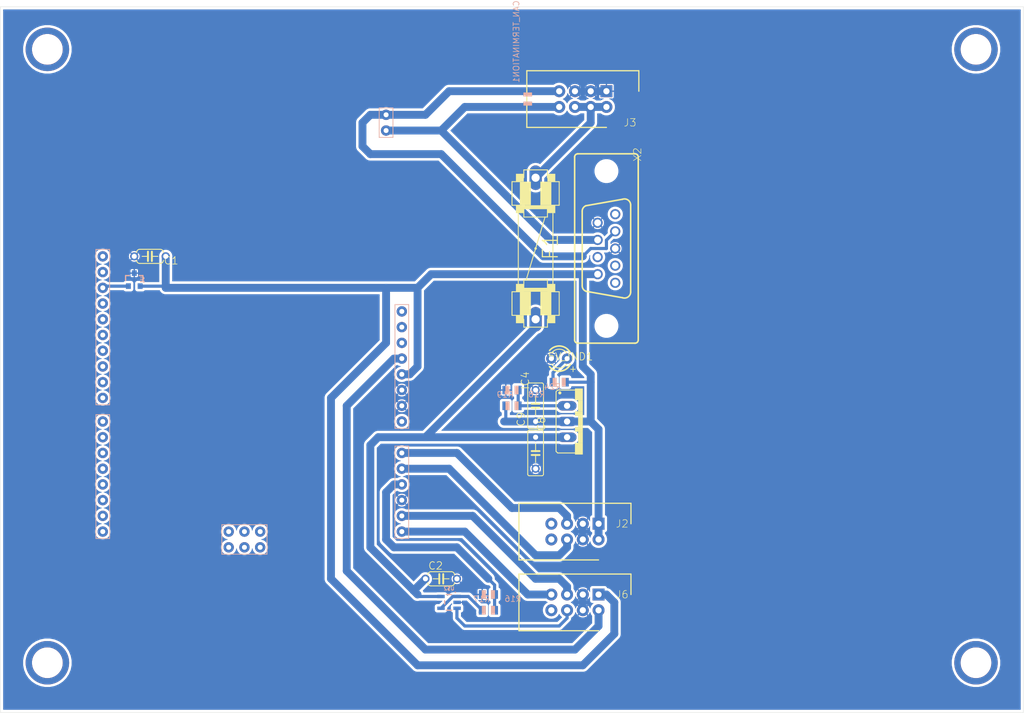
<source format=kicad_pcb>
(kicad_pcb (version 20171130) (host pcbnew 5.1.10)

  (general
    (thickness 1.6)
    (drawings 16)
    (tracks 128)
    (zones 0)
    (modules 20)
    (nets 52)
  )

  (page A4)
  (layers
    (0 Top signal)
    (31 Bottom signal)
    (32 B.Adhes user)
    (33 F.Adhes user)
    (34 B.Paste user)
    (35 F.Paste user)
    (36 B.SilkS user)
    (37 F.SilkS user)
    (38 B.Mask user)
    (39 F.Mask user)
    (40 Dwgs.User user)
    (41 Cmts.User user)
    (42 Eco1.User user)
    (43 Eco2.User user)
    (44 Edge.Cuts user)
    (45 Margin user)
    (46 B.CrtYd user)
    (47 F.CrtYd user)
    (48 B.Fab user)
    (49 F.Fab user)
  )

  (setup
    (last_trace_width 0.25)
    (trace_clearance 0.2)
    (zone_clearance 0.508)
    (zone_45_only no)
    (trace_min 0.2)
    (via_size 0.8)
    (via_drill 0.4)
    (via_min_size 0.4)
    (via_min_drill 0.3)
    (uvia_size 0.3)
    (uvia_drill 0.1)
    (uvias_allowed no)
    (uvia_min_size 0.2)
    (uvia_min_drill 0.1)
    (edge_width 0.05)
    (segment_width 0.2)
    (pcb_text_width 0.3)
    (pcb_text_size 1.5 1.5)
    (mod_edge_width 0.12)
    (mod_text_size 1 1)
    (mod_text_width 0.15)
    (pad_size 1.524 1.524)
    (pad_drill 0.762)
    (pad_to_mask_clearance 0)
    (aux_axis_origin 0 0)
    (visible_elements FFFFFF7F)
    (pcbplotparams
      (layerselection 0x010fc_ffffffff)
      (usegerberextensions false)
      (usegerberattributes true)
      (usegerberadvancedattributes true)
      (creategerberjobfile true)
      (excludeedgelayer true)
      (linewidth 0.100000)
      (plotframeref false)
      (viasonmask false)
      (mode 1)
      (useauxorigin false)
      (hpglpennumber 1)
      (hpglpenspeed 20)
      (hpglpendiameter 15.000000)
      (psnegative false)
      (psa4output false)
      (plotreference true)
      (plotvalue true)
      (plotinvisibletext false)
      (padsonsilk false)
      (subtractmaskfromsilk false)
      (outputformat 1)
      (mirror false)
      (drillshape 1)
      (scaleselection 1)
      (outputdirectory ""))
  )

  (net 0 "")
  (net 1 GND)
  (net 2 12V)
  (net 3 CANL)
  (net 4 CANH)
  (net 5 5V)
  (net 6 THR1)
  (net 7 THR2)
  (net 8 3.3V)
  (net 9 BR_POSS_1)
  (net 10 BR_PRESS)
  (net 11 ST_WH_POSS)
  (net 12 "Net-(X2-Pad8)")
  (net 13 "Net-(X2-Pad5)")
  (net 14 "Net-(X2-Pad4)")
  (net 15 "Net-(X2-Pad1)")
  (net 16 /INPUTS/12V_BATTERY)
  (net 17 "Net-(IC4-Pad1)")
  (net 18 "Net-(U$1-PadJ801-7)")
  (net 19 "Net-(U$1-PadJ800-5)")
  (net 20 "Net-(U$1-PadJ800-4)")
  (net 21 "Net-(U$1-PadJ800-3)")
  (net 22 "Net-(U$1-PadJ800-2)")
  (net 23 "Net-(U$1-PadJ800-1)")
  (net 24 "Net-(U$1-PadJ800-0)")
  (net 25 "Net-(U$1-PadJ801-9)")
  (net 26 "Net-(U$1-PadJ801-8)")
  (net 27 "Net-(U$1-PadJ801-6)")
  (net 28 "Net-(U$1-PadJ801-5)")
  (net 29 "Net-(U$1-PadJ801-4)")
  (net 30 "Net-(U$1-PadJ801-3)")
  (net 31 "Net-(U$1-PadJ801-2)")
  (net 32 "Net-(U$1-PadJ801-1)")
  (net 33 "Net-(U$1-PadJ801-0)")
  (net 34 "Net-(U$1-PadJ804-7)")
  (net 35 "Net-(U$1-PadJ804-6)")
  (net 36 "Net-(U$1-PadJ804-5)")
  (net 37 "Net-(U$1-PadJ804-4)")
  (net 38 "Net-(U$1-PadJ804-3)")
  (net 39 "Net-(U$1-PadJ804-2)")
  (net 40 "Net-(U$1-PadJ804-1)")
  (net 41 "Net-(U$1-PadJ804-0)")
  (net 42 "Net-(U$1-PadJ802-7)")
  (net 43 "Net-(U$1-PadJ802-2)")
  (net 44 "Net-(U$1-PadJ802-1)")
  (net 45 "Net-(U$1-PadJ802-0)")
  (net 46 "Net-(J2-Pad8)")
  (net 47 "Net-(J2-Pad7)")
  (net 48 "Net-(J6-Pad8)")
  (net 49 "Net-(J6-Pad6)")
  (net 50 "Net-(R16-Pad2)")
  (net 51 "Net-(5V_IND1-PadA)")

  (net_class Default "This is the default net class."
    (clearance 0.2)
    (trace_width 0.25)
    (via_dia 0.8)
    (via_drill 0.4)
    (uvia_dia 0.3)
    (uvia_drill 0.1)
    (add_net /INPUTS/12V_BATTERY)
    (add_net 12V)
    (add_net 3.3V)
    (add_net 5V)
    (add_net BR_POSS_1)
    (add_net BR_PRESS)
    (add_net CANH)
    (add_net CANL)
    (add_net GND)
    (add_net "Net-(5V_IND1-PadA)")
    (add_net "Net-(IC4-Pad1)")
    (add_net "Net-(J2-Pad7)")
    (add_net "Net-(J2-Pad8)")
    (add_net "Net-(J6-Pad6)")
    (add_net "Net-(J6-Pad8)")
    (add_net "Net-(R16-Pad2)")
    (add_net "Net-(U$1-PadJ800-0)")
    (add_net "Net-(U$1-PadJ800-1)")
    (add_net "Net-(U$1-PadJ800-2)")
    (add_net "Net-(U$1-PadJ800-3)")
    (add_net "Net-(U$1-PadJ800-4)")
    (add_net "Net-(U$1-PadJ800-5)")
    (add_net "Net-(U$1-PadJ801-0)")
    (add_net "Net-(U$1-PadJ801-1)")
    (add_net "Net-(U$1-PadJ801-2)")
    (add_net "Net-(U$1-PadJ801-3)")
    (add_net "Net-(U$1-PadJ801-4)")
    (add_net "Net-(U$1-PadJ801-5)")
    (add_net "Net-(U$1-PadJ801-6)")
    (add_net "Net-(U$1-PadJ801-7)")
    (add_net "Net-(U$1-PadJ801-8)")
    (add_net "Net-(U$1-PadJ801-9)")
    (add_net "Net-(U$1-PadJ802-0)")
    (add_net "Net-(U$1-PadJ802-1)")
    (add_net "Net-(U$1-PadJ802-2)")
    (add_net "Net-(U$1-PadJ802-7)")
    (add_net "Net-(U$1-PadJ804-0)")
    (add_net "Net-(U$1-PadJ804-1)")
    (add_net "Net-(U$1-PadJ804-2)")
    (add_net "Net-(U$1-PadJ804-3)")
    (add_net "Net-(U$1-PadJ804-4)")
    (add_net "Net-(U$1-PadJ804-5)")
    (add_net "Net-(U$1-PadJ804-6)")
    (add_net "Net-(U$1-PadJ804-7)")
    (add_net "Net-(X2-Pad1)")
    (add_net "Net-(X2-Pad4)")
    (add_net "Net-(X2-Pad5)")
    (add_net "Net-(X2-Pad8)")
    (add_net ST_WH_POSS)
    (add_net THR1)
    (add_net THR2)
  )

  (module new_version_pedal_board:H2M09ST (layer Top) (tedit 0) (tstamp 618BE146)
    (at 163.7511 87.0586 270)
    (descr "<b>THOMAS&BETTS</b> H2M09ST29x")
    (path /618BF184/DDF2E3E2)
    (fp_text reference X2 (at -13.97 -5.715 90) (layer F.SilkS)
      (effects (font (size 1.2065 1.2065) (thickness 0.09652)) (justify left bottom))
    )
    (fp_text value D-SUB9-H2M09ST (at -5.715 -5.715 90) (layer F.Fab)
      (effects (font (size 1.2065 1.2065) (thickness 0.09652)) (justify left bottom))
    )
    (fp_arc (start 14.7828 4.6228) (end 14.7828 5.1308) (angle -90) (layer F.SilkS) (width 0.254))
    (fp_arc (start -14.7828 4.6228) (end -15.2908 4.6228) (angle -90) (layer F.SilkS) (width 0.254))
    (fp_arc (start -14.7828 -4.6228) (end -15.2908 -4.6228) (angle 90) (layer F.SilkS) (width 0.254))
    (fp_arc (start 14.7828 -4.6228) (end 14.7828 -5.1308) (angle 90) (layer F.SilkS) (width 0.254))
    (fp_line (start -14.7828 -5.1308) (end 14.7828 -5.1308) (layer F.SilkS) (width 0.254))
    (fp_line (start -15.2908 4.6482) (end -15.2908 -4.6228) (layer F.SilkS) (width 0.254))
    (fp_line (start 14.7828 5.1308) (end -14.8082 5.1308) (layer F.SilkS) (width 0.254))
    (fp_line (start 15.2908 -4.6228) (end 15.2908 4.6228) (layer F.SilkS) (width 0.254))
    (fp_arc (start 6.020162 2.9591) (end 6.0198 3.9116) (angle -68.921633) (layer F.SilkS) (width 0.254))
    (fp_arc (start 7.010399 -2.917092) (end 7.0358 -3.9116) (angle 107.683629) (layer F.SilkS) (width 0.254))
    (fp_line (start 6.9088 3.302) (end 7.9502 -2.5908) (layer F.SilkS) (width 0.254))
    (fp_arc (start -6.020162 2.9591) (end -6.9088 3.302) (angle -68.921633) (layer F.SilkS) (width 0.254))
    (fp_arc (start -7.010399 -2.917092) (end -7.9502 -2.5908) (angle 107.683629) (layer F.SilkS) (width 0.254))
    (fp_line (start -6.9088 3.302) (end -7.9502 -2.5908) (layer F.SilkS) (width 0.254))
    (fp_line (start 7.0358 -3.9116) (end -7.0358 -3.9116) (layer F.SilkS) (width 0.254))
    (fp_line (start 6.0198 3.9116) (end -6.0198 3.9116) (layer F.SilkS) (width 0.254))
    (pad "" np_thru_hole circle (at 12.4968 0 270) (size 3.048 3.048) (drill 3.048) (layers *.Cu *.Mask))
    (pad "" np_thru_hole circle (at -12.4968 0 270) (size 3.048 3.048) (drill 3.048) (layers *.Cu *.Mask))
    (pad 9 thru_hole circle (at 4.1529 1.4224 270) (size 1.6383 1.6383) (drill 1.0922) (layers *.Cu *.Mask)
      (net 5 5V) (solder_mask_margin 0.1016))
    (pad 8 thru_hole circle (at 1.3843 1.4224 270) (size 1.6383 1.6383) (drill 1.0922) (layers *.Cu *.Mask)
      (net 12 "Net-(X2-Pad8)") (solder_mask_margin 0.1016))
    (pad 7 thru_hole circle (at -1.3843 1.4224 270) (size 1.6383 1.6383) (drill 1.0922) (layers *.Cu *.Mask)
      (net 4 CANH) (solder_mask_margin 0.1016))
    (pad 6 thru_hole circle (at -4.1529 1.4224 270) (size 1.6383 1.6383) (drill 1.0922) (layers *.Cu *.Mask)
      (net 1 GND) (solder_mask_margin 0.1016))
    (pad 5 thru_hole circle (at 5.5372 -1.4224 270) (size 1.6383 1.6383) (drill 1.0922) (layers *.Cu *.Mask)
      (net 13 "Net-(X2-Pad5)") (solder_mask_margin 0.1016))
    (pad 4 thru_hole circle (at 2.7686 -1.4224 270) (size 1.6383 1.6383) (drill 1.0922) (layers *.Cu *.Mask)
      (net 14 "Net-(X2-Pad4)") (solder_mask_margin 0.1016))
    (pad 3 thru_hole circle (at 0 -1.4224 270) (size 1.6383 1.6383) (drill 1.0922) (layers *.Cu *.Mask)
      (net 1 GND) (solder_mask_margin 0.1016))
    (pad 2 thru_hole circle (at -2.7686 -1.4224 270) (size 1.6383 1.6383) (drill 1.0922) (layers *.Cu *.Mask)
      (net 3 CANL) (solder_mask_margin 0.1016))
    (pad 1 thru_hole circle (at -5.5372 -1.4224 270) (size 1.6383 1.6383) (drill 1.0922) (layers *.Cu *.Mask)
      (net 15 "Net-(X2-Pad1)") (solder_mask_margin 0.1016))
  )

  (module new_version_pedal_board:R0805 (layer Bottom) (tedit 0) (tstamp 618BE164)
    (at 151.0511 62.9286 270)
    (descr "<b>RESISTOR</b><p>\nchip")
    (path /618BF184/6E1793AE)
    (fp_text reference CAN_TERMINATION1 (at -2.54 1.2954 90) (layer B.SilkS)
      (effects (font (size 0.94107 0.94107) (thickness 0.112928)) (justify right bottom mirror))
    )
    (fp_text value 120 (at -1.6256 -0.4826 90) (layer B.Fab)
      (effects (font (size 0.94107 0.94107) (thickness 0.112928)) (justify right bottom mirror))
    )
    (fp_poly (pts (xy -0.1999 -0.5001) (xy 0.1999 -0.5001) (xy 0.1999 0.5001) (xy -0.1999 0.5001)) (layer B.Adhes) (width 0))
    (fp_poly (pts (xy -1.0668 -0.6985) (xy -0.4168 -0.6985) (xy -0.4168 0.7015) (xy -1.0668 0.7015)) (layer B.SilkS) (width 0))
    (fp_poly (pts (xy 0.4064 -0.6985) (xy 1.0564 -0.6985) (xy 1.0564 0.7015) (xy 0.4064 0.7015)) (layer B.SilkS) (width 0))
    (fp_line (start -1.973 -0.983) (end -1.973 0.983) (layer Dwgs.User) (width 0.0508))
    (fp_line (start 1.973 -0.983) (end -1.973 -0.983) (layer Dwgs.User) (width 0.0508))
    (fp_line (start 1.973 0.983) (end 1.973 -0.983) (layer Dwgs.User) (width 0.0508))
    (fp_line (start -1.973 0.983) (end 1.973 0.983) (layer Dwgs.User) (width 0.0508))
    (fp_line (start -0.41 -0.635) (end 0.41 -0.635) (layer B.Fab) (width 0.1524))
    (fp_line (start -0.41 0.635) (end 0.41 0.635) (layer B.Fab) (width 0.1524))
    (pad 2 smd rect (at 1 0 270) (size 1.1 1.4) (layers Bottom B.Paste B.Mask)
      (net 4 CANH) (solder_mask_margin 0.1016))
    (pad 1 smd rect (at -1 0 270) (size 1.1 1.4) (layers Bottom B.Paste B.Mask)
      (net 3 CANL) (solder_mask_margin 0.1016))
  )

  (module new_version_pedal_board:HDRV8W64P254_2X4_1778X895X915P (layer Top) (tedit 0) (tstamp 618BE172)
    (at 163.7511 61.6586 180)
    (descr "<b>T821108A1S100CEU</b><br>\n")
    (path /618BF184/B512EC47)
    (fp_text reference J3 (at -3.81 -5.08) (layer F.SilkS)
      (effects (font (size 1.2065 1.2065) (thickness 0.09652)))
    )
    (fp_text value PWR_CAN (at 0 2.54) (layer F.Fab)
      (effects (font (size 1.2065 1.2065) (thickness 0.09652)))
    )
    (fp_line (start 12.85 -5.845) (end 0 -5.845) (layer F.SilkS) (width 0.2))
    (fp_line (start 12.85 3.305) (end 12.85 -5.845) (layer F.SilkS) (width 0.2))
    (fp_line (start -5.23 3.305) (end 12.85 3.305) (layer F.SilkS) (width 0.2))
    (fp_line (start -5.23 0) (end -5.23 3.305) (layer F.SilkS) (width 0.2))
    (fp_line (start 12.85 3.305) (end -5.23 3.305) (layer F.Fab) (width 0.1))
    (fp_line (start 12.85 -5.845) (end 12.85 3.305) (layer F.Fab) (width 0.1))
    (fp_line (start -5.23 -5.845) (end 12.85 -5.845) (layer F.Fab) (width 0.1))
    (fp_line (start -5.23 3.305) (end -5.23 -5.845) (layer F.Fab) (width 0.1))
    (fp_line (start 13.1 3.555) (end -5.48 3.555) (layer F.Fab) (width 0.05))
    (fp_line (start 13.1 -6.095) (end 13.1 3.555) (layer F.Fab) (width 0.05))
    (fp_line (start -5.48 -6.095) (end 13.1 -6.095) (layer F.Fab) (width 0.05))
    (fp_line (start -5.48 3.555) (end -5.48 -6.095) (layer F.Fab) (width 0.05))
    (pad 8 thru_hole circle (at 7.62 -2.54 180) (size 1.9304 1.9304) (drill 1) (layers *.Cu *.Mask)
      (net 4 CANH) (solder_mask_margin 0.1016))
    (pad 7 thru_hole circle (at 7.62 0 180) (size 1.9304 1.9304) (drill 1) (layers *.Cu *.Mask)
      (net 3 CANL) (solder_mask_margin 0.1016))
    (pad 6 thru_hole circle (at 5.08 -2.54 180) (size 1.9304 1.9304) (drill 1) (layers *.Cu *.Mask)
      (net 16 /INPUTS/12V_BATTERY) (solder_mask_margin 0.1016))
    (pad 5 thru_hole circle (at 5.08 0 180) (size 1.9304 1.9304) (drill 1) (layers *.Cu *.Mask)
      (net 1 GND) (solder_mask_margin 0.1016))
    (pad 4 thru_hole circle (at 2.54 -2.54 180) (size 1.9304 1.9304) (drill 1) (layers *.Cu *.Mask)
      (net 16 /INPUTS/12V_BATTERY) (solder_mask_margin 0.1016))
    (pad 3 thru_hole circle (at 2.54 0 180) (size 1.9304 1.9304) (drill 1) (layers *.Cu *.Mask)
      (net 1 GND) (solder_mask_margin 0.1016))
    (pad 2 thru_hole circle (at 0 -2.54 180) (size 1.9304 1.9304) (drill 1) (layers *.Cu *.Mask)
      (net 16 /INPUTS/12V_BATTERY) (solder_mask_margin 0.1016))
    (pad 1 thru_hole rect (at 0 0 180) (size 1.9304 1.9304) (drill 1) (layers *.Cu *.Mask)
      (net 1 GND) (solder_mask_margin 0.1016))
  )

  (module new_version_pedal_board:317TS (layer Top) (tedit 0) (tstamp 618BE189)
    (at 159.9411 114.9986 270)
    (descr "<b>VOLTAGE REGULATOR</b>")
    (path /618BF2C0/46657C43)
    (fp_text reference IC4 (at -5.08 8.5852 90) (layer F.SilkS)
      (effects (font (size 1.2065 1.2065) (thickness 0.12065)) (justify left bottom))
    )
    (fp_text value LM317TS (at -5.08 7.62 90) (layer F.Fab)
      (effects (font (size 1.2065 1.2065) (thickness 0.12065)) (justify left bottom))
    )
    (fp_poly (pts (xy 1.651 1.27) (xy 3.429 1.27) (xy 3.429 0.762) (xy 1.651 0.762)) (layer F.Fab) (width 0))
    (fp_poly (pts (xy -0.889 1.27) (xy 0.889 1.27) (xy 0.889 0.762) (xy -0.889 0.762)) (layer F.Fab) (width 0))
    (fp_poly (pts (xy -3.429 1.27) (xy -1.651 1.27) (xy -1.651 0.762) (xy -3.429 0.762)) (layer F.Fab) (width 0))
    (fp_poly (pts (xy 3.429 1.27) (xy 5.334 1.27) (xy 5.334 0) (xy 3.429 0)) (layer F.SilkS) (width 0))
    (fp_poly (pts (xy 1.651 0.762) (xy 3.429 0.762) (xy 3.429 0) (xy 1.651 0)) (layer F.SilkS) (width 0))
    (fp_poly (pts (xy 0.889 1.27) (xy 1.651 1.27) (xy 1.651 0) (xy 0.889 0)) (layer F.SilkS) (width 0))
    (fp_poly (pts (xy -0.889 0.762) (xy 0.889 0.762) (xy 0.889 0) (xy -0.889 0)) (layer F.SilkS) (width 0))
    (fp_poly (pts (xy -1.651 1.27) (xy -0.889 1.27) (xy -0.889 0) (xy -1.651 0)) (layer F.SilkS) (width 0))
    (fp_poly (pts (xy -3.429 0.762) (xy -1.651 0.762) (xy -1.651 0) (xy -3.429 0)) (layer F.SilkS) (width 0))
    (fp_poly (pts (xy -5.334 1.27) (xy -3.429 1.27) (xy -3.429 0) (xy -5.334 0)) (layer F.SilkS) (width 0))
    (fp_text user A (at -3.175 3.81 270) (layer F.Fab)
      (effects (font (size 1.2065 1.2065) (thickness 0.127)) (justify left bottom))
    )
    (fp_text user I (at 1.905 3.81 270) (layer F.Fab)
      (effects (font (size 1.2065 1.2065) (thickness 0.127)) (justify left bottom))
    )
    (fp_text user O (at -0.635 3.81 270) (layer F.Fab)
      (effects (font (size 1.2065 1.2065) (thickness 0.127)) (justify left bottom))
    )
    (fp_circle (center -4.6228 3.7084) (end -4.4958 3.7084) (layer F.SilkS) (width 0.254))
    (fp_line (start -5.08 4.064) (end -5.08 1.143) (layer F.SilkS) (width 0.1524))
    (fp_line (start -5.08 4.064) (end -4.826 4.318) (layer F.SilkS) (width 0.1524))
    (fp_line (start 4.826 4.318) (end -4.826 4.318) (layer F.SilkS) (width 0.1524))
    (fp_line (start 4.826 4.318) (end 5.08 4.064) (layer F.SilkS) (width 0.1524))
    (fp_line (start 5.08 1.143) (end 5.08 4.064) (layer F.SilkS) (width 0.1524))
    (pad 3 thru_hole oval (at 2.54 2.54) (size 3.048 1.524) (drill 1.016) (layers *.Cu *.Mask)
      (net 2 12V) (solder_mask_margin 0.1016))
    (pad 2 thru_hole oval (at 0 2.54) (size 3.048 1.524) (drill 1.016) (layers *.Cu *.Mask)
      (net 5 5V) (solder_mask_margin 0.1016))
    (pad 1 thru_hole oval (at -2.54 2.54) (size 3.048 1.524) (drill 1.016) (layers *.Cu *.Mask)
      (net 17 "Net-(IC4-Pad1)") (solder_mask_margin 0.1016))
  )

  (module new_version_pedal_board:R0805 (layer Bottom) (tedit 0) (tstamp 618BE1A2)
    (at 148.5111 112.4586 180)
    (descr "<b>RESISTOR</b><p>\nchip")
    (path /618BF2C0/872C99B2)
    (fp_text reference R18 (at -2.54 1.2954) (layer B.SilkS)
      (effects (font (size 0.94107 0.94107) (thickness 0.112928)) (justify right bottom mirror))
    )
    (fp_text value 240 (at -1.6256 -0.4826) (layer B.Fab)
      (effects (font (size 0.94107 0.94107) (thickness 0.112928)) (justify right bottom mirror))
    )
    (fp_poly (pts (xy -0.1999 -0.5001) (xy 0.1999 -0.5001) (xy 0.1999 0.5001) (xy -0.1999 0.5001)) (layer B.Adhes) (width 0))
    (fp_poly (pts (xy -1.0668 -0.6985) (xy -0.4168 -0.6985) (xy -0.4168 0.7015) (xy -1.0668 0.7015)) (layer B.SilkS) (width 0))
    (fp_poly (pts (xy 0.4064 -0.6985) (xy 1.0564 -0.6985) (xy 1.0564 0.7015) (xy 0.4064 0.7015)) (layer B.SilkS) (width 0))
    (fp_line (start -1.973 -0.983) (end -1.973 0.983) (layer Dwgs.User) (width 0.0508))
    (fp_line (start 1.973 -0.983) (end -1.973 -0.983) (layer Dwgs.User) (width 0.0508))
    (fp_line (start 1.973 0.983) (end 1.973 -0.983) (layer Dwgs.User) (width 0.0508))
    (fp_line (start -1.973 0.983) (end 1.973 0.983) (layer Dwgs.User) (width 0.0508))
    (fp_line (start -0.41 -0.635) (end 0.41 -0.635) (layer B.Fab) (width 0.1524))
    (fp_line (start -0.41 0.635) (end 0.41 0.635) (layer B.Fab) (width 0.1524))
    (pad 2 smd rect (at 1 0 180) (size 1.1 1.4) (layers Bottom B.Paste B.Mask)
      (net 5 5V) (solder_mask_margin 0.1016))
    (pad 1 smd rect (at -1 0 180) (size 1.1 1.4) (layers Bottom B.Paste B.Mask)
      (net 17 "Net-(IC4-Pad1)") (solder_mask_margin 0.1016))
  )

  (module new_version_pedal_board:R0805 (layer Bottom) (tedit 0) (tstamp 618BE1B0)
    (at 148.5111 109.9186)
    (descr "<b>RESISTOR</b><p>\nchip")
    (path /618BF2C0/E8C14495)
    (fp_text reference R19 (at -2.54 1.2954) (layer B.SilkS)
      (effects (font (size 0.94107 0.94107) (thickness 0.112928)) (justify right bottom mirror))
    )
    (fp_text value 723 (at -1.6256 -0.4826) (layer B.Fab)
      (effects (font (size 0.94107 0.94107) (thickness 0.112928)) (justify right bottom mirror))
    )
    (fp_poly (pts (xy -0.1999 -0.5001) (xy 0.1999 -0.5001) (xy 0.1999 0.5001) (xy -0.1999 0.5001)) (layer B.Adhes) (width 0))
    (fp_poly (pts (xy -1.0668 -0.6985) (xy -0.4168 -0.6985) (xy -0.4168 0.7015) (xy -1.0668 0.7015)) (layer B.SilkS) (width 0))
    (fp_poly (pts (xy 0.4064 -0.6985) (xy 1.0564 -0.6985) (xy 1.0564 0.7015) (xy 0.4064 0.7015)) (layer B.SilkS) (width 0))
    (fp_line (start -1.973 -0.983) (end -1.973 0.983) (layer Dwgs.User) (width 0.0508))
    (fp_line (start 1.973 -0.983) (end -1.973 -0.983) (layer Dwgs.User) (width 0.0508))
    (fp_line (start 1.973 0.983) (end 1.973 -0.983) (layer Dwgs.User) (width 0.0508))
    (fp_line (start -1.973 0.983) (end 1.973 0.983) (layer Dwgs.User) (width 0.0508))
    (fp_line (start -0.41 -0.635) (end 0.41 -0.635) (layer B.Fab) (width 0.1524))
    (fp_line (start -0.41 0.635) (end 0.41 0.635) (layer B.Fab) (width 0.1524))
    (pad 2 smd rect (at 1 0) (size 1.1 1.4) (layers Bottom B.Paste B.Mask)
      (net 17 "Net-(IC4-Pad1)") (solder_mask_margin 0.1016))
    (pad 1 smd rect (at -1 0) (size 1.1 1.4) (layers Bottom B.Paste B.Mask)
      (net 1 GND) (solder_mask_margin 0.1016))
  )

  (module new_version_pedal_board:C050-025X075 (layer Top) (tedit 0) (tstamp 618BE1BE)
    (at 152.3211 120.0786 270)
    (descr "<b>CAPACITOR</b><p>\ngrid 5 mm, outline 2.5 x 7.5 mm")
    (path /618BF2C0/B2598F92)
    (fp_text reference C8 (at -3.429 -1.651 90) (layer F.SilkS)
      (effects (font (size 1.2065 1.2065) (thickness 0.12065)) (justify left bottom))
    )
    (fp_text value 0.1uF (at -3.429 2.794 90) (layer F.Fab)
      (effects (font (size 1.2065 1.2065) (thickness 0.12065)) (justify left bottom))
    )
    (fp_arc (start -3.429 -1.016) (end -3.683 -1.016) (angle 90) (layer F.SilkS) (width 0.1524))
    (fp_arc (start -3.429 1.016) (end -3.683 1.016) (angle -90) (layer F.SilkS) (width 0.1524))
    (fp_arc (start 3.429 1.016) (end 3.429 1.27) (angle -90) (layer F.SilkS) (width 0.1524))
    (fp_arc (start 3.429 -1.016) (end 3.429 -1.27) (angle 90) (layer F.SilkS) (width 0.1524))
    (fp_line (start 3.429 -1.27) (end -3.429 -1.27) (layer F.SilkS) (width 0.1524))
    (fp_line (start 3.683 1.016) (end 3.683 -1.016) (layer F.SilkS) (width 0.1524))
    (fp_line (start -3.429 1.27) (end 3.429 1.27) (layer F.SilkS) (width 0.1524))
    (fp_line (start -3.683 -1.016) (end -3.683 1.016) (layer F.SilkS) (width 0.1524))
    (fp_line (start 0.3302 0) (end 1.524 0) (layer F.SilkS) (width 0.1524))
    (fp_line (start 0.3302 0) (end 0.3302 0.635) (layer F.SilkS) (width 0.3048))
    (fp_line (start 0.3302 -0.635) (end 0.3302 0) (layer F.SilkS) (width 0.3048))
    (fp_line (start -0.3048 0) (end -1.524 0) (layer F.SilkS) (width 0.1524))
    (fp_line (start -0.3048 0) (end -0.3048 0.635) (layer F.SilkS) (width 0.3048))
    (fp_line (start -0.3048 -0.635) (end -0.3048 0) (layer F.SilkS) (width 0.3048))
    (pad 2 thru_hole circle (at 2.54 0 270) (size 1.3208 1.3208) (drill 0.8128) (layers *.Cu *.Mask)
      (net 1 GND) (solder_mask_margin 0.1016))
    (pad 1 thru_hole circle (at -2.54 0 270) (size 1.3208 1.3208) (drill 0.8128) (layers *.Cu *.Mask)
      (net 2 12V) (solder_mask_margin 0.1016))
  )

  (module new_version_pedal_board:C050-025X075 (layer Top) (tedit 0) (tstamp 618BE1D1)
    (at 152.3211 112.4586 90)
    (descr "<b>CAPACITOR</b><p>\ngrid 5 mm, outline 2.5 x 7.5 mm")
    (path /618BF2C0/BC6570F8)
    (fp_text reference C9 (at -3.429 -1.651 90) (layer F.SilkS)
      (effects (font (size 1.2065 1.2065) (thickness 0.12065)) (justify left bottom))
    )
    (fp_text value 1uF (at -3.429 2.794 90) (layer F.Fab)
      (effects (font (size 1.2065 1.2065) (thickness 0.12065)) (justify left bottom))
    )
    (fp_arc (start -3.429 -1.016) (end -3.683 -1.016) (angle 90) (layer F.SilkS) (width 0.1524))
    (fp_arc (start -3.429 1.016) (end -3.683 1.016) (angle -90) (layer F.SilkS) (width 0.1524))
    (fp_arc (start 3.429 1.016) (end 3.429 1.27) (angle -90) (layer F.SilkS) (width 0.1524))
    (fp_arc (start 3.429 -1.016) (end 3.429 -1.27) (angle 90) (layer F.SilkS) (width 0.1524))
    (fp_line (start 3.429 -1.27) (end -3.429 -1.27) (layer F.SilkS) (width 0.1524))
    (fp_line (start 3.683 1.016) (end 3.683 -1.016) (layer F.SilkS) (width 0.1524))
    (fp_line (start -3.429 1.27) (end 3.429 1.27) (layer F.SilkS) (width 0.1524))
    (fp_line (start -3.683 -1.016) (end -3.683 1.016) (layer F.SilkS) (width 0.1524))
    (fp_line (start 0.3302 0) (end 1.524 0) (layer F.SilkS) (width 0.1524))
    (fp_line (start 0.3302 0) (end 0.3302 0.635) (layer F.SilkS) (width 0.3048))
    (fp_line (start 0.3302 -0.635) (end 0.3302 0) (layer F.SilkS) (width 0.3048))
    (fp_line (start -0.3048 0) (end -1.524 0) (layer F.SilkS) (width 0.1524))
    (fp_line (start -0.3048 0) (end -0.3048 0.635) (layer F.SilkS) (width 0.3048))
    (fp_line (start -0.3048 -0.635) (end -0.3048 0) (layer F.SilkS) (width 0.3048))
    (pad 2 thru_hole circle (at 2.54 0 90) (size 1.3208 1.3208) (drill 0.8128) (layers *.Cu *.Mask)
      (net 1 GND) (solder_mask_margin 0.1016))
    (pad 1 thru_hole circle (at -2.54 0 90) (size 1.3208 1.3208) (drill 0.8128) (layers *.Cu *.Mask)
      (net 5 5V) (solder_mask_margin 0.1016))
  )

  (module new_version_pedal_board:HDRV8W64P254_2X4_1778X895X915P (layer Top) (tedit 0) (tstamp 618BE1E4)
    (at 162.4811 131.5086 180)
    (descr "<b>T821108A1S100CEU</b><br>\n")
    (path /618BF484/1221C133)
    (fp_text reference J2 (at -3.81 0) (layer F.SilkS)
      (effects (font (size 1.2065 1.2065) (thickness 0.09652)))
    )
    (fp_text value THR_1_2 (at 2.54 2.54) (layer F.Fab)
      (effects (font (size 1.2065 1.2065) (thickness 0.09652)))
    )
    (fp_line (start 12.85 -5.845) (end 0 -5.845) (layer F.SilkS) (width 0.2))
    (fp_line (start 12.85 3.305) (end 12.85 -5.845) (layer F.SilkS) (width 0.2))
    (fp_line (start -5.23 3.305) (end 12.85 3.305) (layer F.SilkS) (width 0.2))
    (fp_line (start -5.23 0) (end -5.23 3.305) (layer F.SilkS) (width 0.2))
    (fp_line (start 12.85 3.305) (end -5.23 3.305) (layer F.Fab) (width 0.1))
    (fp_line (start 12.85 -5.845) (end 12.85 3.305) (layer F.Fab) (width 0.1))
    (fp_line (start -5.23 -5.845) (end 12.85 -5.845) (layer F.Fab) (width 0.1))
    (fp_line (start -5.23 3.305) (end -5.23 -5.845) (layer F.Fab) (width 0.1))
    (fp_line (start 13.1 3.555) (end -5.48 3.555) (layer F.Fab) (width 0.05))
    (fp_line (start 13.1 -6.095) (end 13.1 3.555) (layer F.Fab) (width 0.05))
    (fp_line (start -5.48 -6.095) (end 13.1 -6.095) (layer F.Fab) (width 0.05))
    (fp_line (start -5.48 3.555) (end -5.48 -6.095) (layer F.Fab) (width 0.05))
    (pad 8 thru_hole circle (at 7.62 -2.54 180) (size 1.9304 1.9304) (drill 1) (layers *.Cu *.Mask)
      (net 46 "Net-(J2-Pad8)") (solder_mask_margin 0.1016))
    (pad 7 thru_hole circle (at 7.62 0 180) (size 1.9304 1.9304) (drill 1) (layers *.Cu *.Mask)
      (net 47 "Net-(J2-Pad7)") (solder_mask_margin 0.1016))
    (pad 6 thru_hole circle (at 5.08 -2.54 180) (size 1.9304 1.9304) (drill 1) (layers *.Cu *.Mask)
      (net 7 THR2) (solder_mask_margin 0.1016))
    (pad 5 thru_hole circle (at 5.08 0 180) (size 1.9304 1.9304) (drill 1) (layers *.Cu *.Mask)
      (net 6 THR1) (solder_mask_margin 0.1016))
    (pad 4 thru_hole circle (at 2.54 -2.54 180) (size 1.9304 1.9304) (drill 1) (layers *.Cu *.Mask)
      (net 1 GND) (solder_mask_margin 0.1016))
    (pad 3 thru_hole circle (at 2.54 0 180) (size 1.9304 1.9304) (drill 1) (layers *.Cu *.Mask)
      (net 1 GND) (solder_mask_margin 0.1016))
    (pad 2 thru_hole circle (at 0 -2.54 180) (size 1.9304 1.9304) (drill 1) (layers *.Cu *.Mask)
      (net 5 5V) (solder_mask_margin 0.1016))
    (pad 1 thru_hole rect (at 0 0 180) (size 1.9304 1.9304) (drill 1) (layers *.Cu *.Mask)
      (net 5 5V) (solder_mask_margin 0.1016))
  )

  (module new_version_pedal_board:HDRV8W64P254_2X4_1778X895X915P (layer Top) (tedit 0) (tstamp 618BE1FB)
    (at 162.4811 142.9386 180)
    (descr "<b>T821108A1S100CEU</b><br>\n")
    (path /618BF484/98D9A04E)
    (fp_text reference J6 (at -3.81 0) (layer F.SilkS)
      (effects (font (size 1.2065 1.2065) (thickness 0.09652)))
    )
    (fp_text value BR_POS_PRESS_STWH (at 5.08 2.54) (layer F.Fab)
      (effects (font (size 1.2065 1.2065) (thickness 0.09652)))
    )
    (fp_line (start 12.85 -5.845) (end 0 -5.845) (layer F.SilkS) (width 0.2))
    (fp_line (start 12.85 3.305) (end 12.85 -5.845) (layer F.SilkS) (width 0.2))
    (fp_line (start -5.23 3.305) (end 12.85 3.305) (layer F.SilkS) (width 0.2))
    (fp_line (start -5.23 0) (end -5.23 3.305) (layer F.SilkS) (width 0.2))
    (fp_line (start 12.85 3.305) (end -5.23 3.305) (layer F.Fab) (width 0.1))
    (fp_line (start 12.85 -5.845) (end 12.85 3.305) (layer F.Fab) (width 0.1))
    (fp_line (start -5.23 -5.845) (end 12.85 -5.845) (layer F.Fab) (width 0.1))
    (fp_line (start -5.23 3.305) (end -5.23 -5.845) (layer F.Fab) (width 0.1))
    (fp_line (start 13.1 3.555) (end -5.48 3.555) (layer F.Fab) (width 0.05))
    (fp_line (start 13.1 -6.095) (end 13.1 3.555) (layer F.Fab) (width 0.05))
    (fp_line (start -5.48 -6.095) (end 13.1 -6.095) (layer F.Fab) (width 0.05))
    (fp_line (start -5.48 3.555) (end -5.48 -6.095) (layer F.Fab) (width 0.05))
    (pad 8 thru_hole circle (at 7.62 -2.54 180) (size 1.9304 1.9304) (drill 1) (layers *.Cu *.Mask)
      (net 48 "Net-(J6-Pad8)") (solder_mask_margin 0.1016))
    (pad 7 thru_hole circle (at 7.62 0 180) (size 1.9304 1.9304) (drill 1) (layers *.Cu *.Mask)
      (net 11 ST_WH_POSS) (solder_mask_margin 0.1016))
    (pad 6 thru_hole circle (at 5.08 -2.54 180) (size 1.9304 1.9304) (drill 1) (layers *.Cu *.Mask)
      (net 49 "Net-(J6-Pad6)") (solder_mask_margin 0.1016))
    (pad 5 thru_hole circle (at 5.08 0 180) (size 1.9304 1.9304) (drill 1) (layers *.Cu *.Mask)
      (net 9 BR_POSS_1) (solder_mask_margin 0.1016))
    (pad 4 thru_hole circle (at 2.54 -2.54 180) (size 1.9304 1.9304) (drill 1) (layers *.Cu *.Mask)
      (net 1 GND) (solder_mask_margin 0.1016))
    (pad 3 thru_hole circle (at 2.54 0 180) (size 1.9304 1.9304) (drill 1) (layers *.Cu *.Mask)
      (net 1 GND) (solder_mask_margin 0.1016))
    (pad 2 thru_hole circle (at 0 -2.54 180) (size 1.9304 1.9304) (drill 1) (layers *.Cu *.Mask)
      (net 8 3.3V) (solder_mask_margin 0.1016))
    (pad 1 thru_hole rect (at 0 0 180) (size 1.9304 1.9304) (drill 1) (layers *.Cu *.Mask)
      (net 5 5V) (solder_mask_margin 0.1016))
  )

  (module new_version_pedal_board:R0805 (layer Bottom) (tedit 0) (tstamp 618BE212)
    (at 144.7011 145.4786 180)
    (descr "<b>RESISTOR</b><p>\nchip")
    (path /618BF484/388E103E)
    (fp_text reference R16 (at -2.54 1.2954) (layer B.SilkS)
      (effects (font (size 0.94107 0.94107) (thickness 0.112928)) (justify right bottom mirror))
    )
    (fp_text value 240 (at -1.6256 -0.4826) (layer B.Fab)
      (effects (font (size 0.94107 0.94107) (thickness 0.112928)) (justify right bottom mirror))
    )
    (fp_poly (pts (xy -0.1999 -0.5001) (xy 0.1999 -0.5001) (xy 0.1999 0.5001) (xy -0.1999 0.5001)) (layer B.Adhes) (width 0))
    (fp_poly (pts (xy -1.0668 -0.6985) (xy -0.4168 -0.6985) (xy -0.4168 0.7015) (xy -1.0668 0.7015)) (layer B.SilkS) (width 0))
    (fp_poly (pts (xy 0.4064 -0.6985) (xy 1.0564 -0.6985) (xy 1.0564 0.7015) (xy 0.4064 0.7015)) (layer B.SilkS) (width 0))
    (fp_line (start -1.973 -0.983) (end -1.973 0.983) (layer Dwgs.User) (width 0.0508))
    (fp_line (start 1.973 -0.983) (end -1.973 -0.983) (layer Dwgs.User) (width 0.0508))
    (fp_line (start 1.973 0.983) (end 1.973 -0.983) (layer Dwgs.User) (width 0.0508))
    (fp_line (start -1.973 0.983) (end 1.973 0.983) (layer Dwgs.User) (width 0.0508))
    (fp_line (start -0.41 -0.635) (end 0.41 -0.635) (layer B.Fab) (width 0.1524))
    (fp_line (start -0.41 0.635) (end 0.41 0.635) (layer B.Fab) (width 0.1524))
    (pad 2 smd rect (at 1 0 180) (size 1.1 1.4) (layers Bottom B.Paste B.Mask)
      (net 50 "Net-(R16-Pad2)") (solder_mask_margin 0.1016))
    (pad 1 smd rect (at -1 0 180) (size 1.1 1.4) (layers Bottom B.Paste B.Mask)
      (net 10 BR_PRESS) (solder_mask_margin 0.1016))
  )

  (module new_version_pedal_board:R0805 (layer Bottom) (tedit 0) (tstamp 618BE220)
    (at 144.7011 142.9386)
    (descr "<b>RESISTOR</b><p>\nchip")
    (path /618BF484/D0B9B23D)
    (fp_text reference R17 (at -2.54 1.2954) (layer B.SilkS)
      (effects (font (size 0.94107 0.94107) (thickness 0.112928)) (justify right bottom mirror))
    )
    (fp_text value 1K (at -1.6256 -0.4826) (layer B.Fab)
      (effects (font (size 0.94107 0.94107) (thickness 0.112928)) (justify right bottom mirror))
    )
    (fp_poly (pts (xy -0.1999 -0.5001) (xy 0.1999 -0.5001) (xy 0.1999 0.5001) (xy -0.1999 0.5001)) (layer B.Adhes) (width 0))
    (fp_poly (pts (xy -1.0668 -0.6985) (xy -0.4168 -0.6985) (xy -0.4168 0.7015) (xy -1.0668 0.7015)) (layer B.SilkS) (width 0))
    (fp_poly (pts (xy 0.4064 -0.6985) (xy 1.0564 -0.6985) (xy 1.0564 0.7015) (xy 0.4064 0.7015)) (layer B.SilkS) (width 0))
    (fp_line (start -1.973 -0.983) (end -1.973 0.983) (layer Dwgs.User) (width 0.0508))
    (fp_line (start 1.973 -0.983) (end -1.973 -0.983) (layer Dwgs.User) (width 0.0508))
    (fp_line (start 1.973 0.983) (end 1.973 -0.983) (layer Dwgs.User) (width 0.0508))
    (fp_line (start -1.973 0.983) (end 1.973 0.983) (layer Dwgs.User) (width 0.0508))
    (fp_line (start -0.41 -0.635) (end 0.41 -0.635) (layer B.Fab) (width 0.1524))
    (fp_line (start -0.41 0.635) (end 0.41 0.635) (layer B.Fab) (width 0.1524))
    (pad 2 smd rect (at 1 0) (size 1.1 1.4) (layers Bottom B.Paste B.Mask)
      (net 10 BR_PRESS) (solder_mask_margin 0.1016))
    (pad 1 smd rect (at -1 0) (size 1.1 1.4) (layers Bottom B.Paste B.Mask)
      (net 1 GND) (solder_mask_margin 0.1016))
  )

  (module new_version_pedal_board:FUSE (layer Top) (tedit 0) (tstamp 618BE22E)
    (at 152.3211 87.0586 270)
    (descr "<B>FUSE</B><p>\n5 x 20 mm")
    (path /618BF184/4AE1527B)
    (fp_text reference F1 (at 2.032 -3.81 90) (layer F.SilkS)
      (effects (font (size 2.413 2.413) (thickness 0.19304)) (justify left bottom))
    )
    (fp_text value 1A (at 10.922 3.048 90) (layer F.Fab)
      (effects (font (size 2.413 2.413) (thickness 0.19304)) (justify left bottom))
    )
    (fp_poly (pts (xy 6.985 2.54) (xy 10.795 2.54) (xy 10.795 0.762) (xy 6.985 0.762)) (layer F.SilkS) (width 0))
    (fp_poly (pts (xy 6.985 -0.762) (xy 10.795 -0.762) (xy 10.795 -2.54) (xy 6.985 -2.54)) (layer F.SilkS) (width 0))
    (fp_poly (pts (xy 10.795 2.54) (xy 11.43 2.54) (xy 11.43 -2.54) (xy 10.795 -2.54)) (layer F.Fab) (width 0))
    (fp_poly (pts (xy 10.795 3.175) (xy 12.065 3.175) (xy 12.065 1.905) (xy 10.795 1.905)) (layer F.SilkS) (width 0))
    (fp_poly (pts (xy 10.795 -1.905) (xy 12.065 -1.905) (xy 12.065 -3.175) (xy 10.795 -3.175)) (layer F.SilkS) (width 0))
    (fp_poly (pts (xy 6.35 2.54) (xy 6.985 2.54) (xy 6.985 -2.54) (xy 6.35 -2.54)) (layer F.SilkS) (width 0))
    (fp_poly (pts (xy 5.715 3.175) (xy 6.985 3.175) (xy 6.985 1.905) (xy 5.715 1.905)) (layer F.SilkS) (width 0))
    (fp_poly (pts (xy 5.715 -1.905) (xy 6.985 -1.905) (xy 6.985 -3.175) (xy 5.715 -3.175)) (layer F.SilkS) (width 0))
    (fp_poly (pts (xy -10.795 2.54) (xy -6.985 2.54) (xy -6.985 0.762) (xy -10.795 0.762)) (layer F.SilkS) (width 0))
    (fp_poly (pts (xy -10.795 -0.762) (xy -6.985 -0.762) (xy -6.985 -2.54) (xy -10.795 -2.54)) (layer F.SilkS) (width 0))
    (fp_poly (pts (xy -6.985 2.54) (xy -6.35 2.54) (xy -6.35 -2.54) (xy -6.985 -2.54)) (layer F.SilkS) (width 0))
    (fp_poly (pts (xy -6.985 3.175) (xy -5.715 3.175) (xy -5.715 1.905) (xy -6.985 1.905)) (layer F.SilkS) (width 0))
    (fp_poly (pts (xy -6.985 -1.905) (xy -5.715 -1.905) (xy -5.715 -3.175) (xy -6.985 -3.175)) (layer F.SilkS) (width 0))
    (fp_poly (pts (xy -11.43 2.54) (xy -10.795 2.54) (xy -10.795 -2.54) (xy -11.43 -2.54)) (layer F.Fab) (width 0))
    (fp_poly (pts (xy -12.065 3.175) (xy -10.795 3.175) (xy -10.795 1.905) (xy -12.065 1.905)) (layer F.SilkS) (width 0))
    (fp_poly (pts (xy -12.065 -1.905) (xy -10.795 -1.905) (xy -10.795 -3.175) (xy -12.065 -3.175)) (layer F.SilkS) (width 0))
    (fp_circle (center 0 0) (end 0.127 0) (layer F.SilkS) (width 0.1524))
    (fp_line (start 5.08 1.524) (end 5.08 -1.905) (layer F.SilkS) (width 0.1524))
    (fp_line (start -5.08 -1.524) (end -5.08 1.905) (layer F.SilkS) (width 0.1524))
    (fp_line (start -5.08 -1.524) (end 5.08 1.524) (layer F.SilkS) (width 0.1524))
    (fp_line (start -5.715 2.794) (end 5.715 2.794) (layer F.SilkS) (width 0.1524))
    (fp_line (start -5.715 -2.794) (end 5.715 -2.794) (layer F.SilkS) (width 0.1524))
    (fp_line (start 12.7 1.905) (end 11.43 1.905) (layer F.SilkS) (width 0.1524))
    (fp_line (start 12.7 -1.905) (end 12.7 1.905) (layer F.SilkS) (width 0.1524))
    (fp_line (start 11.43 -1.905) (end 12.7 -1.905) (layer F.SilkS) (width 0.1524))
    (fp_line (start 10.795 3.81) (end 10.795 2.54) (layer F.SilkS) (width 0.1524))
    (fp_line (start 10.795 3.81) (end 6.985 3.81) (layer F.SilkS) (width 0.1524))
    (fp_line (start 6.985 2.54) (end 6.985 3.81) (layer F.SilkS) (width 0.1524))
    (fp_line (start 10.795 -2.54) (end 10.795 -3.81) (layer F.SilkS) (width 0.1524))
    (fp_line (start 6.985 -3.81) (end 10.795 -3.81) (layer F.SilkS) (width 0.1524))
    (fp_line (start 6.985 -2.54) (end 6.985 -3.81) (layer F.SilkS) (width 0.1524))
    (fp_line (start 5.08 1.905) (end 6.35 1.905) (layer F.SilkS) (width 0.1524))
    (fp_line (start 5.08 1.905) (end 5.08 1.524) (layer F.SilkS) (width 0.1524))
    (fp_line (start 6.35 -1.905) (end 5.08 -1.905) (layer F.SilkS) (width 0.1524))
    (fp_line (start -5.08 1.905) (end -6.35 1.905) (layer F.SilkS) (width 0.1524))
    (fp_line (start -5.08 -1.905) (end -5.08 -1.524) (layer F.SilkS) (width 0.1524))
    (fp_line (start -6.35 -1.905) (end -5.08 -1.905) (layer F.SilkS) (width 0.1524))
    (fp_line (start -6.985 3.81) (end -6.985 2.54) (layer F.SilkS) (width 0.1524))
    (fp_line (start -6.985 3.81) (end -10.795 3.81) (layer F.SilkS) (width 0.1524))
    (fp_line (start -10.795 2.54) (end -10.795 3.81) (layer F.SilkS) (width 0.1524))
    (fp_line (start -6.985 -2.54) (end -6.985 -3.81) (layer F.SilkS) (width 0.1524))
    (fp_line (start -10.795 -3.81) (end -6.985 -3.81) (layer F.SilkS) (width 0.1524))
    (fp_line (start -10.795 -2.54) (end -10.795 -3.81) (layer F.SilkS) (width 0.1524))
    (fp_line (start -12.7 1.905) (end -11.43 1.905) (layer F.SilkS) (width 0.1524))
    (fp_line (start -12.7 1.905) (end -12.7 -1.905) (layer F.SilkS) (width 0.1524))
    (fp_line (start -11.43 -1.905) (end -12.7 -1.905) (layer F.SilkS) (width 0.1524))
    (pad 2 thru_hole oval (at 11.43 0 270) (size 3.9624 1.9812) (drill 1.3208) (layers *.Cu *.Mask)
      (net 2 12V) (solder_mask_margin 0.1016))
    (pad 1 thru_hole oval (at -11.43 0 270) (size 3.9624 1.9812) (drill 1.3208) (layers *.Cu *.Mask)
      (net 16 /INPUTS/12V_BATTERY) (solder_mask_margin 0.1016))
  )

  (module new_version_pedal_board:LED3MM (layer Top) (tedit 0) (tstamp 618BE261)
    (at 156.1311 104.8386 180)
    (descr "<B>LED</B><p>\n3 mm, round")
    (path /618BF2C0/F58CD6C2)
    (fp_text reference 5V_IND1 (at 1.905 -0.381) (layer F.SilkS)
      (effects (font (size 1.2065 1.2065) (thickness 0.12065)) (justify left bottom))
    )
    (fp_text value LED3MM (at 1.905 1.651) (layer F.Fab)
      (effects (font (size 1.2065 1.2065) (thickness 0.12065)) (justify left bottom))
    )
    (fp_line (start -2.2352 -1.3208) (end -2.2352 -2.1082) (layer F.SilkS) (width 0.127))
    (fp_line (start -2.5908 -1.7272) (end -1.8542 -1.7272) (layer F.SilkS) (width 0.127))
    (fp_arc (start 0 0.000083) (end -2.032 0) (angle -31.60822) (layer F.Fab) (width 0.254))
    (fp_arc (start 0 0.000002) (end -2.032 0) (angle 28.301701) (layer F.Fab) (width 0.254))
    (fp_arc (start -0.000056 0) (end -1.7643 1.0082) (angle -60.255215) (layer F.SilkS) (width 0.254))
    (fp_arc (start 0.000037 0) (end 0 2.032) (angle -49.763022) (layer F.SilkS) (width 0.254))
    (fp_arc (start 0.00006 0) (end -1.7929 -0.9562) (angle 61.926949) (layer F.SilkS) (width 0.254))
    (fp_arc (start 0.000012 0) (end 0 -2.032) (angle 50.193108) (layer F.SilkS) (width 0.254))
    (fp_arc (start 0 0) (end 0 1.016) (angle -90) (layer F.Fab) (width 0.1524))
    (fp_arc (start 0 0) (end 0 0.635) (angle -90) (layer F.Fab) (width 0.1524))
    (fp_arc (start 0 0) (end -1.016 0) (angle 90) (layer F.Fab) (width 0.1524))
    (fp_arc (start 0 0) (end -0.635 0) (angle 90) (layer F.Fab) (width 0.1524))
    (fp_arc (start 0.000008 0) (end -1.203 0.9356) (angle -52.126876) (layer F.SilkS) (width 0.1524))
    (fp_arc (start -0.000008 0) (end 0 1.524) (angle -52.126876) (layer F.SilkS) (width 0.1524))
    (fp_arc (start 0 0) (end -1.2192 -0.9144) (angle 53.130102) (layer F.SilkS) (width 0.1524))
    (fp_arc (start -0.000034 0) (end 0 -1.524) (angle 54.461337) (layer F.SilkS) (width 0.1524))
    (fp_arc (start 0 -0.000004) (end 1.1708 0.9756) (angle -39.80361) (layer F.Fab) (width 0.1524))
    (fp_arc (start 0 0.000014) (end 1.1571 -0.9918) (angle 40.601165) (layer F.Fab) (width 0.1524))
    (fp_arc (start 0 0.000063) (end -1.524 0) (angle -41.633208) (layer F.Fab) (width 0.1524))
    (fp_arc (start 0 0.000004) (end -1.524 0) (angle 39.80361) (layer F.Fab) (width 0.1524))
    (fp_line (start 1.5748 1.27) (end 1.5748 -1.27) (layer F.Fab) (width 0.254))
    (pad K thru_hole circle (at 1.27 0 180) (size 1.6764 1.6764) (drill 0.8128) (layers *.Cu *.Mask)
      (net 1 GND) (solder_mask_margin 0.1016))
    (pad A thru_hole circle (at -1.27 0 180) (size 1.6764 1.6764) (drill 0.8128) (layers *.Cu *.Mask)
      (net 51 "Net-(5V_IND1-PadA)") (solder_mask_margin 0.1016))
  )

  (module new_version_pedal_board:R0805 (layer Bottom) (tedit 0) (tstamp 618BE27B)
    (at 156.1311 108.6486)
    (descr "<b>RESISTOR</b><p>\nchip")
    (path /618BF2C0/0A028295)
    (fp_text reference R24 (at -2.54 1.2954) (layer B.SilkS)
      (effects (font (size 0.94107 0.94107) (thickness 0.112928)) (justify right bottom mirror))
    )
    (fp_text value 1.8K (at -1.6256 -0.4826) (layer B.Fab)
      (effects (font (size 0.94107 0.94107) (thickness 0.112928)) (justify right bottom mirror))
    )
    (fp_poly (pts (xy -0.1999 -0.5001) (xy 0.1999 -0.5001) (xy 0.1999 0.5001) (xy -0.1999 0.5001)) (layer B.Adhes) (width 0))
    (fp_poly (pts (xy -1.0668 -0.6985) (xy -0.4168 -0.6985) (xy -0.4168 0.7015) (xy -1.0668 0.7015)) (layer B.SilkS) (width 0))
    (fp_poly (pts (xy 0.4064 -0.6985) (xy 1.0564 -0.6985) (xy 1.0564 0.7015) (xy 0.4064 0.7015)) (layer B.SilkS) (width 0))
    (fp_line (start -1.973 -0.983) (end -1.973 0.983) (layer Dwgs.User) (width 0.0508))
    (fp_line (start 1.973 -0.983) (end -1.973 -0.983) (layer Dwgs.User) (width 0.0508))
    (fp_line (start 1.973 0.983) (end 1.973 -0.983) (layer Dwgs.User) (width 0.0508))
    (fp_line (start -1.973 0.983) (end 1.973 0.983) (layer Dwgs.User) (width 0.0508))
    (fp_line (start -0.41 -0.635) (end 0.41 -0.635) (layer B.Fab) (width 0.1524))
    (fp_line (start -0.41 0.635) (end 0.41 0.635) (layer B.Fab) (width 0.1524))
    (pad 2 smd rect (at 1 0) (size 1.1 1.4) (layers Bottom B.Paste B.Mask)
      (net 5 5V) (solder_mask_margin 0.1016))
    (pad 1 smd rect (at -1 0) (size 1.1 1.4) (layers Bottom B.Paste B.Mask)
      (net 51 "Net-(5V_IND1-PadA)") (solder_mask_margin 0.1016))
  )

  (module new_version_pedal_board:SOT23-3 (layer Bottom) (tedit 0) (tstamp 618BE289)
    (at 87.5511 92.1386 180)
    (descr SOT23-3)
    (path /618BF3C0/3723A88C)
    (fp_text reference U1 (at -1.651 0 270) (layer B.SilkS)
      (effects (font (size 0.57912 0.57912) (thickness 0.115824)) (justify bottom mirror))
    )
    (fp_text value REF3040AIDBZT (at 1.651 0 270) (layer B.Fab)
      (effects (font (size 0.57912 0.57912) (thickness 0.115824)) (justify top mirror))
    )
    (fp_line (start 1.4 0.7) (end 1.4 -0.1) (layer B.SilkS) (width 0.2032))
    (fp_line (start 0.8 0.7) (end 1.4 0.7) (layer B.SilkS) (width 0.2032))
    (fp_line (start -1.4 0.7) (end -1.4 -0.1) (layer B.SilkS) (width 0.2032))
    (fp_line (start -0.8 0.7) (end -1.4 0.7) (layer B.SilkS) (width 0.2032))
    (fp_line (start -1.4224 0.6604) (end 1.4224 0.6604) (layer B.Fab) (width 0.1524))
    (fp_line (start -1.4224 -0.6604) (end -1.4224 0.6604) (layer B.Fab) (width 0.1524))
    (fp_line (start 1.4224 -0.6604) (end -1.4224 -0.6604) (layer B.Fab) (width 0.1524))
    (fp_line (start 1.4224 0.6604) (end 1.4224 -0.6604) (layer B.Fab) (width 0.1524))
    (pad 3 smd rect (at 0 1.1 180) (size 0.8 0.9) (layers Bottom B.Paste B.Mask)
      (net 1 GND) (solder_mask_margin 0.1016))
    (pad 2 smd rect (at 0.95 -1 180) (size 0.8 0.9) (layers Bottom B.Paste B.Mask)
      (net 18 "Net-(U$1-PadJ801-7)") (solder_mask_margin 0.1016))
    (pad 1 smd rect (at -0.95 -1 180) (size 0.8 0.9) (layers Bottom B.Paste B.Mask)
      (net 5 5V) (solder_mask_margin 0.1016))
  )

  (module new_version_pedal_board:SAMC21-XPLAINED-PRO_NO_EXT1&2&3 (layer Bottom) (tedit 0) (tstamp 618BE297)
    (at 130.7311 132.7786 180)
    (path /618BF3C0/BABD3B23)
    (fp_text reference U$1 (at 0 0 180) (layer B.SilkS) hide
      (effects (font (size 1.27 1.27) (thickness 0.15)) (justify mirror))
    )
    (fp_text value SAMC21-XPLAINED-PRO_NO_EXT1&2&3 (at 0 0 180) (layer B.SilkS) hide
      (effects (font (size 1.27 1.27) (thickness 0.15)) (justify mirror))
    )
    (fp_line (start 3.648 68.418) (end 3.648 63.662) (layer B.SilkS) (width 0.127))
    (fp_line (start 1.432 68.418) (end 3.648 68.418) (layer B.SilkS) (width 0.127))
    (fp_line (start 1.432 63.662) (end 1.432 68.418) (layer B.SilkS) (width 0.127))
    (fp_line (start 3.648 63.662) (end 1.432 63.662) (layer B.SilkS) (width 0.127))
    (fp_line (start 29.048 1.108) (end 29.048 -3.648) (layer B.SilkS) (width 0.127))
    (fp_line (start 21.752 1.108) (end 29.048 1.108) (layer B.SilkS) (width 0.127))
    (fp_line (start 21.752 -3.648) (end 21.752 1.108) (layer B.SilkS) (width 0.127))
    (fp_line (start 29.048 -3.648) (end 21.752 -3.648) (layer B.SilkS) (width 0.127))
    (fp_line (start 49.368 45.558) (end 49.368 20.482) (layer B.SilkS) (width 0.127))
    (fp_line (start 47.152 45.558) (end 49.368 45.558) (layer B.SilkS) (width 0.127))
    (fp_line (start 47.152 20.482) (end 47.152 45.558) (layer B.SilkS) (width 0.127))
    (fp_line (start 49.368 20.482) (end 47.152 20.482) (layer B.SilkS) (width 0.127))
    (fp_line (start 49.368 18.888) (end 49.368 -1.108) (layer B.SilkS) (width 0.127))
    (fp_line (start 47.152 18.888) (end 49.368 18.888) (layer B.SilkS) (width 0.127))
    (fp_line (start 47.152 -1.108) (end 47.152 18.888) (layer B.SilkS) (width 0.127))
    (fp_line (start 49.368 -1.108) (end 47.152 -1.108) (layer B.SilkS) (width 0.127))
    (fp_line (start -1.108 16.672) (end -1.108 36.668) (layer B.SilkS) (width 0.127))
    (fp_line (start 1.108 16.672) (end -1.108 16.672) (layer B.SilkS) (width 0.127))
    (fp_line (start 1.108 36.668) (end 1.108 16.672) (layer B.SilkS) (width 0.127))
    (fp_line (start -1.108 36.668) (end 1.108 36.668) (layer B.SilkS) (width 0.127))
    (fp_line (start -1.108 -1.108) (end -1.108 13.808) (layer B.SilkS) (width 0.127))
    (fp_line (start 1.108 -1.108) (end -1.108 -1.108) (layer B.SilkS) (width 0.127))
    (fp_line (start 1.108 13.808) (end 1.108 -1.108) (layer B.SilkS) (width 0.127))
    (fp_line (start -1.108 13.808) (end 1.108 13.808) (layer B.SilkS) (width 0.127))
    (pad CAN-1 thru_hole circle (at 2.54 67.31) (size 1.6764 1.6764) (drill 0.8) (layers *.Cu *.Mask)
      (net 3 CANL) (solder_mask_margin 0.1016))
    (pad CAN-0 thru_hole circle (at 2.54 64.77) (size 1.6764 1.6764) (drill 0.8) (layers *.Cu *.Mask)
      (net 4 CANH) (solder_mask_margin 0.1016))
    (pad J800-5 thru_hole circle (at 22.86 -2.54) (size 1.6764 1.6764) (drill 0.8) (layers *.Cu *.Mask)
      (net 19 "Net-(U$1-PadJ800-5)") (solder_mask_margin 0.1016))
    (pad J800-4 thru_hole circle (at 22.86 0) (size 1.6764 1.6764) (drill 0.8) (layers *.Cu *.Mask)
      (net 20 "Net-(U$1-PadJ800-4)") (solder_mask_margin 0.1016))
    (pad J800-3 thru_hole circle (at 25.4 -2.54) (size 1.6764 1.6764) (drill 0.8) (layers *.Cu *.Mask)
      (net 21 "Net-(U$1-PadJ800-3)") (solder_mask_margin 0.1016))
    (pad J800-2 thru_hole circle (at 25.4 0) (size 1.6764 1.6764) (drill 0.8) (layers *.Cu *.Mask)
      (net 22 "Net-(U$1-PadJ800-2)") (solder_mask_margin 0.1016))
    (pad J800-1 thru_hole circle (at 27.94 -2.54) (size 1.6764 1.6764) (drill 0.8) (layers *.Cu *.Mask)
      (net 23 "Net-(U$1-PadJ800-1)") (solder_mask_margin 0.1016))
    (pad J800-0 thru_hole circle (at 27.94 0) (size 1.6764 1.6764) (drill 0.8) (layers *.Cu *.Mask)
      (net 24 "Net-(U$1-PadJ800-0)") (solder_mask_margin 0.1016))
    (pad J801-9 thru_hole circle (at 48.26 44.45) (size 1.6764 1.6764) (drill 0.8) (layers *.Cu *.Mask)
      (net 25 "Net-(U$1-PadJ801-9)") (solder_mask_margin 0.1016))
    (pad J801-8 thru_hole circle (at 48.26 41.91) (size 1.6764 1.6764) (drill 0.8) (layers *.Cu *.Mask)
      (net 26 "Net-(U$1-PadJ801-8)") (solder_mask_margin 0.1016))
    (pad J801-7 thru_hole circle (at 48.26 39.37) (size 1.6764 1.6764) (drill 0.8) (layers *.Cu *.Mask)
      (net 18 "Net-(U$1-PadJ801-7)") (solder_mask_margin 0.1016))
    (pad J801-6 thru_hole circle (at 48.26 36.83) (size 1.6764 1.6764) (drill 0.8) (layers *.Cu *.Mask)
      (net 27 "Net-(U$1-PadJ801-6)") (solder_mask_margin 0.1016))
    (pad J801-5 thru_hole circle (at 48.26 34.29) (size 1.6764 1.6764) (drill 0.8) (layers *.Cu *.Mask)
      (net 28 "Net-(U$1-PadJ801-5)") (solder_mask_margin 0.1016))
    (pad J801-4 thru_hole circle (at 48.26 31.75) (size 1.6764 1.6764) (drill 0.8) (layers *.Cu *.Mask)
      (net 29 "Net-(U$1-PadJ801-4)") (solder_mask_margin 0.1016))
    (pad J801-3 thru_hole circle (at 48.26 29.21) (size 1.6764 1.6764) (drill 0.8) (layers *.Cu *.Mask)
      (net 30 "Net-(U$1-PadJ801-3)") (solder_mask_margin 0.1016))
    (pad J801-2 thru_hole circle (at 48.26 26.67) (size 1.6764 1.6764) (drill 0.8) (layers *.Cu *.Mask)
      (net 31 "Net-(U$1-PadJ801-2)") (solder_mask_margin 0.1016))
    (pad J801-1 thru_hole circle (at 48.26 24.13) (size 1.6764 1.6764) (drill 0.8) (layers *.Cu *.Mask)
      (net 32 "Net-(U$1-PadJ801-1)") (solder_mask_margin 0.1016))
    (pad J801-0 thru_hole circle (at 48.26 21.59) (size 1.6764 1.6764) (drill 0.8) (layers *.Cu *.Mask)
      (net 33 "Net-(U$1-PadJ801-0)") (solder_mask_margin 0.1016))
    (pad J804-7 thru_hole circle (at 48.26 17.78) (size 1.6764 1.6764) (drill 0.8) (layers *.Cu *.Mask)
      (net 34 "Net-(U$1-PadJ804-7)") (solder_mask_margin 0.1016))
    (pad J804-6 thru_hole circle (at 48.26 15.24) (size 1.6764 1.6764) (drill 0.8) (layers *.Cu *.Mask)
      (net 35 "Net-(U$1-PadJ804-6)") (solder_mask_margin 0.1016))
    (pad J804-5 thru_hole circle (at 48.26 12.7) (size 1.6764 1.6764) (drill 0.8) (layers *.Cu *.Mask)
      (net 36 "Net-(U$1-PadJ804-5)") (solder_mask_margin 0.1016))
    (pad J804-4 thru_hole circle (at 48.26 10.16) (size 1.6764 1.6764) (drill 0.8) (layers *.Cu *.Mask)
      (net 37 "Net-(U$1-PadJ804-4)") (solder_mask_margin 0.1016))
    (pad J804-3 thru_hole circle (at 48.26 7.62) (size 1.6764 1.6764) (drill 0.8) (layers *.Cu *.Mask)
      (net 38 "Net-(U$1-PadJ804-3)") (solder_mask_margin 0.1016))
    (pad J804-2 thru_hole circle (at 48.26 5.08) (size 1.6764 1.6764) (drill 0.8) (layers *.Cu *.Mask)
      (net 39 "Net-(U$1-PadJ804-2)") (solder_mask_margin 0.1016))
    (pad J804-1 thru_hole circle (at 48.26 2.54) (size 1.6764 1.6764) (drill 0.8) (layers *.Cu *.Mask)
      (net 40 "Net-(U$1-PadJ804-1)") (solder_mask_margin 0.1016))
    (pad J804-0 thru_hole circle (at 48.26 0) (size 1.6764 1.6764) (drill 0.8) (layers *.Cu *.Mask)
      (net 41 "Net-(U$1-PadJ804-0)") (solder_mask_margin 0.1016))
    (pad J802-7 thru_hole circle (at 0 17.78 180) (size 1.6764 1.6764) (drill 0.8) (layers *.Cu *.Mask)
      (net 42 "Net-(U$1-PadJ802-7)") (solder_mask_margin 0.1016))
    (pad J802-6 thru_hole circle (at 0 20.32 180) (size 1.6764 1.6764) (drill 0.8) (layers *.Cu *.Mask)
      (net 1 GND) (solder_mask_margin 0.1016))
    (pad J802-5 thru_hole circle (at 0 22.86 180) (size 1.6764 1.6764) (drill 0.8) (layers *.Cu *.Mask)
      (net 1 GND) (solder_mask_margin 0.1016))
    (pad J802-4 thru_hole circle (at 0 25.4 180) (size 1.6764 1.6764) (drill 0.8) (layers *.Cu *.Mask)
      (net 5 5V) (solder_mask_margin 0.1016))
    (pad J802-3 thru_hole circle (at 0 27.94 180) (size 1.6764 1.6764) (drill 0.8) (layers *.Cu *.Mask)
      (net 8 3.3V) (solder_mask_margin 0.1016))
    (pad J802-2 thru_hole circle (at 0 30.48 180) (size 1.6764 1.6764) (drill 0.8) (layers *.Cu *.Mask)
      (net 43 "Net-(U$1-PadJ802-2)") (solder_mask_margin 0.1016))
    (pad J802-1 thru_hole circle (at 0 33.02 180) (size 1.6764 1.6764) (drill 0.8) (layers *.Cu *.Mask)
      (net 44 "Net-(U$1-PadJ802-1)") (solder_mask_margin 0.1016))
    (pad J802-0 thru_hole circle (at 0 35.56 180) (size 1.6764 1.6764) (drill 0.8) (layers *.Cu *.Mask)
      (net 45 "Net-(U$1-PadJ802-0)") (solder_mask_margin 0.1016))
    (pad J803-5 thru_hole circle (at 0 0 180) (size 1.6764 1.6764) (drill 0.8) (layers *.Cu *.Mask)
      (net 11 ST_WH_POSS) (solder_mask_margin 0.1016))
    (pad J803-4 thru_hole circle (at 0 2.54 180) (size 1.6764 1.6764) (drill 0.8) (layers *.Cu *.Mask)
      (net 9 BR_POSS_1) (solder_mask_margin 0.1016))
    (pad J803-3 thru_hole circle (at 0 5.08 180) (size 1.6764 1.6764) (drill 0.8) (layers *.Cu *.Mask)
      (net 1 GND) (solder_mask_margin 0.1016))
    (pad J803-2 thru_hole circle (at 0 7.62 180) (size 1.6764 1.6764) (drill 0.8) (layers *.Cu *.Mask)
      (net 10 BR_PRESS) (solder_mask_margin 0.1016))
    (pad J803-1 thru_hole circle (at 0 10.16 180) (size 1.6764 1.6764) (drill 0.8) (layers *.Cu *.Mask)
      (net 7 THR2) (solder_mask_margin 0.1016))
    (pad J803-0 thru_hole circle (at 0 12.7 180) (size 1.6764 1.6764) (drill 0.8) (layers *.Cu *.Mask)
      (net 6 THR1) (solder_mask_margin 0.1016))
  )

  (module new_version_pedal_board:SOT23-5 (layer Bottom) (tedit 0) (tstamp 618BE2DA)
    (at 138.3511 144.2086 270)
    (descr "<b>Small Outline Transistor</b>")
    (path /618BF484/1DDC285A)
    (fp_text reference U$2 (at -1.905 0 180) (layer B.SilkS)
      (effects (font (size 0.57912 0.57912) (thickness 0.115824)) (justify bottom mirror))
    )
    (fp_text value TLV170IDBVR (at 2.54 0 180) (layer B.Fab)
      (effects (font (size 0.57912 0.57912) (thickness 0.115824)) (justify bottom mirror))
    )
    (fp_circle (center -1.6002 -1.016) (end -1.5367 -1.016) (layer B.SilkS) (width 0.127))
    (fp_poly (pts (xy -1.2 0.85) (xy -0.7 0.85) (xy -0.7 1.5) (xy -1.2 1.5)) (layer B.Fab) (width 0))
    (fp_poly (pts (xy 0.7 0.85) (xy 1.2 0.85) (xy 1.2 1.5) (xy 0.7 1.5)) (layer B.Fab) (width 0))
    (fp_poly (pts (xy 0.7 -1.5) (xy 1.2 -1.5) (xy 1.2 -0.85) (xy 0.7 -0.85)) (layer B.Fab) (width 0))
    (fp_poly (pts (xy -0.25 -1.5) (xy 0.25 -1.5) (xy 0.25 -0.85) (xy -0.25 -0.85)) (layer B.Fab) (width 0))
    (fp_poly (pts (xy -1.2 -1.5) (xy -0.7 -1.5) (xy -0.7 -0.85) (xy -1.2 -0.85)) (layer B.Fab) (width 0))
    (fp_line (start -0.2684 0.7088) (end 0.2684 0.7088) (layer B.SilkS) (width 0.2032))
    (fp_line (start -1.27 -0.4294) (end -1.27 0.4294) (layer B.SilkS) (width 0.2032))
    (fp_line (start 1.27 0.4294) (end 1.27 -0.4294) (layer B.SilkS) (width 0.2032))
    (fp_line (start -1.4 0.8) (end -1.4 -0.8) (layer B.Fab) (width 0.1524))
    (fp_line (start 1.4 0.8) (end 1.4 -0.8) (layer B.Fab) (width 0.1524))
    (fp_line (start -1.4 0.8) (end 1.4 0.8) (layer B.Fab) (width 0.1524))
    (fp_line (start 1.4 -0.8) (end -1.4 -0.8) (layer B.Fab) (width 0.1524))
    (pad 5 smd rect (at -0.95 1.3001 270) (size 0.55 1.2) (layers Bottom B.Paste B.Mask)
      (net 2 12V) (solder_mask_margin 0.1016))
    (pad 4 smd rect (at 0.95 1.3001 270) (size 0.55 1.2) (layers Bottom B.Paste B.Mask)
      (net 50 "Net-(R16-Pad2)") (solder_mask_margin 0.1016))
    (pad 3 smd rect (at 0.95 -1.3001 270) (size 0.55 1.2) (layers Bottom B.Paste B.Mask)
      (net 49 "Net-(J6-Pad6)") (solder_mask_margin 0.1016))
    (pad 2 smd rect (at 0 -1.3001 270) (size 0.55 1.2) (layers Bottom B.Paste B.Mask)
      (net 1 GND) (solder_mask_margin 0.1016))
    (pad 1 smd rect (at -0.95 -1.3001 270) (size 0.55 1.2) (layers Bottom B.Paste B.Mask)
      (net 50 "Net-(R16-Pad2)") (solder_mask_margin 0.1016))
  )

  (module new_version_pedal_board:C050-024X044 (layer Top) (tedit 0) (tstamp 618BE2EF)
    (at 90.0911 88.3286 180)
    (descr "<b>CAPACITOR</b><p>\ngrid 5 mm, outline 2.4 x 4.4 mm")
    (path /618BF3C0/C762F0D0)
    (fp_text reference C1 (at -2.159 -1.397) (layer F.SilkS)
      (effects (font (size 1.2065 1.2065) (thickness 0.12065)) (justify left bottom))
    )
    (fp_text value 0.47uF (at -2.159 2.667) (layer F.Fab)
      (effects (font (size 1.2065 1.2065) (thickness 0.12065)) (justify left bottom))
    )
    (fp_poly (pts (xy -2.54 0.381) (xy -2.159 0.381) (xy -2.159 -0.381) (xy -2.54 -0.381)) (layer F.Fab) (width 0))
    (fp_poly (pts (xy 2.159 0.381) (xy 2.54 0.381) (xy 2.54 -0.381) (xy 2.159 -0.381)) (layer F.Fab) (width 0))
    (fp_line (start -1.27 0) (end -0.3048 0) (layer F.SilkS) (width 0.1524))
    (fp_line (start 1.27 0) (end 0.3302 0) (layer F.SilkS) (width 0.1524))
    (fp_line (start 0.3302 0) (end 0.3302 0.762) (layer F.SilkS) (width 0.3048))
    (fp_line (start 0.3302 -0.762) (end 0.3302 0) (layer F.SilkS) (width 0.3048))
    (fp_line (start -0.3048 0) (end -0.3048 0.762) (layer F.SilkS) (width 0.3048))
    (fp_line (start -0.3048 -0.762) (end -0.3048 0) (layer F.SilkS) (width 0.3048))
    (fp_arc (start 1.651 0.635) (end 1.651 1.143) (angle -90) (layer F.SilkS) (width 0.1524))
    (fp_arc (start 1.651 -0.635) (end 1.651 -1.143) (angle 90) (layer F.SilkS) (width 0.1524))
    (fp_line (start 1.651 1.143) (end -1.651 1.143) (layer F.SilkS) (width 0.1524))
    (fp_line (start 2.159 0.635) (end 2.159 -0.635) (layer F.Fab) (width 0.1524))
    (fp_line (start 1.651 -1.143) (end -1.651 -1.143) (layer F.SilkS) (width 0.1524))
    (fp_arc (start -1.651 0.635) (end -2.159 0.635) (angle -90) (layer F.SilkS) (width 0.1524))
    (fp_arc (start -1.651 -0.635) (end -2.159 -0.635) (angle 90) (layer F.SilkS) (width 0.1524))
    (fp_line (start -2.159 0.635) (end -2.159 -0.635) (layer F.Fab) (width 0.1524))
    (pad 2 thru_hole circle (at 2.54 0 180) (size 1.3208 1.3208) (drill 0.8128) (layers *.Cu *.Mask)
      (net 1 GND) (solder_mask_margin 0.1016))
    (pad 1 thru_hole circle (at -2.54 0 180) (size 1.3208 1.3208) (drill 0.8128) (layers *.Cu *.Mask)
      (net 5 5V) (solder_mask_margin 0.1016))
  )

  (module new_version_pedal_board:C050-024X044 (layer Top) (tedit 0) (tstamp 618BE304)
    (at 137.0811 140.3986)
    (descr "<b>CAPACITOR</b><p>\ngrid 5 mm, outline 2.4 x 4.4 mm")
    (path /618BF484/B94C3227)
    (fp_text reference C2 (at -2.159 -1.397) (layer F.SilkS)
      (effects (font (size 1.2065 1.2065) (thickness 0.12065)) (justify left bottom))
    )
    (fp_text value 0.1uF (at -2.159 2.667) (layer F.Fab)
      (effects (font (size 1.2065 1.2065) (thickness 0.12065)) (justify left bottom))
    )
    (fp_poly (pts (xy -2.54 0.381) (xy -2.159 0.381) (xy -2.159 -0.381) (xy -2.54 -0.381)) (layer F.Fab) (width 0))
    (fp_poly (pts (xy 2.159 0.381) (xy 2.54 0.381) (xy 2.54 -0.381) (xy 2.159 -0.381)) (layer F.Fab) (width 0))
    (fp_line (start -1.27 0) (end -0.3048 0) (layer F.SilkS) (width 0.1524))
    (fp_line (start 1.27 0) (end 0.3302 0) (layer F.SilkS) (width 0.1524))
    (fp_line (start 0.3302 0) (end 0.3302 0.762) (layer F.SilkS) (width 0.3048))
    (fp_line (start 0.3302 -0.762) (end 0.3302 0) (layer F.SilkS) (width 0.3048))
    (fp_line (start -0.3048 0) (end -0.3048 0.762) (layer F.SilkS) (width 0.3048))
    (fp_line (start -0.3048 -0.762) (end -0.3048 0) (layer F.SilkS) (width 0.3048))
    (fp_arc (start 1.651 0.635) (end 1.651 1.143) (angle -90) (layer F.SilkS) (width 0.1524))
    (fp_arc (start 1.651 -0.635) (end 1.651 -1.143) (angle 90) (layer F.SilkS) (width 0.1524))
    (fp_line (start 1.651 1.143) (end -1.651 1.143) (layer F.SilkS) (width 0.1524))
    (fp_line (start 2.159 0.635) (end 2.159 -0.635) (layer F.Fab) (width 0.1524))
    (fp_line (start 1.651 -1.143) (end -1.651 -1.143) (layer F.SilkS) (width 0.1524))
    (fp_arc (start -1.651 0.635) (end -2.159 0.635) (angle -90) (layer F.SilkS) (width 0.1524))
    (fp_arc (start -1.651 -0.635) (end -2.159 -0.635) (angle 90) (layer F.SilkS) (width 0.1524))
    (fp_line (start -2.159 0.635) (end -2.159 -0.635) (layer F.Fab) (width 0.1524))
    (pad 2 thru_hole circle (at 2.54 0) (size 1.3208 1.3208) (drill 0.8128) (layers *.Cu *.Mask)
      (net 1 GND) (solder_mask_margin 0.1016))
    (pad 1 thru_hole circle (at -2.54 0) (size 1.3208 1.3208) (drill 0.8128) (layers *.Cu *.Mask)
      (net 2 12V) (solder_mask_margin 0.1016))
  )

  (gr_line (start 65.9611 161.9886) (end 231.0411 161.9886) (layer Edge.Cuts) (width 0.05) (tstamp FA2CEC0))
  (gr_line (start 231.0411 161.9886) (end 231.0411 48.0186) (layer Edge.Cuts) (width 0.05) (tstamp FA2D320))
  (gr_line (start 231.0411 48.0186) (end 65.9611 48.0186) (layer Edge.Cuts) (width 0.05) (tstamp FA2D7B0))
  (gr_line (start 65.9611 48.0186) (end 65.9611 161.9886) (layer Edge.Cuts) (width 0.05) (tstamp FA2DC40))
  (gr_line (start 65.9611 161.9886) (end 231.0611 161.9886) (layer Cmts.User) (width 0.1524) (tstamp FA3D0A0))
  (gr_line (start 231.0611 161.9886) (end 231.0611 47.6886) (layer Cmts.User) (width 0.1524) (tstamp FA3D4C0))
  (gr_line (start 231.0611 47.6886) (end 65.9611 47.6886) (layer Cmts.User) (width 0.1524) (tstamp FA3D950))
  (gr_line (start 65.9611 47.6886) (end 65.9611 161.9886) (layer Cmts.User) (width 0.1524) (tstamp FA3DDE0))
  (gr_circle (center 73.5311 54.8986) (end 76.5311 54.8986) (layer Bottom) (width 1.016) (tstamp FA3E2C0))
  (gr_circle (center 223.3911 54.8986) (end 226.3911 54.8986) (layer Bottom) (width 1.016) (tstamp FA41800))
  (gr_circle (center 73.5311 153.9586) (end 76.5311 153.9586) (layer Bottom) (width 1.016) (tstamp FA41CE0))
  (gr_circle (center 223.3911 153.9586) (end 226.3911 153.9586) (layer Bottom) (width 1.016) (tstamp FA421B0))
  (gr_circle (center 73.5311 54.8986) (end 76.5311 54.8986) (layer Top) (width 1.016) (tstamp FA42690))
  (gr_circle (center 223.3911 54.8986) (end 226.3911 54.8986) (layer Top) (width 1.016) (tstamp FA42B70))
  (gr_circle (center 223.3911 153.9586) (end 226.3911 153.9586) (layer Top) (width 1.016) (tstamp FA594A0))
  (gr_circle (center 73.5311 153.9586) (end 76.5311 153.9586) (layer Top) (width 1.016) (tstamp FA59980))

  (segment (start 158.6711 61.6586) (end 161.2111 61.6586) (width 1.27) (layer Bottom) (net 1) (tstamp F0F45C0))
  (segment (start 161.2111 61.6586) (end 163.7511 61.6586) (width 1.27) (layer Bottom) (net 1) (tstamp F0F4AE0))
  (segment (start 159.9411 131.5086) (end 159.9411 134.0486) (width 1.27) (layer Bottom) (net 1) (tstamp F0F4FA0))
  (segment (start 159.9411 142.9386) (end 159.9411 145.4786) (width 1.27) (layer Bottom) (net 1) (tstamp F0F5440))
  (segment (start 157.4011 117.5386) (end 152.3211 117.5386) (width 1.27) (layer Bottom) (net 2) (tstamp F0F6890))
  (segment (start 152.3211 98.4886) (end 152.3211 99.7586) (width 1.27) (layer Bottom) (net 2) (tstamp F0F6D90))
  (segment (start 152.3211 99.7586) (end 134.5411 117.5386) (width 1.27) (layer Bottom) (net 2) (tstamp F0F7230))
  (segment (start 134.5411 117.5386) (end 126.9211 117.5386) (width 1.27) (layer Bottom) (net 2) (tstamp F0F76D0))
  (segment (start 126.9211 117.5386) (end 125.6511 118.8086) (width 1.27) (layer Bottom) (net 2) (tstamp F0F7B70))
  (segment (start 125.6511 135.3186) (end 132.6361 142.3036) (width 1.27) (layer Bottom) (net 2) (tstamp F0F8010))
  (segment (start 132.6361 142.3036) (end 133.2711 142.9386) (width 1.27) (layer Bottom) (net 2) (tstamp F0F84D0))
  (segment (start 125.6511 118.8086) (end 125.6511 135.3186) (width 1.27) (layer Bottom) (net 2) (tstamp F0F8990))
  (segment (start 152.3211 117.5386) (end 134.5411 117.5386) (width 1.27) (layer Bottom) (net 2) (tstamp F0F8E30))
  (segment (start 133.2711 142.9386) (end 133.5911 143.2586) (width 0.508) (layer Bottom) (net 2) (tstamp F0F92D0))
  (segment (start 133.5911 143.2586) (end 137.051 143.2586) (width 0.508) (layer Bottom) (net 2) (tstamp F0F9770))
  (segment (start 134.5411 140.3986) (end 132.6361 142.3036) (width 1.27) (layer Bottom) (net 2) (tstamp F0F9E00))
  (segment (start 151.0511 61.6586) (end 156.1311 61.6586) (width 1.27) (layer Bottom) (net 3) (tstamp F0FACD0))
  (segment (start 151.0511 61.9286) (end 151.0511 61.6586) (width 0.508) (layer Bottom) (net 3) (tstamp F0FB1F0))
  (segment (start 165.1735 84.29) (end 163.7511 85.7124) (width 0.508) (layer Bottom) (net 3) (tstamp F0FB6B0))
  (segment (start 163.7511 85.7124) (end 163.7511 87.0586) (width 0.508) (layer Bottom) (net 3) (tstamp F0FBB80))
  (segment (start 163.7511 87.0586) (end 161.2111 87.0586) (width 0.508) (layer Bottom) (net 3) (tstamp F0FC030))
  (segment (start 161.2111 87.0586) (end 159.9411 88.3286) (width 0.508) (layer Bottom) (net 3) (tstamp F0FC4D0))
  (segment (start 159.9411 88.3286) (end 153.5911 88.3286) (width 1.27) (layer Bottom) (net 3) (tstamp F0FC970))
  (segment (start 153.5911 88.3286) (end 137.0811 71.8186) (width 1.27) (layer Bottom) (net 3) (tstamp F0FCE10))
  (segment (start 125.6511 71.8186) (end 124.3811 70.5486) (width 1.27) (layer Bottom) (net 3) (tstamp F0FD2B0))
  (segment (start 124.3811 70.5486) (end 124.3811 66.7386) (width 1.27) (layer Bottom) (net 3) (tstamp F0FD750))
  (segment (start 124.3811 66.7386) (end 125.6511 65.4686) (width 1.27) (layer Bottom) (net 3) (tstamp F0FDBF0))
  (segment (start 125.6511 65.4686) (end 128.1911 65.4686) (width 1.27) (layer Bottom) (net 3) (tstamp F0FE090))
  (segment (start 137.0811 71.8186) (end 125.6511 71.8186) (width 1.27) (layer Bottom) (net 3) (tstamp F0FE530))
  (segment (start 138.3511 61.6586) (end 134.5411 65.4686) (width 1.27) (layer Bottom) (net 3) (tstamp F0FE9D0))
  (segment (start 134.5411 65.4686) (end 128.1911 65.4686) (width 1.27) (layer Bottom) (net 3) (tstamp F0FEE80))
  (segment (start 151.0511 61.6586) (end 138.3511 61.6586) (width 1.27) (layer Bottom) (net 3) (tstamp F0FF320))
  (segment (start 151.0511 64.1986) (end 156.1311 64.1986) (width 1.27) (layer Bottom) (net 4) (tstamp F1001F0))
  (segment (start 151.0511 63.9286) (end 151.0511 64.1986) (width 0.508) (layer Bottom) (net 4) (tstamp F1006C0))
  (segment (start 154.7468 85.6743) (end 162.3287 85.6743) (width 1.27) (layer Bottom) (net 4) (tstamp F100B60))
  (segment (start 128.1911 68.0086) (end 137.0811 68.0086) (width 1.27) (layer Bottom) (net 4) (tstamp F101040))
  (segment (start 137.0811 68.0086) (end 154.7468 85.6743) (width 1.27) (layer Bottom) (net 4) (tstamp F1014E0))
  (segment (start 137.0811 68.0086) (end 140.8911 64.1986) (width 1.27) (layer Bottom) (net 4) (tstamp F1019A0))
  (segment (start 140.8911 64.1986) (end 151.0511 64.1986) (width 1.27) (layer Bottom) (net 4) (tstamp F101E40))
  (segment (start 157.4011 114.9986) (end 152.3211 114.9986) (width 1.27) (layer Bottom) (net 5) (tstamp F1038C0))
  (segment (start 152.3211 114.9986) (end 147.2411 114.9986) (width 1.27) (layer Bottom) (net 5) (tstamp F103DC0))
  (segment (start 147.2411 114.9986) (end 147.5111 114.7286) (width 0.508) (layer Bottom) (net 5) (tstamp F104260))
  (segment (start 147.5111 114.7286) (end 147.5111 112.4586) (width 0.508) (layer Bottom) (net 5) (tstamp F104700))
  (segment (start 162.4811 131.5086) (end 162.4811 134.0486) (width 1.27) (layer Bottom) (net 5) (tstamp F104BA0))
  (segment (start 162.3287 91.2115) (end 159.9411 91.2115) (width 1.27) (layer Bottom) (net 5) (tstamp F105040))
  (segment (start 157.4011 114.9986) (end 161.2111 114.9986) (width 1.27) (layer Bottom) (net 5) (tstamp F105510))
  (segment (start 161.2111 114.9986) (end 161.2111 108.6486) (width 1.27) (layer Bottom) (net 5) (tstamp F1059B0))
  (segment (start 162.4811 116.2686) (end 161.2111 114.9986) (width 1.27) (layer Bottom) (net 5) (tstamp F105E50))
  (segment (start 162.4811 131.5086) (end 162.4811 116.2686) (width 1.27) (layer Bottom) (net 5) (tstamp F1062F0))
  (segment (start 157.1311 108.6486) (end 161.2111 108.6486) (width 0.508) (layer Bottom) (net 5) (tstamp F106790))
  (segment (start 161.2111 108.6486) (end 161.2111 107.3786) (width 1.27) (layer Bottom) (net 5) (tstamp F106C30))
  (segment (start 161.2111 107.3786) (end 159.9411 106.1086) (width 1.27) (layer Bottom) (net 5) (tstamp F1070D0))
  (segment (start 159.9411 106.1086) (end 159.9411 91.2115) (width 1.27) (layer Bottom) (net 5) (tstamp F107570))
  (segment (start 162.4811 142.9386) (end 163.7511 142.9386) (width 1.27) (layer Bottom) (net 5) (tstamp F107A20))
  (segment (start 163.7511 142.9386) (end 165.0211 144.2086) (width 1.27) (layer Bottom) (net 5) (tstamp F107EC0))
  (segment (start 165.0211 144.2086) (end 165.0211 149.2886) (width 1.27) (layer Bottom) (net 5) (tstamp F108360))
  (segment (start 165.0211 149.2886) (end 159.9411 154.3686) (width 1.27) (layer Bottom) (net 5) (tstamp F108800))
  (segment (start 159.9411 154.3686) (end 133.2711 154.3686) (width 1.27) (layer Bottom) (net 5) (tstamp F108CA0))
  (segment (start 133.2711 154.3686) (end 119.3011 140.3986) (width 1.27) (layer Bottom) (net 5) (tstamp F109140))
  (segment (start 130.7311 107.3786) (end 132.0011 107.3786) (width 1.27) (layer Bottom) (net 5) (tstamp F1095E0))
  (segment (start 132.0011 107.3786) (end 133.2711 106.1086) (width 1.27) (layer Bottom) (net 5) (tstamp F109A80))
  (segment (start 133.2711 93.4086) (end 133.2711 106.1086) (width 1.27) (layer Bottom) (net 5) (tstamp F109F20))
  (segment (start 119.3011 140.3986) (end 119.3011 111.1886) (width 1.27) (layer Bottom) (net 5) (tstamp F10A3C0))
  (segment (start 119.3011 111.1886) (end 128.1911 102.2986) (width 1.27) (layer Bottom) (net 5) (tstamp F10A860))
  (segment (start 128.1911 102.2986) (end 128.1911 93.4086) (width 1.27) (layer Bottom) (net 5) (tstamp F10AD00))
  (segment (start 128.1911 93.4086) (end 133.2711 93.4086) (width 1.27) (layer Bottom) (net 5) (tstamp F10B1A0))
  (segment (start 135.4682 91.2115) (end 133.2711 93.4086) (width 1.27) (layer Bottom) (net 5) (tstamp F10B640))
  (segment (start 159.9411 91.2115) (end 135.4682 91.2115) (width 1.27) (layer Bottom) (net 5) (tstamp F10BB00))
  (segment (start 127.9211 93.1386) (end 128.1911 93.4086) (width 0.508) (layer Bottom) (net 5) (tstamp F10BFD0))
  (segment (start 128.1911 93.4086) (end 92.6311 93.4086) (width 1.27) (layer Bottom) (net 5) (tstamp F10C650))
  (segment (start 92.6311 93.4086) (end 92.6311 88.3286) (width 1.27) (layer Bottom) (net 5) (tstamp F10CB20))
  (segment (start 92.6311 93.4086) (end 92.3611 93.1386) (width 0.508) (layer Bottom) (net 5) (tstamp F10CFC0))
  (segment (start 92.3611 93.1386) (end 88.5011 93.1386) (width 0.508) (layer Bottom) (net 5) (tstamp F10D460))
  (segment (start 157.4011 112.4586) (end 149.5111 112.4586) (width 0.508) (layer Bottom) (net 17) (tstamp F10E060))
  (segment (start 149.5111 112.4586) (end 149.5111 109.9186) (width 0.508) (layer Bottom) (net 17) (tstamp F10E560))
  (segment (start 157.4011 131.5086) (end 157.4011 130.2386) (width 1.27) (layer Bottom) (net 6) (tstamp F10EF80))
  (segment (start 157.4011 130.2386) (end 156.1311 128.9686) (width 1.27) (layer Bottom) (net 6) (tstamp F10F480))
  (segment (start 148.5111 128.9686) (end 139.6211 120.0786) (width 1.27) (layer Bottom) (net 6) (tstamp F10F920))
  (segment (start 139.6211 120.0786) (end 130.7311 120.0786) (width 1.27) (layer Bottom) (net 6) (tstamp F10FDC0))
  (segment (start 156.1311 128.9686) (end 148.5111 128.9686) (width 1.27) (layer Bottom) (net 6) (tstamp F110260))
  (segment (start 157.4011 134.0486) (end 157.4011 135.3186) (width 1.27) (layer Bottom) (net 7) (tstamp F110C80))
  (segment (start 157.4011 135.3186) (end 156.1311 136.5886) (width 1.27) (layer Bottom) (net 7) (tstamp F111180))
  (segment (start 156.1311 136.5886) (end 152.3211 136.5886) (width 1.27) (layer Bottom) (net 7) (tstamp F111620))
  (segment (start 152.3211 136.5886) (end 138.3511 122.6186) (width 1.27) (layer Bottom) (net 7) (tstamp F111AC0))
  (segment (start 138.3511 122.6186) (end 130.7311 122.6186) (width 1.27) (layer Bottom) (net 7) (tstamp F111F60))
  (segment (start 130.7311 104.8386) (end 129.4611 104.8386) (width 1.27) (layer Bottom) (net 8) (tstamp F112980))
  (segment (start 129.4611 104.8386) (end 121.8411 112.4586) (width 1.27) (layer Bottom) (net 8) (tstamp F112E80))
  (segment (start 121.8411 112.4586) (end 121.8411 139.1286) (width 1.27) (layer Bottom) (net 8) (tstamp F113320))
  (segment (start 121.8411 139.1286) (end 134.5411 151.8286) (width 1.27) (layer Bottom) (net 8) (tstamp F1137C0))
  (segment (start 134.5411 151.8286) (end 158.6711 151.8286) (width 1.27) (layer Bottom) (net 8) (tstamp F113C60))
  (segment (start 158.6711 151.8286) (end 162.4811 148.0186) (width 1.27) (layer Bottom) (net 8) (tstamp F114100))
  (segment (start 162.4811 148.0186) (end 162.4811 145.4786) (width 1.27) (layer Bottom) (net 8) (tstamp F1145A0))
  (segment (start 157.4011 142.9386) (end 157.4011 141.6686) (width 1.27) (layer Bottom) (net 9) (tstamp F114FD0))
  (segment (start 157.4011 141.6686) (end 156.1311 140.3986) (width 1.27) (layer Bottom) (net 9) (tstamp F1154D0))
  (segment (start 156.1311 140.3986) (end 152.3211 140.3986) (width 1.27) (layer Bottom) (net 9) (tstamp F115970))
  (segment (start 152.3211 140.3986) (end 142.1611 130.2386) (width 1.27) (layer Bottom) (net 9) (tstamp F115E10))
  (segment (start 142.1611 130.2386) (end 130.7311 130.2386) (width 1.27) (layer Bottom) (net 9) (tstamp F1162B0))
  (segment (start 157.4011 145.4786) (end 157.4011 146.7486) (width 0.508) (layer Bottom) (net 49) (tstamp F116CA0))
  (segment (start 157.4011 146.7486) (end 156.1311 148.0186) (width 0.508) (layer Bottom) (net 49) (tstamp F1171A0))
  (segment (start 140.8911 148.0186) (end 139.6211 146.7486) (width 0.508) (layer Bottom) (net 49) (tstamp F117640))
  (segment (start 139.6512 145.1586) (end 139.6211 145.1887) (width 0.508) (layer Bottom) (net 49) (tstamp F117AE0))
  (segment (start 139.6211 145.1887) (end 139.6211 146.7486) (width 0.508) (layer Bottom) (net 49) (tstamp F117FA0))
  (segment (start 156.1311 148.0186) (end 140.8911 148.0186) (width 0.508) (layer Bottom) (net 49) (tstamp F118450))
  (segment (start 130.7311 125.1586) (end 129.4611 125.1586) (width 1.27) (layer Bottom) (net 10) (tstamp F119090))
  (segment (start 129.4611 125.1586) (end 128.1911 126.4286) (width 1.27) (layer Bottom) (net 10) (tstamp F119590))
  (segment (start 128.1911 134.0486) (end 129.4611 135.3186) (width 1.27) (layer Bottom) (net 10) (tstamp F119A30))
  (segment (start 129.4611 135.3186) (end 139.6211 135.3186) (width 1.27) (layer Bottom) (net 10) (tstamp F119ED0))
  (segment (start 144.7011 140.3986) (end 139.6211 135.3186) (width 1.27) (layer Bottom) (net 10) (tstamp F11A370))
  (segment (start 128.1911 126.4286) (end 128.1911 134.0486) (width 1.27) (layer Bottom) (net 10) (tstamp F11A810))
  (segment (start 144.7011 140.3986) (end 145.7011 141.3986) (width 0.508) (layer Bottom) (net 10) (tstamp F11ACB0))
  (segment (start 145.7011 141.3986) (end 145.7011 142.9386) (width 0.508) (layer Bottom) (net 10) (tstamp F11B150))
  (segment (start 145.7011 142.9386) (end 145.7011 145.4786) (width 0.508) (layer Bottom) (net 10) (tstamp F11B5F0))
  (segment (start 154.8611 142.9386) (end 151.0511 142.9386) (width 1.27) (layer Bottom) (net 11) (tstamp F11C030))
  (segment (start 151.0511 142.9386) (end 140.8911 132.7786) (width 1.27) (layer Bottom) (net 11) (tstamp F11C530))
  (segment (start 140.8911 132.7786) (end 130.7311 132.7786) (width 1.27) (layer Bottom) (net 11) (tstamp F11C9D0))
  (segment (start 158.6711 64.1986) (end 161.2111 64.1986) (width 1.27) (layer Bottom) (net 16) (tstamp F11D800))
  (segment (start 163.7511 64.1986) (end 161.2111 64.1986) (width 1.27) (layer Bottom) (net 16) (tstamp F11DD00))
  (segment (start 161.2111 64.1986) (end 161.2111 66.7386) (width 1.27) (layer Bottom) (net 16) (tstamp F11E1A0))
  (segment (start 161.2111 66.7386) (end 152.3211 75.6286) (width 1.27) (layer Bottom) (net 16) (tstamp F11E640))
  (segment (start 155.1311 108.6486) (end 155.1311 107.1086) (width 0.508) (layer Bottom) (net 51) (tstamp F11F070))
  (segment (start 155.1311 107.1086) (end 157.4011 104.8386) (width 0.508) (layer Bottom) (net 51) (tstamp F11F540))
  (segment (start 82.4711 93.4086) (end 82.7411 93.1386) (width 0.508) (layer Bottom) (net 18) (tstamp F11FF60))
  (segment (start 82.7411 93.1386) (end 86.6011 93.1386) (width 0.508) (layer Bottom) (net 18) (tstamp F120460))
  (segment (start 143.3811 145.7986) (end 143.7011 145.4786) (width 0.508) (layer Bottom) (net 50) (tstamp F121040))
  (segment (start 137.051 145.1586) (end 138.951 143.2586) (width 0.508) (layer Bottom) (net 50) (tstamp F121540))
  (segment (start 138.951 143.2586) (end 139.6512 143.2586) (width 0.508) (layer Bottom) (net 50) (tstamp F121A00))
  (segment (start 139.6512 143.2586) (end 141.4811 143.2586) (width 0.508) (layer Bottom) (net 50) (tstamp F121EC0))
  (segment (start 141.4811 143.2586) (end 143.7011 145.4786) (width 0.508) (layer Bottom) (net 50) (tstamp F122370))

  (zone (net 1) (net_name GND) (layer Bottom) (tstamp F0F1B40) (hatch edge 0.508)
    (priority 6)
    (connect_pads (clearance 0.4064))
    (min_thickness 0.0762)
    (fill yes (arc_segments 32) (thermal_gap 0.2024) (thermal_bridge_width 0.2024))
    (polygon
      (pts
        (xy 231.1373 162.0648) (xy 65.8849 162.0648) (xy 65.8849 47.6124) (xy 231.1373 47.6124)
      )
    )
    (filled_polygon
      (pts
        (xy 230.5716 161.5191) (xy 66.4306 161.5191) (xy 66.4306 153.569227) (xy 69.577729 153.569227) (xy 69.577729 154.347973)
        (xy 69.729655 155.111756) (xy 70.027668 155.831224) (xy 70.460316 156.478727) (xy 71.010973 157.029384) (xy 71.658476 157.462032)
        (xy 72.377944 157.760045) (xy 73.141727 157.911971) (xy 73.920473 157.911971) (xy 74.684256 157.760045) (xy 75.403724 157.462032)
        (xy 76.051227 157.029384) (xy 76.601884 156.478727) (xy 77.034532 155.831224) (xy 77.332545 155.111756) (xy 77.484471 154.347973)
        (xy 77.484471 153.569227) (xy 77.332545 152.805444) (xy 77.034532 152.085976) (xy 76.601884 151.438473) (xy 76.051227 150.887816)
        (xy 75.403724 150.455168) (xy 74.684256 150.157155) (xy 73.920473 150.005229) (xy 73.141727 150.005229) (xy 72.377944 150.157155)
        (xy 71.658476 150.455168) (xy 71.010973 150.887816) (xy 70.460316 151.438473) (xy 70.027668 152.085976) (xy 69.729655 152.805444)
        (xy 69.577729 153.569227) (xy 66.4306 153.569227) (xy 66.4306 114.872265) (xy 81.1884 114.872265) (xy 81.1884 115.124935)
        (xy 81.237694 115.37275) (xy 81.334386 115.606186) (xy 81.474762 115.816273) (xy 81.653427 115.994938) (xy 81.863514 116.135314)
        (xy 82.09695 116.232006) (xy 82.280918 116.2686) (xy 82.09695 116.305194) (xy 81.863514 116.401886) (xy 81.653427 116.542262)
        (xy 81.474762 116.720927) (xy 81.334386 116.931014) (xy 81.237694 117.16445) (xy 81.1884 117.412265) (xy 81.1884 117.664935)
        (xy 81.237694 117.91275) (xy 81.334386 118.146186) (xy 81.474762 118.356273) (xy 81.653427 118.534938) (xy 81.863514 118.675314)
        (xy 82.09695 118.772006) (xy 82.280918 118.8086) (xy 82.09695 118.845194) (xy 81.863514 118.941886) (xy 81.653427 119.082262)
        (xy 81.474762 119.260927) (xy 81.334386 119.471014) (xy 81.237694 119.70445) (xy 81.1884 119.952265) (xy 81.1884 120.204935)
        (xy 81.237694 120.45275) (xy 81.334386 120.686186) (xy 81.474762 120.896273) (xy 81.653427 121.074938) (xy 81.863514 121.215314)
        (xy 82.09695 121.312006) (xy 82.280918 121.3486) (xy 82.09695 121.385194) (xy 81.863514 121.481886) (xy 81.653427 121.622262)
        (xy 81.474762 121.800927) (xy 81.334386 122.011014) (xy 81.237694 122.24445) (xy 81.1884 122.492265) (xy 81.1884 122.744935)
        (xy 81.237694 122.99275) (xy 81.334386 123.226186) (xy 81.474762 123.436273) (xy 81.653427 123.614938) (xy 81.863514 123.755314)
        (xy 82.09695 123.852006) (xy 82.280918 123.8886) (xy 82.09695 123.925194) (xy 81.863514 124.021886) (xy 81.653427 124.162262)
        (xy 81.474762 124.340927) (xy 81.334386 124.551014) (xy 81.237694 124.78445) (xy 81.1884 125.032265) (xy 81.1884 125.284935)
        (xy 81.237694 125.53275) (xy 81.334386 125.766186) (xy 81.474762 125.976273) (xy 81.653427 126.154938) (xy 81.863514 126.295314)
        (xy 82.09695 126.392006) (xy 82.280918 126.4286) (xy 82.09695 126.465194) (xy 81.863514 126.561886) (xy 81.653427 126.702262)
        (xy 81.474762 126.880927) (xy 81.334386 127.091014) (xy 81.237694 127.32445) (xy 81.1884 127.572265) (xy 81.1884 127.824935)
        (xy 81.237694 128.07275) (xy 81.334386 128.306186) (xy 81.474762 128.516273) (xy 81.653427 128.694938) (xy 81.863514 128.835314)
        (xy 82.09695 128.932006) (xy 82.280918 128.9686) (xy 82.09695 129.005194) (xy 81.863514 129.101886) (xy 81.653427 129.242262)
        (xy 81.474762 129.420927) (xy 81.334386 129.631014) (xy 81.237694 129.86445) (xy 81.1884 130.112265) (xy 81.1884 130.364935)
        (xy 81.237694 130.61275) (xy 81.334386 130.846186) (xy 81.474762 131.056273) (xy 81.653427 131.234938) (xy 81.863514 131.375314)
        (xy 82.09695 131.472006) (xy 82.280918 131.5086) (xy 82.09695 131.545194) (xy 81.863514 131.641886) (xy 81.653427 131.782262)
        (xy 81.474762 131.960927) (xy 81.334386 132.171014) (xy 81.237694 132.40445) (xy 81.1884 132.652265) (xy 81.1884 132.904935)
        (xy 81.237694 133.15275) (xy 81.334386 133.386186) (xy 81.474762 133.596273) (xy 81.653427 133.774938) (xy 81.863514 133.915314)
        (xy 82.09695 134.012006) (xy 82.344765 134.0613) (xy 82.597435 134.0613) (xy 82.84525 134.012006) (xy 83.078686 133.915314)
        (xy 83.288773 133.774938) (xy 83.467438 133.596273) (xy 83.607814 133.386186) (xy 83.704506 133.15275) (xy 83.7538 132.904935)
        (xy 83.7538 132.652265) (xy 101.5084 132.652265) (xy 101.5084 132.904935) (xy 101.557694 133.15275) (xy 101.654386 133.386186)
        (xy 101.794762 133.596273) (xy 101.973427 133.774938) (xy 102.183514 133.915314) (xy 102.41695 134.012006) (xy 102.600918 134.0486)
        (xy 102.41695 134.085194) (xy 102.183514 134.181886) (xy 101.973427 134.322262) (xy 101.794762 134.500927) (xy 101.654386 134.711014)
        (xy 101.557694 134.94445) (xy 101.5084 135.192265) (xy 101.5084 135.444935) (xy 101.557694 135.69275) (xy 101.654386 135.926186)
        (xy 101.794762 136.136273) (xy 101.973427 136.314938) (xy 102.183514 136.455314) (xy 102.41695 136.552006) (xy 102.664765 136.6013)
        (xy 102.917435 136.6013) (xy 103.16525 136.552006) (xy 103.398686 136.455314) (xy 103.608773 136.314938) (xy 103.787438 136.136273)
        (xy 103.927814 135.926186) (xy 104.024506 135.69275) (xy 104.0611 135.508782) (xy 104.097694 135.69275) (xy 104.194386 135.926186)
        (xy 104.334762 136.136273) (xy 104.513427 136.314938) (xy 104.723514 136.455314) (xy 104.95695 136.552006) (xy 105.204765 136.6013)
        (xy 105.457435 136.6013) (xy 105.70525 136.552006) (xy 105.938686 136.455314) (xy 106.148773 136.314938) (xy 106.327438 136.136273)
        (xy 106.467814 135.926186) (xy 106.564506 135.69275) (xy 106.6011 135.508782) (xy 106.637694 135.69275) (xy 106.734386 135.926186)
        (xy 106.874762 136.136273) (xy 107.053427 136.314938) (xy 107.263514 136.455314) (xy 107.49695 136.552006) (xy 107.744765 136.6013)
        (xy 107.997435 136.6013) (xy 108.24525 136.552006) (xy 108.478686 136.455314) (xy 108.688773 136.314938) (xy 108.867438 136.136273)
        (xy 109.007814 135.926186) (xy 109.104506 135.69275) (xy 109.1538 135.444935) (xy 109.1538 135.192265) (xy 109.104506 134.94445)
        (xy 109.007814 134.711014) (xy 108.867438 134.500927) (xy 108.688773 134.322262) (xy 108.478686 134.181886) (xy 108.24525 134.085194)
        (xy 108.061282 134.0486) (xy 108.24525 134.012006) (xy 108.478686 133.915314) (xy 108.688773 133.774938) (xy 108.867438 133.596273)
        (xy 109.007814 133.386186) (xy 109.104506 133.15275) (xy 109.1538 132.904935) (xy 109.1538 132.652265) (xy 109.104506 132.40445)
        (xy 109.007814 132.171014) (xy 108.867438 131.960927) (xy 108.688773 131.782262) (xy 108.478686 131.641886) (xy 108.24525 131.545194)
        (xy 107.997435 131.4959) (xy 107.744765 131.4959) (xy 107.49695 131.545194) (xy 107.263514 131.641886) (xy 107.053427 131.782262)
        (xy 106.874762 131.960927) (xy 106.734386 132.171014) (xy 106.637694 132.40445) (xy 106.6011 132.588418) (xy 106.564506 132.40445)
        (xy 106.467814 132.171014) (xy 106.327438 131.960927) (xy 106.148773 131.782262) (xy 105.938686 131.641886) (xy 105.70525 131.545194)
        (xy 105.457435 131.4959) (xy 105.204765 131.4959) (xy 104.95695 131.545194) (xy 104.723514 131.641886) (xy 104.513427 131.782262)
        (xy 104.334762 131.960927) (xy 104.194386 132.171014) (xy 104.097694 132.40445) (xy 104.0611 132.588418) (xy 104.024506 132.40445)
        (xy 103.927814 132.171014) (xy 103.787438 131.960927) (xy 103.608773 131.782262) (xy 103.398686 131.641886) (xy 103.16525 131.545194)
        (xy 102.917435 131.4959) (xy 102.664765 131.4959) (xy 102.41695 131.545194) (xy 102.183514 131.641886) (xy 101.973427 131.782262)
        (xy 101.794762 131.960927) (xy 101.654386 132.171014) (xy 101.557694 132.40445) (xy 101.5084 132.652265) (xy 83.7538 132.652265)
        (xy 83.704506 132.40445) (xy 83.607814 132.171014) (xy 83.467438 131.960927) (xy 83.288773 131.782262) (xy 83.078686 131.641886)
        (xy 82.84525 131.545194) (xy 82.661282 131.5086) (xy 82.84525 131.472006) (xy 83.078686 131.375314) (xy 83.288773 131.234938)
        (xy 83.467438 131.056273) (xy 83.607814 130.846186) (xy 83.704506 130.61275) (xy 83.7538 130.364935) (xy 83.7538 130.112265)
        (xy 83.704506 129.86445) (xy 83.607814 129.631014) (xy 83.467438 129.420927) (xy 83.288773 129.242262) (xy 83.078686 129.101886)
        (xy 82.84525 129.005194) (xy 82.661282 128.9686) (xy 82.84525 128.932006) (xy 83.078686 128.835314) (xy 83.288773 128.694938)
        (xy 83.467438 128.516273) (xy 83.607814 128.306186) (xy 83.704506 128.07275) (xy 83.7538 127.824935) (xy 83.7538 127.572265)
        (xy 83.704506 127.32445) (xy 83.607814 127.091014) (xy 83.467438 126.880927) (xy 83.288773 126.702262) (xy 83.078686 126.561886)
        (xy 82.84525 126.465194) (xy 82.661282 126.4286) (xy 82.84525 126.392006) (xy 83.078686 126.295314) (xy 83.288773 126.154938)
        (xy 83.467438 125.976273) (xy 83.607814 125.766186) (xy 83.704506 125.53275) (xy 83.7538 125.284935) (xy 83.7538 125.032265)
        (xy 83.704506 124.78445) (xy 83.607814 124.551014) (xy 83.467438 124.340927) (xy 83.288773 124.162262) (xy 83.078686 124.021886)
        (xy 82.84525 123.925194) (xy 82.661282 123.8886) (xy 82.84525 123.852006) (xy 83.078686 123.755314) (xy 83.288773 123.614938)
        (xy 83.467438 123.436273) (xy 83.607814 123.226186) (xy 83.704506 122.99275) (xy 83.7538 122.744935) (xy 83.7538 122.492265)
        (xy 83.704506 122.24445) (xy 83.607814 122.011014) (xy 83.467438 121.800927) (xy 83.288773 121.622262) (xy 83.078686 121.481886)
        (xy 82.84525 121.385194) (xy 82.661282 121.3486) (xy 82.84525 121.312006) (xy 83.078686 121.215314) (xy 83.288773 121.074938)
        (xy 83.467438 120.896273) (xy 83.607814 120.686186) (xy 83.704506 120.45275) (xy 83.7538 120.204935) (xy 83.7538 119.952265)
        (xy 83.704506 119.70445) (xy 83.607814 119.471014) (xy 83.467438 119.260927) (xy 83.288773 119.082262) (xy 83.078686 118.941886)
        (xy 82.84525 118.845194) (xy 82.661282 118.8086) (xy 82.84525 118.772006) (xy 83.078686 118.675314) (xy 83.288773 118.534938)
        (xy 83.467438 118.356273) (xy 83.607814 118.146186) (xy 83.704506 117.91275) (xy 83.7538 117.664935) (xy 83.7538 117.412265)
        (xy 83.704506 117.16445) (xy 83.607814 116.931014) (xy 83.467438 116.720927) (xy 83.288773 116.542262) (xy 83.078686 116.401886)
        (xy 82.84525 116.305194) (xy 82.661282 116.2686) (xy 82.84525 116.232006) (xy 83.078686 116.135314) (xy 83.288773 115.994938)
        (xy 83.467438 115.816273) (xy 83.607814 115.606186) (xy 83.704506 115.37275) (xy 83.7538 115.124935) (xy 83.7538 114.872265)
        (xy 83.704506 114.62445) (xy 83.607814 114.391014) (xy 83.467438 114.180927) (xy 83.288773 114.002262) (xy 83.078686 113.861886)
        (xy 82.84525 113.765194) (xy 82.597435 113.7159) (xy 82.344765 113.7159) (xy 82.09695 113.765194) (xy 81.863514 113.861886)
        (xy 81.653427 114.002262) (xy 81.474762 114.180927) (xy 81.334386 114.391014) (xy 81.237694 114.62445) (xy 81.1884 114.872265)
        (xy 66.4306 114.872265) (xy 66.4306 88.202265) (xy 81.1884 88.202265) (xy 81.1884 88.454935) (xy 81.237694 88.70275)
        (xy 81.334386 88.936186) (xy 81.474762 89.146273) (xy 81.653427 89.324938) (xy 81.863514 89.465314) (xy 82.09695 89.562006)
        (xy 82.280918 89.5986) (xy 82.09695 89.635194) (xy 81.863514 89.731886) (xy 81.653427 89.872262) (xy 81.474762 90.050927)
        (xy 81.334386 90.261014) (xy 81.237694 90.49445) (xy 81.1884 90.742265) (xy 81.1884 90.994935) (xy 81.237694 91.24275)
        (xy 81.334386 91.476186) (xy 81.474762 91.686273) (xy 81.653427 91.864938) (xy 81.863514 92.005314) (xy 82.09695 92.102006)
        (xy 82.280918 92.1386) (xy 82.09695 92.175194) (xy 81.863514 92.271886) (xy 81.653427 92.412262) (xy 81.474762 92.590927)
        (xy 81.334386 92.801014) (xy 81.237694 93.03445) (xy 81.1884 93.282265) (xy 81.1884 93.534935) (xy 81.237694 93.78275)
        (xy 81.334386 94.016186) (xy 81.474762 94.226273) (xy 81.653427 94.404938) (xy 81.863514 94.545314) (xy 82.09695 94.642006)
        (xy 82.280918 94.6786) (xy 82.09695 94.715194) (xy 81.863514 94.811886) (xy 81.653427 94.952262) (xy 81.474762 95.130927)
        (xy 81.334386 95.341014) (xy 81.237694 95.57445) (xy 81.1884 95.822265) (xy 81.1884 96.074935) (xy 81.237694 96.32275)
        (xy 81.334386 96.556186) (xy 81.474762 96.766273) (xy 81.653427 96.944938) (xy 81.863514 97.085314) (xy 82.09695 97.182006)
        (xy 82.280918 97.2186) (xy 82.09695 97.255194) (xy 81.863514 97.351886) (xy 81.653427 97.492262) (xy 81.474762 97.670927)
        (xy 81.334386 97.881014) (xy 81.237694 98.11445) (xy 81.1884 98.362265) (xy 81.1884 98.614935) (xy 81.237694 98.86275)
        (xy 81.334386 99.096186) (xy 81.474762 99.306273) (xy 81.653427 99.484938) (xy 81.863514 99.625314) (xy 82.09695 99.722006)
        (xy 82.280918 99.7586) (xy 82.09695 99.795194) (xy 81.863514 99.891886) (xy 81.653427 100.032262) (xy 81.474762 100.210927)
        (xy 81.334386 100.421014) (xy 81.237694 100.65445) (xy 81.1884 100.902265) (xy 81.1884 101.154935) (xy 81.237694 101.40275)
        (xy 81.334386 101.636186) (xy 81.474762 101.846273) (xy 81.653427 102.024938) (xy 81.863514 102.165314) (xy 82.09695 102.262006)
        (xy 82.280918 102.2986) (xy 82.09695 102.335194) (xy 81.863514 102.431886) (xy 81.653427 102.572262) (xy 81.474762 102.750927)
        (xy 81.334386 102.961014) (xy 81.237694 103.19445) (xy 81.1884 103.442265) (xy 81.1884 103.694935) (xy 81.237694 103.94275)
        (xy 81.334386 104.176186) (xy 81.474762 104.386273) (xy 81.653427 104.564938) (xy 81.863514 104.705314) (xy 82.09695 104.802006)
        (xy 82.280918 104.8386) (xy 82.09695 104.875194) (xy 81.863514 104.971886) (xy 81.653427 105.112262) (xy 81.474762 105.290927)
        (xy 81.334386 105.501014) (xy 81.237694 105.73445) (xy 81.1884 105.982265) (xy 81.1884 106.234935) (xy 81.237694 106.48275)
        (xy 81.334386 106.716186) (xy 81.474762 106.926273) (xy 81.653427 107.104938) (xy 81.863514 107.245314) (xy 82.09695 107.342006)
        (xy 82.280918 107.3786) (xy 82.09695 107.415194) (xy 81.863514 107.511886) (xy 81.653427 107.652262) (xy 81.474762 107.830927)
        (xy 81.334386 108.041014) (xy 81.237694 108.27445) (xy 81.1884 108.522265) (xy 81.1884 108.774935) (xy 81.237694 109.02275)
        (xy 81.334386 109.256186) (xy 81.474762 109.466273) (xy 81.653427 109.644938) (xy 81.863514 109.785314) (xy 82.09695 109.882006)
        (xy 82.280918 109.9186) (xy 82.09695 109.955194) (xy 81.863514 110.051886) (xy 81.653427 110.192262) (xy 81.474762 110.370927)
        (xy 81.334386 110.581014) (xy 81.237694 110.81445) (xy 81.1884 111.062265) (xy 81.1884 111.314935) (xy 81.237694 111.56275)
        (xy 81.334386 111.796186) (xy 81.474762 112.006273) (xy 81.653427 112.184938) (xy 81.863514 112.325314) (xy 82.09695 112.422006)
        (xy 82.344765 112.4713) (xy 82.597435 112.4713) (xy 82.84525 112.422006) (xy 83.078686 112.325314) (xy 83.288773 112.184938)
        (xy 83.467438 112.006273) (xy 83.607814 111.796186) (xy 83.704506 111.56275) (xy 83.7538 111.314935) (xy 83.7538 111.062265)
        (xy 83.704506 110.81445) (xy 83.607814 110.581014) (xy 83.467438 110.370927) (xy 83.288773 110.192262) (xy 83.078686 110.051886)
        (xy 82.84525 109.955194) (xy 82.661282 109.9186) (xy 82.84525 109.882006) (xy 83.078686 109.785314) (xy 83.288773 109.644938)
        (xy 83.467438 109.466273) (xy 83.607814 109.256186) (xy 83.704506 109.02275) (xy 83.7538 108.774935) (xy 83.7538 108.522265)
        (xy 83.704506 108.27445) (xy 83.607814 108.041014) (xy 83.467438 107.830927) (xy 83.288773 107.652262) (xy 83.078686 107.511886)
        (xy 82.84525 107.415194) (xy 82.661282 107.3786) (xy 82.84525 107.342006) (xy 83.078686 107.245314) (xy 83.288773 107.104938)
        (xy 83.467438 106.926273) (xy 83.607814 106.716186) (xy 83.704506 106.48275) (xy 83.7538 106.234935) (xy 83.7538 105.982265)
        (xy 83.704506 105.73445) (xy 83.607814 105.501014) (xy 83.467438 105.290927) (xy 83.288773 105.112262) (xy 83.078686 104.971886)
        (xy 82.84525 104.875194) (xy 82.661282 104.8386) (xy 82.84525 104.802006) (xy 83.078686 104.705314) (xy 83.288773 104.564938)
        (xy 83.467438 104.386273) (xy 83.607814 104.176186) (xy 83.704506 103.94275) (xy 83.7538 103.694935) (xy 83.7538 103.442265)
        (xy 83.704506 103.19445) (xy 83.607814 102.961014) (xy 83.467438 102.750927) (xy 83.288773 102.572262) (xy 83.078686 102.431886)
        (xy 82.84525 102.335194) (xy 82.661282 102.2986) (xy 82.84525 102.262006) (xy 83.078686 102.165314) (xy 83.288773 102.024938)
        (xy 83.467438 101.846273) (xy 83.607814 101.636186) (xy 83.704506 101.40275) (xy 83.7538 101.154935) (xy 83.7538 100.902265)
        (xy 83.704506 100.65445) (xy 83.607814 100.421014) (xy 83.467438 100.210927) (xy 83.288773 100.032262) (xy 83.078686 99.891886)
        (xy 82.84525 99.795194) (xy 82.661282 99.7586) (xy 82.84525 99.722006) (xy 83.078686 99.625314) (xy 83.288773 99.484938)
        (xy 83.467438 99.306273) (xy 83.607814 99.096186) (xy 83.704506 98.86275) (xy 83.7538 98.614935) (xy 83.7538 98.362265)
        (xy 83.704506 98.11445) (xy 83.607814 97.881014) (xy 83.467438 97.670927) (xy 83.288773 97.492262) (xy 83.078686 97.351886)
        (xy 82.84525 97.255194) (xy 82.661282 97.2186) (xy 82.84525 97.182006) (xy 83.078686 97.085314) (xy 83.288773 96.944938)
        (xy 83.467438 96.766273) (xy 83.607814 96.556186) (xy 83.704506 96.32275) (xy 83.7538 96.074935) (xy 83.7538 95.822265)
        (xy 83.704506 95.57445) (xy 83.607814 95.341014) (xy 83.467438 95.130927) (xy 83.288773 94.952262) (xy 83.078686 94.811886)
        (xy 82.84525 94.715194) (xy 82.661282 94.6786) (xy 82.84525 94.642006) (xy 83.078686 94.545314) (xy 83.288773 94.404938)
        (xy 83.467438 94.226273) (xy 83.607814 94.016186) (xy 83.681994 93.8371) (xy 85.830015 93.8371) (xy 85.885271 93.904429)
        (xy 85.952955 93.959976) (xy 86.030174 94.001251) (xy 86.113963 94.026668) (xy 86.2011 94.03525) (xy 87.0011 94.03525)
        (xy 87.088237 94.026668) (xy 87.172026 94.001251) (xy 87.249245 93.959976) (xy 87.316929 93.904429) (xy 87.372476 93.836745)
        (xy 87.413751 93.759526) (xy 87.439168 93.675737) (xy 87.44775 93.5886) (xy 87.44775 92.6886) (xy 87.65445 92.6886)
        (xy 87.65445 93.5886) (xy 87.663032 93.675737) (xy 87.688449 93.759526) (xy 87.729724 93.836745) (xy 87.785271 93.904429)
        (xy 87.852955 93.959976) (xy 87.930174 94.001251) (xy 88.013963 94.026668) (xy 88.1011 94.03525) (xy 88.9011 94.03525)
        (xy 88.988237 94.026668) (xy 89.072026 94.001251) (xy 89.149245 93.959976) (xy 89.216929 93.904429) (xy 89.272185 93.8371)
        (xy 91.636106 93.8371) (xy 91.672348 93.904903) (xy 91.729186 94.01124) (xy 91.864085 94.175615) (xy 92.02846 94.310514)
        (xy 92.215994 94.410753) (xy 92.419481 94.47248) (xy 92.6311 94.493323) (xy 92.684129 94.4881) (xy 127.111601 94.4881)
        (xy 127.1116 101.851456) (xy 118.57528 110.387778) (xy 118.534086 110.421585) (xy 118.399187 110.58596) (xy 118.314713 110.744)
        (xy 118.298947 110.773496) (xy 118.23722 110.976982) (xy 118.216377 111.1886) (xy 118.221601 111.241639) (xy 118.2216 140.345571)
        (xy 118.216377 140.3986) (xy 118.2216 140.451628) (xy 118.23722 140.610218) (xy 118.298947 140.813705) (xy 118.399186 141.00124)
        (xy 118.534085 141.165615) (xy 118.575285 141.199427) (xy 132.470278 155.094421) (xy 132.504085 155.135615) (xy 132.66846 155.270514)
        (xy 132.855994 155.370753) (xy 133.05948 155.43248) (xy 133.080669 155.434567) (xy 133.218071 155.4481) (xy 133.218077 155.4481)
        (xy 133.271099 155.453322) (xy 133.324121 155.4481) (xy 159.888071 155.4481) (xy 159.9411 155.453323) (xy 159.994129 155.4481)
        (xy 160.152719 155.43248) (xy 160.356206 155.370753) (xy 160.54374 155.270514) (xy 160.708115 155.135615) (xy 160.741927 155.094415)
        (xy 162.267115 153.569227) (xy 219.437729 153.569227) (xy 219.437729 154.347973) (xy 219.589655 155.111756) (xy 219.887668 155.831224)
        (xy 220.320316 156.478727) (xy 220.870973 157.029384) (xy 221.518476 157.462032) (xy 222.237944 157.760045) (xy 223.001727 157.911971)
        (xy 223.780473 157.911971) (xy 224.544256 157.760045) (xy 225.263724 157.462032) (xy 225.911227 157.029384) (xy 226.461884 156.478727)
        (xy 226.894532 155.831224) (xy 227.192545 155.111756) (xy 227.344471 154.347973) (xy 227.344471 153.569227) (xy 227.192545 152.805444)
        (xy 226.894532 152.085976) (xy 226.461884 151.438473) (xy 225.911227 150.887816) (xy 225.263724 150.455168) (xy 224.544256 150.157155)
        (xy 223.780473 150.005229) (xy 223.001727 150.005229) (xy 222.237944 150.157155) (xy 221.518476 150.455168) (xy 220.870973 150.887816)
        (xy 220.320316 151.438473) (xy 219.887668 152.085976) (xy 219.589655 152.805444) (xy 219.437729 153.569227) (xy 162.267115 153.569227)
        (xy 165.746926 150.089418) (xy 165.788115 150.055615) (xy 165.923014 149.89124) (xy 166.023253 149.703706) (xy 166.08498 149.500219)
        (xy 166.1006 149.341629) (xy 166.105823 149.2886) (xy 166.1006 149.235571) (xy 166.1006 144.261621) (xy 166.105822 144.208599)
        (xy 166.1006 144.155578) (xy 166.1006 144.155571) (xy 166.08498 143.996981) (xy 166.023253 143.793494) (xy 165.923014 143.60596)
        (xy 165.788115 143.441585) (xy 165.746921 143.407778) (xy 164.551926 142.212784) (xy 164.518115 142.171585) (xy 164.35374 142.036686)
        (xy 164.166206 141.936447) (xy 163.962719 141.87472) (xy 163.878346 141.86641) (xy 163.858951 141.802474) (xy 163.817676 141.725255)
        (xy 163.762129 141.657571) (xy 163.694445 141.602024) (xy 163.617226 141.560749) (xy 163.533437 141.535332) (xy 163.4463 141.52675)
        (xy 161.5159 141.52675) (xy 161.428763 141.535332) (xy 161.344974 141.560749) (xy 161.267755 141.602024) (xy 161.200071 141.657571)
        (xy 161.144524 141.725255) (xy 161.103249 141.802474) (xy 161.077832 141.886263) (xy 161.06925 141.9734) (xy 161.06925 142.507516)
        (xy 161.054369 142.460635) (xy 160.957011 142.278494) (xy 160.798664 142.170273) (xy 160.030337 142.9386) (xy 160.798664 143.706927)
        (xy 160.957011 143.598706) (xy 161.066271 143.387828) (xy 161.06925 143.377534) (xy 161.06925 143.9038) (xy 161.077832 143.990937)
        (xy 161.103249 144.074726) (xy 161.144524 144.151945) (xy 161.200071 144.219629) (xy 161.267755 144.275176) (xy 161.344974 144.316451)
        (xy 161.428763 144.341868) (xy 161.5159 144.35045) (xy 161.632103 144.35045) (xy 161.582469 144.383614) (xy 161.386114 144.579969)
        (xy 161.23184 144.810857) (xy 161.125574 145.067406) (xy 161.106308 145.164263) (xy 161.054369 145.000635) (xy 160.957011 144.818494)
        (xy 160.798664 144.710273) (xy 160.030337 145.4786) (xy 160.798664 146.246927) (xy 160.957011 146.138706) (xy 161.066271 145.927828)
        (xy 161.1059 145.790885) (xy 161.125574 145.889794) (xy 161.23184 146.146343) (xy 161.386114 146.377231) (xy 161.401601 146.392718)
        (xy 161.4016 147.571456) (xy 158.223958 150.7491) (xy 134.988243 150.7491) (xy 122.9206 138.681458) (xy 122.9206 118.8086)
        (xy 124.566377 118.8086) (xy 124.5716 118.861629) (xy 124.571601 135.265561) (xy 124.566377 135.3186) (xy 124.58722 135.530218)
        (xy 124.636524 135.69275) (xy 124.648948 135.733706) (xy 124.749187 135.92124) (xy 124.884086 136.085615) (xy 124.92528 136.119422)
        (xy 131.835293 143.029436) (xy 131.869086 143.070614) (xy 131.910263 143.104407) (xy 131.910275 143.104419) (xy 131.910286 143.104428)
        (xy 132.545276 143.739419) (xy 132.66846 143.840514) (xy 132.855995 143.940753) (xy 133.059481 144.00248) (xy 133.2711 144.023323)
        (xy 133.482718 144.00248) (xy 133.632316 143.9571) (xy 136.315839 143.9571) (xy 136.363863 143.971668) (xy 136.451 143.98025)
        (xy 137.241523 143.98025) (xy 136.784823 144.43695) (xy 136.451 144.43695) (xy 136.363863 144.445532) (xy 136.280074 144.470949)
        (xy 136.202855 144.512224) (xy 136.135171 144.567771) (xy 136.079624 144.635455) (xy 136.038349 144.712674) (xy 136.012932 144.796463)
        (xy 136.00435 144.8836) (xy 136.00435 145.4336) (xy 136.012932 145.520737) (xy 136.038349 145.604526) (xy 136.079624 145.681745)
        (xy 136.135171 145.749429) (xy 136.202855 145.804976) (xy 136.280074 145.846251) (xy 136.363863 145.871668) (xy 136.451 145.88025)
        (xy 137.651 145.88025) (xy 137.738137 145.871668) (xy 137.821926 145.846251) (xy 137.899145 145.804976) (xy 137.966829 145.749429)
        (xy 138.022376 145.681745) (xy 138.063651 145.604526) (xy 138.089068 145.520737) (xy 138.09765 145.4336) (xy 138.09765 145.099777)
        (xy 138.810276 144.387152) (xy 138.809536 144.4836) (xy 138.81189 144.507501) (xy 138.803055 144.512224) (xy 138.735371 144.567771)
        (xy 138.679824 144.635455) (xy 138.638549 144.712674) (xy 138.613132 144.796463) (xy 138.60455 144.8836) (xy 138.60455 145.4336)
        (xy 138.613132 145.520737) (xy 138.638549 145.604526) (xy 138.679824 145.681745) (xy 138.735371 145.749429) (xy 138.803055 145.804976)
        (xy 138.880274 145.846251) (xy 138.9226 145.859091) (xy 138.922601 146.714292) (xy 138.919222 146.7486) (xy 138.922601 146.782908)
        (xy 138.922601 146.782909) (xy 138.932708 146.88553) (xy 138.947374 146.933877) (xy 138.972649 147.017198) (xy 139.037509 147.138543)
        (xy 139.102926 147.218253) (xy 139.102928 147.218255) (xy 139.124798 147.244903) (xy 139.151443 147.26677) (xy 140.372933 148.488262)
        (xy 140.394797 148.514903) (xy 140.421437 148.536766) (xy 140.421445 148.536774) (xy 140.501156 148.602191) (xy 140.622501 148.667051)
        (xy 140.622503 148.667052) (xy 140.75417 148.706993) (xy 140.856791 148.7171) (xy 140.856801 148.7171) (xy 140.891099 148.720478)
        (xy 140.925397 148.7171) (xy 156.096802 148.7171) (xy 156.1311 148.720478) (xy 156.165398 148.7171) (xy 156.165409 148.7171)
        (xy 156.26803 148.706993) (xy 156.399697 148.667052) (xy 156.521043 148.602191) (xy 156.627403 148.514903) (xy 156.649275 148.488252)
        (xy 157.870762 147.266767) (xy 157.897403 147.244903) (xy 157.919266 147.218263) (xy 157.919274 147.218255) (xy 157.984691 147.138544)
        (xy 158.049551 147.017199) (xy 158.049552 147.017197) (xy 158.089493 146.88553) (xy 158.0996 146.782909) (xy 158.0996 146.782899)
        (xy 158.102978 146.748601) (xy 158.0996 146.714303) (xy 158.0996 146.707309) (xy 158.299731 146.573586) (xy 158.496086 146.377231)
        (xy 158.523526 146.336164) (xy 159.172773 146.336164) (xy 159.280994 146.494511) (xy 159.491872 146.603771) (xy 159.720014 146.669791)
        (xy 159.956652 146.690035) (xy 160.192693 146.663724) (xy 160.419065 146.591869) (xy 160.601206 146.494511) (xy 160.709427 146.336164)
        (xy 159.9411 145.567837) (xy 159.172773 146.336164) (xy 158.523526 146.336164) (xy 158.65036 146.146343) (xy 158.756626 145.889794)
        (xy 158.775892 145.792937) (xy 158.827831 145.956565) (xy 158.925189 146.138706) (xy 159.083536 146.246927) (xy 159.851863 145.4786)
        (xy 159.083536 144.710273) (xy 158.925189 144.818494) (xy 158.815929 145.029372) (xy 158.7763 145.166315) (xy 158.756626 145.067406)
        (xy 158.65036 144.810857) (xy 158.523527 144.621036) (xy 159.172773 144.621036) (xy 159.9411 145.389363) (xy 160.709427 144.621036)
        (xy 160.601206 144.462689) (xy 160.390328 144.353429) (xy 160.162186 144.287409) (xy 159.925548 144.267165) (xy 159.689507 144.293476)
        (xy 159.463135 144.365331) (xy 159.280994 144.462689) (xy 159.172773 144.621036) (xy 158.523527 144.621036) (xy 158.496086 144.579969)
        (xy 158.299731 144.383614) (xy 158.068843 144.22934) (xy 158.018772 144.2086) (xy 158.068843 144.18786) (xy 158.299731 144.033586)
        (xy 158.496086 143.837231) (xy 158.523526 143.796164) (xy 159.172773 143.796164) (xy 159.280994 143.954511) (xy 159.491872 144.063771)
        (xy 159.720014 144.129791) (xy 159.956652 144.150035) (xy 160.192693 144.123724) (xy 160.419065 144.051869) (xy 160.601206 143.954511)
        (xy 160.709427 143.796164) (xy 159.9411 143.027837) (xy 159.172773 143.796164) (xy 158.523526 143.796164) (xy 158.65036 143.606343)
        (xy 158.756626 143.349794) (xy 158.775892 143.252937) (xy 158.827831 143.416565) (xy 158.925189 143.598706) (xy 159.083536 143.706927)
        (xy 159.851863 142.9386) (xy 159.083536 142.170273) (xy 158.925189 142.278494) (xy 158.815929 142.489372) (xy 158.7763 142.626315)
        (xy 158.756626 142.527406) (xy 158.65036 142.270857) (xy 158.523527 142.081036) (xy 159.172773 142.081036) (xy 159.9411 142.849363)
        (xy 160.709427 142.081036) (xy 160.601206 141.922689) (xy 160.390328 141.813429) (xy 160.162186 141.747409) (xy 159.925548 141.727165)
        (xy 159.689507 141.753476) (xy 159.463135 141.825331) (xy 159.280994 141.922689) (xy 159.172773 142.081036) (xy 158.523527 142.081036)
        (xy 158.496086 142.039969) (xy 158.4806 142.024483) (xy 158.4806 141.721621) (xy 158.485822 141.668599) (xy 158.4806 141.615578)
        (xy 158.4806 141.615571) (xy 158.46498 141.456981) (xy 158.403253 141.253494) (xy 158.303014 141.06596) (xy 158.168115 140.901585)
        (xy 158.126921 140.867778) (xy 156.931926 139.672784) (xy 156.898115 139.631585) (xy 156.73374 139.496686) (xy 156.546206 139.396447)
        (xy 156.342719 139.33472) (xy 156.184129 139.3191) (xy 156.1311 139.313877) (xy 156.078071 139.3191) (xy 152.768244 139.3191)
        (xy 142.961927 129.512785) (xy 142.928115 129.471585) (xy 142.76374 129.336686) (xy 142.576206 129.236447) (xy 142.372719 129.17472)
        (xy 142.214129 129.1591) (xy 142.1611 129.153877) (xy 142.108071 129.1591) (xy 131.424313 129.1591) (xy 131.338686 129.101886)
        (xy 131.10525 129.005194) (xy 130.857435 128.9559) (xy 130.604765 128.9559) (xy 130.35695 129.005194) (xy 130.123514 129.101886)
        (xy 129.913427 129.242262) (xy 129.734762 129.420927) (xy 129.594386 129.631014) (xy 129.497694 129.86445) (xy 129.4484 130.112265)
        (xy 129.4484 130.364935) (xy 129.497694 130.61275) (xy 129.594386 130.846186) (xy 129.734762 131.056273) (xy 129.913427 131.234938)
        (xy 130.123514 131.375314) (xy 130.35695 131.472006) (xy 130.540918 131.5086) (xy 130.35695 131.545194) (xy 130.123514 131.641886)
        (xy 129.913427 131.782262) (xy 129.734762 131.960927) (xy 129.594386 132.171014) (xy 129.497694 132.40445) (xy 129.4484 132.652265)
        (xy 129.4484 132.904935) (xy 129.497694 133.15275) (xy 129.594386 133.386186) (xy 129.734762 133.596273) (xy 129.913427 133.774938)
        (xy 130.123514 133.915314) (xy 130.35695 134.012006) (xy 130.604765 134.0613) (xy 130.857435 134.0613) (xy 131.10525 134.012006)
        (xy 131.338686 133.915314) (xy 131.424313 133.8581) (xy 140.443958 133.8581) (xy 150.25028 143.664424) (xy 150.284085 143.705615)
        (xy 150.325274 143.739418) (xy 150.325275 143.739419) (xy 150.370791 143.776773) (xy 150.44846 143.840514) (xy 150.635994 143.940753)
        (xy 150.839481 144.00248) (xy 151.0511 144.023323) (xy 151.104129 144.0181) (xy 153.946983 144.0181) (xy 153.962469 144.033586)
        (xy 154.193357 144.18786) (xy 154.243428 144.2086) (xy 154.193357 144.22934) (xy 153.962469 144.383614) (xy 153.766114 144.579969)
        (xy 153.61184 144.810857) (xy 153.505574 145.067406) (xy 153.4514 145.339757) (xy 153.4514 145.617443) (xy 153.505574 145.889794)
        (xy 153.61184 146.146343) (xy 153.766114 146.377231) (xy 153.962469 146.573586) (xy 154.193357 146.72786) (xy 154.449906 146.834126)
        (xy 154.722257 146.8883) (xy 154.999943 146.8883) (xy 155.272294 146.834126) (xy 155.528843 146.72786) (xy 155.759731 146.573586)
        (xy 155.956086 146.377231) (xy 156.11036 146.146343) (xy 156.1311 146.096272) (xy 156.15184 146.146343) (xy 156.306114 146.377231)
        (xy 156.502469 146.573586) (xy 156.553912 146.607959) (xy 155.841773 147.3201) (xy 141.180429 147.3201) (xy 140.3196 146.459273)
        (xy 140.3196 145.873513) (xy 140.338337 145.871668) (xy 140.422126 145.846251) (xy 140.499345 145.804976) (xy 140.567029 145.749429)
        (xy 140.622576 145.681745) (xy 140.663851 145.604526) (xy 140.689268 145.520737) (xy 140.69785 145.4336) (xy 140.69785 144.8836)
        (xy 140.689268 144.796463) (xy 140.663851 144.712674) (xy 140.622576 144.635455) (xy 140.567029 144.567771) (xy 140.499345 144.512224)
        (xy 140.49051 144.507501) (xy 140.492864 144.4836) (xy 140.4917 144.331825) (xy 140.431575 144.2717) (xy 139.7143 144.2717)
        (xy 139.7143 144.2917) (xy 139.5881 144.2917) (xy 139.5881 144.2717) (xy 139.5681 144.2717) (xy 139.5681 144.1455)
        (xy 139.5881 144.1455) (xy 139.5881 144.1255) (xy 139.7143 144.1255) (xy 139.7143 144.1455) (xy 140.431575 144.1455)
        (xy 140.4917 144.085375) (xy 140.492684 143.9571) (xy 141.191773 143.9571) (xy 142.70445 145.469779) (xy 142.70445 145.622962)
        (xy 142.692708 145.661671) (xy 142.679222 145.7986) (xy 142.692708 145.935529) (xy 142.70445 145.974238) (xy 142.70445 146.1786)
        (xy 142.713032 146.265737) (xy 142.738449 146.349526) (xy 142.779724 146.426745) (xy 142.835271 146.494429) (xy 142.902955 146.549976)
        (xy 142.980174 146.591251) (xy 143.063963 146.616668) (xy 143.1511 146.62525) (xy 144.2511 146.62525) (xy 144.338237 146.616668)
        (xy 144.422026 146.591251) (xy 144.499245 146.549976) (xy 144.566929 146.494429) (xy 144.622476 146.426745) (xy 144.663751 146.349526)
        (xy 144.689168 146.265737) (xy 144.69775 146.1786) (xy 144.69775 144.7786) (xy 144.689168 144.691463) (xy 144.663751 144.607674)
        (xy 144.622476 144.530455) (xy 144.566929 144.462771) (xy 144.499245 144.407224) (xy 144.422026 144.365949) (xy 144.338237 144.340532)
        (xy 144.2511 144.33195) (xy 143.542278 144.33195) (xy 143.078108 143.86778) (xy 143.103954 143.87562) (xy 143.1511 143.880264)
        (xy 143.577875 143.8791) (xy 143.638 143.818975) (xy 143.638 143.0017) (xy 143.7642 143.0017) (xy 143.7642 143.818975)
        (xy 143.824325 143.8791) (xy 144.2511 143.880264) (xy 144.298246 143.87562) (xy 144.343581 143.861868) (xy 144.385361 143.839536)
        (xy 144.421982 143.809482) (xy 144.452036 143.772861) (xy 144.474368 143.731081) (xy 144.48812 143.685746) (xy 144.492764 143.6386)
        (xy 144.4916 143.061825) (xy 144.431475 143.0017) (xy 143.7642 143.0017) (xy 143.638 143.0017) (xy 142.970725 143.0017)
        (xy 142.9106 143.061825) (xy 142.909436 143.6386) (xy 142.91408 143.685746) (xy 142.92192 143.711592) (xy 141.999273 142.788946)
        (xy 141.977403 142.762297) (xy 141.871043 142.675009) (xy 141.749697 142.610148) (xy 141.61803 142.570207) (xy 141.515409 142.5601)
        (xy 141.515398 142.5601) (xy 141.4811 142.556722) (xy 141.446802 142.5601) (xy 140.386361 142.5601) (xy 140.338337 142.545532)
        (xy 140.2512 142.53695) (xy 139.0512 142.53695) (xy 138.964063 142.545532) (xy 138.915725 142.560195) (xy 138.81407 142.570207)
        (xy 138.682403 142.610148) (xy 138.625917 142.64034) (xy 138.561056 142.675009) (xy 138.481346 142.740426) (xy 138.481343 142.740429)
        (xy 138.454697 142.762297) (xy 138.432829 142.788943) (xy 138.09765 143.124122) (xy 138.09765 142.9836) (xy 138.089068 142.896463)
        (xy 138.063651 142.812674) (xy 138.022376 142.735455) (xy 137.966829 142.667771) (xy 137.899145 142.612224) (xy 137.821926 142.570949)
        (xy 137.738137 142.545532) (xy 137.651 142.53695) (xy 136.451 142.53695) (xy 136.363863 142.545532) (xy 136.315839 142.5601)
        (xy 134.284357 142.5601) (xy 134.273253 142.523495) (xy 134.173014 142.33596) (xy 134.153798 142.312545) (xy 134.227743 142.2386)
        (xy 142.909436 142.2386) (xy 142.9106 142.815375) (xy 142.970725 142.8755) (xy 143.638 142.8755) (xy 143.638 142.058225)
        (xy 143.7642 142.058225) (xy 143.7642 142.8755) (xy 144.431475 142.8755) (xy 144.4916 142.815375) (xy 144.492764 142.2386)
        (xy 144.48812 142.191454) (xy 144.474368 142.146119) (xy 144.452036 142.104339) (xy 144.421982 142.067718) (xy 144.385361 142.037664)
        (xy 144.343581 142.015332) (xy 144.298246 142.00158) (xy 144.2511 141.996936) (xy 143.824325 141.9981) (xy 143.7642 142.058225)
        (xy 143.638 142.058225) (xy 143.577875 141.9981) (xy 143.1511 141.996936) (xy 143.103954 142.00158) (xy 143.058619 142.015332)
        (xy 143.016839 142.037664) (xy 142.980218 142.067718) (xy 142.950164 142.104339) (xy 142.927832 142.146119) (xy 142.91408 142.191454)
        (xy 142.909436 142.2386) (xy 134.227743 142.2386) (xy 135.137179 141.329165) (xy 135.245433 141.256832) (xy 135.399332 141.102933)
        (xy 135.44195 141.03915) (xy 139.069787 141.03915) (xy 139.141345 141.166278) (xy 139.30033 141.245122) (xy 139.471642 141.291435)
        (xy 139.648697 141.303438) (xy 139.824692 141.280668) (xy 139.992863 141.224) (xy 140.100855 141.166278) (xy 140.172413 141.03915)
        (xy 139.6211 140.487837) (xy 139.069787 141.03915) (xy 135.44195 141.03915) (xy 135.52025 140.921966) (xy 135.603539 140.720887)
        (xy 135.646 140.507423) (xy 135.646 140.426197) (xy 138.716262 140.426197) (xy 138.739032 140.602192) (xy 138.7957 140.770363)
        (xy 138.853422 140.878355) (xy 138.98055 140.949913) (xy 139.531863 140.3986) (xy 139.710337 140.3986) (xy 140.26165 140.949913)
        (xy 140.388778 140.878355) (xy 140.467622 140.71937) (xy 140.513935 140.548058) (xy 140.525938 140.371003) (xy 140.503168 140.195008)
        (xy 140.4465 140.026837) (xy 140.388778 139.918845) (xy 140.26165 139.847287) (xy 139.710337 140.3986) (xy 139.531863 140.3986)
        (xy 138.98055 139.847287) (xy 138.853422 139.918845) (xy 138.774578 140.07783) (xy 138.728265 140.249142) (xy 138.716262 140.426197)
        (xy 135.646 140.426197) (xy 135.646 140.289777) (xy 135.603539 140.076313) (xy 135.52025 139.875234) (xy 135.441951 139.75805)
        (xy 139.069787 139.75805) (xy 139.6211 140.309363) (xy 140.172413 139.75805) (xy 140.100855 139.630922) (xy 139.94187 139.552078)
        (xy 139.770558 139.505765) (xy 139.593503 139.493762) (xy 139.417508 139.516532) (xy 139.249337 139.5732) (xy 139.141345 139.630922)
        (xy 139.069787 139.75805) (xy 135.441951 139.75805) (xy 135.399332 139.694267) (xy 135.245433 139.540368) (xy 135.064466 139.41945)
        (xy 134.863387 139.336161) (xy 134.649923 139.2937) (xy 134.432277 139.2937) (xy 134.218813 139.336161) (xy 134.017734 139.41945)
        (xy 133.836767 139.540368) (xy 133.682868 139.694267) (xy 133.610535 139.802521) (xy 132.6361 140.776957) (xy 126.7306 134.871458)
        (xy 126.7306 126.4286) (xy 127.106377 126.4286) (xy 127.1116 126.481629) (xy 127.111601 133.995561) (xy 127.106377 134.0486)
        (xy 127.12722 134.260218) (xy 127.174685 134.416687) (xy 127.188948 134.463706) (xy 127.289187 134.65124) (xy 127.424086 134.815615)
        (xy 127.46528 134.849422) (xy 128.660278 136.044421) (xy 128.694085 136.085615) (xy 128.85846 136.220514) (xy 129.045994 136.320753)
        (xy 129.249481 136.38248) (xy 129.408071 136.3981) (xy 129.408078 136.3981) (xy 129.461099 136.403322) (xy 129.514121 136.3981)
        (xy 139.173958 136.3981) (xy 143.975275 141.199419) (xy 144.09846 141.300514) (xy 144.285995 141.400753) (xy 144.489481 141.46248)
        (xy 144.7011 141.483323) (xy 144.789308 141.474635) (xy 145.0026 141.687928) (xy 145.0026 141.819146) (xy 144.980174 141.825949)
        (xy 144.902955 141.867224) (xy 144.835271 141.922771) (xy 144.779724 141.990455) (xy 144.738449 142.067674) (xy 144.713032 142.151463)
        (xy 144.70445 142.2386) (xy 144.70445 143.6386) (xy 144.713032 143.725737) (xy 144.738449 143.809526) (xy 144.779724 143.886745)
        (xy 144.835271 143.954429) (xy 144.902955 144.009976) (xy 144.980174 144.051251) (xy 145.0026 144.058054) (xy 145.002601 144.359146)
        (xy 144.980174 144.365949) (xy 144.902955 144.407224) (xy 144.835271 144.462771) (xy 144.779724 144.530455) (xy 144.738449 144.607674)
        (xy 144.713032 144.691463) (xy 144.70445 144.7786) (xy 144.70445 146.1786) (xy 144.713032 146.265737) (xy 144.738449 146.349526)
        (xy 144.779724 146.426745) (xy 144.835271 146.494429) (xy 144.902955 146.549976) (xy 144.980174 146.591251) (xy 145.063963 146.616668)
        (xy 145.1511 146.62525) (xy 146.2511 146.62525) (xy 146.338237 146.616668) (xy 146.422026 146.591251) (xy 146.499245 146.549976)
        (xy 146.566929 146.494429) (xy 146.622476 146.426745) (xy 146.663751 146.349526) (xy 146.689168 146.265737) (xy 146.69775 146.1786)
        (xy 146.69775 144.7786) (xy 146.689168 144.691463) (xy 146.663751 144.607674) (xy 146.622476 144.530455) (xy 146.566929 144.462771)
        (xy 146.499245 144.407224) (xy 146.422026 144.365949) (xy 146.3996 144.359146) (xy 146.3996 144.058054) (xy 146.422026 144.051251)
        (xy 146.499245 144.009976) (xy 146.566929 143.954429) (xy 146.622476 143.886745) (xy 146.663751 143.809526) (xy 146.689168 143.725737)
        (xy 146.69775 143.6386) (xy 146.69775 142.2386) (xy 146.689168 142.151463) (xy 146.663751 142.067674) (xy 146.622476 141.990455)
        (xy 146.566929 141.922771) (xy 146.499245 141.867224) (xy 146.422026 141.825949) (xy 146.3996 141.819146) (xy 146.3996 141.432898)
        (xy 146.402978 141.3986) (xy 146.3996 141.364302) (xy 146.3996 141.364291) (xy 146.389493 141.26167) (xy 146.349552 141.130003)
        (xy 146.284691 141.008657) (xy 146.278603 141.001239) (xy 146.219274 140.928946) (xy 146.219267 140.928939) (xy 146.197402 140.902297)
        (xy 146.170762 140.880434) (xy 145.777135 140.486808) (xy 145.785823 140.3986) (xy 145.76498 140.186981) (xy 145.703253 139.983495)
        (xy 145.603014 139.79596) (xy 145.501919 139.672775) (xy 140.421927 134.592785) (xy 140.388115 134.551585) (xy 140.22374 134.416686)
        (xy 140.036206 134.316447) (xy 139.832719 134.25472) (xy 139.674129 134.2391) (xy 139.6211 134.233877) (xy 139.568071 134.2391)
        (xy 129.908243 134.2391) (xy 129.2706 133.601458) (xy 129.2706 128.465774) (xy 130.053163 128.465774) (xy 130.146118 128.611111)
        (xy 130.33538 128.707702) (xy 130.53985 128.765514) (xy 130.75167 128.782325) (xy 130.962699 128.757488) (xy 131.164828 128.691959)
        (xy 131.316082 128.611111) (xy 131.409037 128.465774) (xy 130.7311 127.787837) (xy 130.053163 128.465774) (xy 129.2706 128.465774)
        (xy 129.2706 127.71917) (xy 129.647375 127.71917) (xy 129.672212 127.930199) (xy 129.737741 128.132328) (xy 129.818589 128.283582)
        (xy 129.963926 128.376537) (xy 130.641863 127.6986) (xy 130.820337 127.6986) (xy 131.498274 128.376537) (xy 131.643611 128.283582)
        (xy 131.740202 128.09432) (xy 131.798014 127.88985) (xy 131.814825 127.67803) (xy 131.789988 127.467001) (xy 131.724459 127.264872)
        (xy 131.643611 127.113618) (xy 131.498274 127.020663) (xy 130.820337 127.6986) (xy 130.641863 127.6986) (xy 129.963926 127.020663)
        (xy 129.818589 127.113618) (xy 129.721998 127.30288) (xy 129.664186 127.50735) (xy 129.647375 127.71917) (xy 129.2706 127.71917)
        (xy 129.2706 126.931426) (xy 130.053163 126.931426) (xy 130.7311 127.609363) (xy 131.409037 126.931426) (xy 131.316082 126.786089)
        (xy 131.12682 126.689498) (xy 130.92235 126.631686) (xy 130.71053 126.614875) (xy 130.499501 126.639712) (xy 130.297372 126.705241)
        (xy 130.146118 126.786089) (xy 130.053163 126.931426) (xy 129.2706 126.931426) (xy 129.2706 126.875742) (xy 129.908243 126.2381)
        (xy 130.037887 126.2381) (xy 130.123514 126.295314) (xy 130.35695 126.392006) (xy 130.604765 126.4413) (xy 130.857435 126.4413)
        (xy 131.10525 126.392006) (xy 131.338686 126.295314) (xy 131.548773 126.154938) (xy 131.727438 125.976273) (xy 131.867814 125.766186)
        (xy 131.964506 125.53275) (xy 132.0138 125.284935) (xy 132.0138 125.032265) (xy 131.964506 124.78445) (xy 131.867814 124.551014)
        (xy 131.727438 124.340927) (xy 131.548773 124.162262) (xy 131.338686 124.021886) (xy 131.10525 123.925194) (xy 130.921282 123.8886)
        (xy 131.10525 123.852006) (xy 131.338686 123.755314) (xy 131.424313 123.6981) (xy 137.903958 123.6981) (xy 151.520278 137.314421)
        (xy 151.554085 137.355615) (xy 151.71846 137.490514) (xy 151.905994 137.590753) (xy 152.10948 137.65248) (xy 152.130669 137.654567)
        (xy 152.268071 137.6681) (xy 152.268077 137.6681) (xy 152.321099 137.673322) (xy 152.374121 137.6681) (xy 156.078071 137.6681)
        (xy 156.1311 137.673323) (xy 156.184129 137.6681) (xy 156.342719 137.65248) (xy 156.546206 137.590753) (xy 156.73374 137.490514)
        (xy 156.898115 137.355615) (xy 156.931926 137.314416) (xy 158.126921 136.119422) (xy 158.168115 136.085615) (xy 158.303014 135.92124)
        (xy 158.403253 135.733706) (xy 158.46498 135.530219) (xy 158.4806 135.371629) (xy 158.4806 135.371622) (xy 158.485822 135.318601)
        (xy 158.4806 135.265579) (xy 158.4806 134.962717) (xy 158.496086 134.947231) (xy 158.523526 134.906164) (xy 159.172773 134.906164)
        (xy 159.280994 135.064511) (xy 159.491872 135.173771) (xy 159.720014 135.239791) (xy 159.956652 135.260035) (xy 160.192693 135.233724)
        (xy 160.419065 135.161869) (xy 160.601206 135.064511) (xy 160.709427 134.906164) (xy 159.9411 134.137837) (xy 159.172773 134.906164)
        (xy 158.523526 134.906164) (xy 158.65036 134.716343) (xy 158.756626 134.459794) (xy 158.775892 134.362937) (xy 158.827831 134.526565)
        (xy 158.925189 134.708706) (xy 159.083536 134.816927) (xy 159.851863 134.0486) (xy 159.083536 133.280273) (xy 158.925189 133.388494)
        (xy 158.815929 133.599372) (xy 158.7763 133.736315) (xy 158.756626 133.637406) (xy 158.65036 133.380857) (xy 158.523527 133.191036)
        (xy 159.172773 133.191036) (xy 159.9411 133.959363) (xy 160.709427 133.191036) (xy 160.601206 133.032689) (xy 160.390328 132.923429)
        (xy 160.162186 132.857409) (xy 159.925548 132.837165) (xy 159.689507 132.863476) (xy 159.463135 132.935331) (xy 159.280994 133.032689)
        (xy 159.172773 133.191036) (xy 158.523527 133.191036) (xy 158.496086 133.149969) (xy 158.299731 132.953614) (xy 158.068843 132.79934)
        (xy 158.018772 132.7786) (xy 158.068843 132.75786) (xy 158.299731 132.603586) (xy 158.496086 132.407231) (xy 158.523526 132.366164)
        (xy 159.172773 132.366164) (xy 159.280994 132.524511) (xy 159.491872 132.633771) (xy 159.720014 132.699791) (xy 159.956652 132.720035)
        (xy 160.192693 132.693724) (xy 160.419065 132.621869) (xy 160.601206 132.524511) (xy 160.709427 132.366164) (xy 159.9411 131.597837)
        (xy 159.172773 132.366164) (xy 158.523526 132.366164) (xy 158.65036 132.176343) (xy 158.756626 131.919794) (xy 158.775892 131.822937)
        (xy 158.827831 131.986565) (xy 158.925189 132.168706) (xy 159.083536 132.276927) (xy 159.851863 131.5086) (xy 159.083536 130.740273)
        (xy 158.925189 130.848494) (xy 158.815929 131.059372) (xy 158.7763 131.196315) (xy 158.756626 131.097406) (xy 158.65036 130.840857)
        (xy 158.523527 130.651036) (xy 159.172773 130.651036) (xy 159.9411 131.419363) (xy 160.709427 130.651036) (xy 160.601206 130.492689)
        (xy 160.390328 130.383429) (xy 160.162186 130.317409) (xy 159.925548 130.297165) (xy 159.689507 130.323476) (xy 159.463135 130.395331)
        (xy 159.280994 130.492689) (xy 159.172773 130.651036) (xy 158.523527 130.651036) (xy 158.496086 130.609969) (xy 158.4806 130.594483)
        (xy 158.4806 130.291621) (xy 158.485822 130.238599) (xy 158.4806 130.185578) (xy 158.4806 130.185571) (xy 158.46498 130.026981)
        (xy 158.403253 129.823494) (xy 158.303014 129.63596) (xy 158.168115 129.471585) (xy 158.126921 129.437778) (xy 156.931926 128.242784)
        (xy 156.898115 128.201585) (xy 156.73374 128.066686) (xy 156.546206 127.966447) (xy 156.342719 127.90472) (xy 156.184129 127.8891)
        (xy 156.1311 127.883877) (xy 156.078071 127.8891) (xy 148.958244 127.8891) (xy 144.328294 123.25915) (xy 151.769787 123.25915)
        (xy 151.841345 123.386278) (xy 152.00033 123.465122) (xy 152.171642 123.511435) (xy 152.348697 123.523438) (xy 152.524692 123.500668)
        (xy 152.692863 123.444) (xy 152.800855 123.386278) (xy 152.872413 123.25915) (xy 152.3211 122.707837) (xy 151.769787 123.25915)
        (xy 144.328294 123.25915) (xy 143.71534 122.646197) (xy 151.416262 122.646197) (xy 151.439032 122.822192) (xy 151.4957 122.990363)
        (xy 151.553422 123.098355) (xy 151.68055 123.169913) (xy 152.231863 122.6186) (xy 152.410337 122.6186) (xy 152.96165 123.169913)
        (xy 153.088778 123.098355) (xy 153.167622 122.93937) (xy 153.213935 122.768058) (xy 153.225938 122.591003) (xy 153.203168 122.415008)
        (xy 153.1465 122.246837) (xy 153.088778 122.138845) (xy 152.96165 122.067287) (xy 152.410337 122.6186) (xy 152.231863 122.6186)
        (xy 151.68055 122.067287) (xy 151.553422 122.138845) (xy 151.474578 122.29783) (xy 151.428265 122.469142) (xy 151.416262 122.646197)
        (xy 143.71534 122.646197) (xy 143.047193 121.97805) (xy 151.769787 121.97805) (xy 152.3211 122.529363) (xy 152.872413 121.97805)
        (xy 152.800855 121.850922) (xy 152.64187 121.772078) (xy 152.470558 121.725765) (xy 152.293503 121.713762) (xy 152.117508 121.736532)
        (xy 151.949337 121.7932) (xy 151.841345 121.850922) (xy 151.769787 121.97805) (xy 143.047193 121.97805) (xy 140.421927 119.352785)
        (xy 140.388115 119.311585) (xy 140.22374 119.176686) (xy 140.036206 119.076447) (xy 139.832719 119.01472) (xy 139.674129 118.9991)
        (xy 139.6211 118.993877) (xy 139.568071 118.9991) (xy 131.424313 118.9991) (xy 131.338686 118.941886) (xy 131.10525 118.845194)
        (xy 130.857435 118.7959) (xy 130.604765 118.7959) (xy 130.35695 118.845194) (xy 130.123514 118.941886) (xy 129.913427 119.082262)
        (xy 129.734762 119.260927) (xy 129.594386 119.471014) (xy 129.497694 119.70445) (xy 129.4484 119.952265) (xy 129.4484 120.204935)
        (xy 129.497694 120.45275) (xy 129.594386 120.686186) (xy 129.734762 120.896273) (xy 129.913427 121.074938) (xy 130.123514 121.215314)
        (xy 130.35695 121.312006) (xy 130.540918 121.3486) (xy 130.35695 121.385194) (xy 130.123514 121.481886) (xy 129.913427 121.622262)
        (xy 129.734762 121.800927) (xy 129.594386 122.011014) (xy 129.497694 122.24445) (xy 129.4484 122.492265) (xy 129.4484 122.744935)
        (xy 129.497694 122.99275) (xy 129.594386 123.226186) (xy 129.734762 123.436273) (xy 129.913427 123.614938) (xy 130.123514 123.755314)
        (xy 130.35695 123.852006) (xy 130.540918 123.8886) (xy 130.35695 123.925194) (xy 130.123514 124.021886) (xy 130.037887 124.0791)
        (xy 129.514121 124.0791) (xy 129.461099 124.073878) (xy 129.408078 124.0791) (xy 129.408071 124.0791) (xy 129.249481 124.09472)
        (xy 129.045994 124.156447) (xy 128.85846 124.256686) (xy 128.694085 124.391585) (xy 128.660278 124.432779) (xy 127.465284 125.627774)
        (xy 127.424085 125.661585) (xy 127.289186 125.82596) (xy 127.188947 126.013495) (xy 127.188947 126.013496) (xy 127.12722 126.216982)
        (xy 127.106377 126.4286) (xy 126.7306 126.4286) (xy 126.7306 119.255742) (xy 127.368243 118.6181) (xy 134.488071 118.6181)
        (xy 134.5411 118.623323) (xy 134.594129 118.6181) (xy 152.084584 118.6181) (xy 152.212277 118.6435) (xy 152.429923 118.6435)
        (xy 152.557616 118.6181) (xy 156.09929 118.6181) (xy 156.175159 118.658653) (xy 156.402585 118.727642) (xy 156.579837 118.7451)
        (xy 158.222363 118.7451) (xy 158.399615 118.727642) (xy 158.627041 118.658653) (xy 158.836638 118.546621) (xy 159.020352 118.395852)
        (xy 159.171121 118.212138) (xy 159.283153 118.002541) (xy 159.352142 117.775115) (xy 159.375437 117.5386) (xy 159.352142 117.302085)
        (xy 159.283153 117.074659) (xy 159.171121 116.865062) (xy 159.020352 116.681348) (xy 158.836638 116.530579) (xy 158.627041 116.418547)
        (xy 158.399615 116.349558) (xy 158.222363 116.3321) (xy 156.579837 116.3321) (xy 156.402585 116.349558) (xy 156.175159 116.418547)
        (xy 156.09929 116.4591) (xy 152.557616 116.4591) (xy 152.429923 116.4337) (xy 152.212277 116.4337) (xy 152.084584 116.4591)
        (xy 137.147242 116.4591) (xy 142.987742 110.6186) (xy 146.719436 110.6186) (xy 146.72408 110.665746) (xy 146.737832 110.711081)
        (xy 146.760164 110.752861) (xy 146.790218 110.789482) (xy 146.826839 110.819536) (xy 146.868619 110.841868) (xy 146.913954 110.85562)
        (xy 146.9611 110.860264) (xy 147.387875 110.8591) (xy 147.448 110.798975) (xy 147.448 109.9817) (xy 147.5742 109.9817)
        (xy 147.5742 110.798975) (xy 147.634325 110.8591) (xy 148.0611 110.860264) (xy 148.108246 110.85562) (xy 148.153581 110.841868)
        (xy 148.195361 110.819536) (xy 148.231982 110.789482) (xy 148.262036 110.752861) (xy 148.284368 110.711081) (xy 148.29812 110.665746)
        (xy 148.302764 110.6186) (xy 148.3016 110.041825) (xy 148.241475 109.9817) (xy 147.5742 109.9817) (xy 147.448 109.9817)
        (xy 146.780725 109.9817) (xy 146.7206 110.041825) (xy 146.719436 110.6186) (xy 142.987742 110.6186) (xy 144.387742 109.2186)
        (xy 146.719436 109.2186) (xy 146.7206 109.795375) (xy 146.780725 109.8555) (xy 147.448 109.8555) (xy 147.448 109.038225)
        (xy 147.5742 109.038225) (xy 147.5742 109.8555) (xy 148.241475 109.8555) (xy 148.3016 109.795375) (xy 148.302764 109.2186)
        (xy 148.51445 109.2186) (xy 148.51445 110.6186) (xy 148.523032 110.705737) (xy 148.548449 110.789526) (xy 148.589724 110.866745)
        (xy 148.645271 110.934429) (xy 148.712955 110.989976) (xy 148.790174 111.031251) (xy 148.812601 111.038054) (xy 148.8126 111.339146)
        (xy 148.790174 111.345949) (xy 148.712955 111.387224) (xy 148.645271 111.442771) (xy 148.589724 111.510455) (xy 148.548449 111.587674)
        (xy 148.523032 111.671463) (xy 148.51445 111.7586) (xy 148.51445 113.1586) (xy 148.523032 113.245737) (xy 148.548449 113.329526)
        (xy 148.589724 113.406745) (xy 148.645271 113.474429) (xy 148.712955 113.529976) (xy 148.790174 113.571251) (xy 148.873963 113.596668)
        (xy 148.9611 113.60525) (xy 150.0611 113.60525) (xy 150.148237 113.596668) (xy 150.232026 113.571251) (xy 150.309245 113.529976)
        (xy 150.376929 113.474429) (xy 150.432476 113.406745) (xy 150.473751 113.329526) (xy 150.499168 113.245737) (xy 150.50775 113.1586)
        (xy 150.50775 113.1571) (xy 155.651565 113.1571) (xy 155.781848 113.315852) (xy 155.965562 113.466621) (xy 156.175159 113.578653)
        (xy 156.402585 113.647642) (xy 156.579837 113.6651) (xy 158.222363 113.6651) (xy 158.399615 113.647642) (xy 158.627041 113.578653)
        (xy 158.836638 113.466621) (xy 159.020352 113.315852) (xy 159.171121 113.132138) (xy 159.283153 112.922541) (xy 159.352142 112.695115)
        (xy 159.375437 112.4586) (xy 159.352142 112.222085) (xy 159.283153 111.994659) (xy 159.171121 111.785062) (xy 159.020352 111.601348)
        (xy 158.836638 111.450579) (xy 158.627041 111.338547) (xy 158.399615 111.269558) (xy 158.222363 111.2521) (xy 156.579837 111.2521)
        (xy 156.402585 111.269558) (xy 156.175159 111.338547) (xy 155.965562 111.450579) (xy 155.781848 111.601348) (xy 155.651565 111.7601)
        (xy 150.50775 111.7601) (xy 150.50775 111.7586) (xy 150.499168 111.671463) (xy 150.473751 111.587674) (xy 150.432476 111.510455)
        (xy 150.376929 111.442771) (xy 150.309245 111.387224) (xy 150.232026 111.345949) (xy 150.2096 111.339146) (xy 150.2096 111.038054)
        (xy 150.232026 111.031251) (xy 150.309245 110.989976) (xy 150.376929 110.934429) (xy 150.432476 110.866745) (xy 150.473751 110.789526)
        (xy 150.499168 110.705737) (xy 150.50775 110.6186) (xy 150.50775 110.55915) (xy 151.769787 110.55915) (xy 151.841345 110.686278)
        (xy 152.00033 110.765122) (xy 152.171642 110.811435) (xy 152.348697 110.823438) (xy 152.524692 110.800668) (xy 152.692863 110.744)
        (xy 152.800855 110.686278) (xy 152.872413 110.55915) (xy 152.3211 110.007837) (xy 151.769787 110.55915) (xy 150.50775 110.55915)
        (xy 150.50775 109.946197) (xy 151.416262 109.946197) (xy 151.439032 110.122192) (xy 151.4957 110.290363) (xy 151.553422 110.398355)
        (xy 151.68055 110.469913) (xy 152.231863 109.9186) (xy 152.410337 109.9186) (xy 152.96165 110.469913) (xy 153.088778 110.398355)
        (xy 153.167622 110.23937) (xy 153.213935 110.068058) (xy 153.225938 109.891003) (xy 153.203168 109.715008) (xy 153.1465 109.546837)
        (xy 153.088778 109.438845) (xy 152.96165 109.367287) (xy 152.410337 109.9186) (xy 152.231863 109.9186) (xy 151.68055 109.367287)
        (xy 151.553422 109.438845) (xy 151.474578 109.59783) (xy 151.428265 109.769142) (xy 151.416262 109.946197) (xy 150.50775 109.946197)
        (xy 150.50775 109.27805) (xy 151.769787 109.27805) (xy 152.3211 109.829363) (xy 152.872413 109.27805) (xy 152.800855 109.150922)
        (xy 152.64187 109.072078) (xy 152.470558 109.025765) (xy 152.293503 109.013762) (xy 152.117508 109.036532) (xy 151.949337 109.0932)
        (xy 151.841345 109.150922) (xy 151.769787 109.27805) (xy 150.50775 109.27805) (xy 150.50775 109.2186) (xy 150.499168 109.131463)
        (xy 150.473751 109.047674) (xy 150.432476 108.970455) (xy 150.376929 108.902771) (xy 150.309245 108.847224) (xy 150.232026 108.805949)
        (xy 150.148237 108.780532) (xy 150.0611 108.77195) (xy 148.9611 108.77195) (xy 148.873963 108.780532) (xy 148.790174 108.805949)
        (xy 148.712955 108.847224) (xy 148.645271 108.902771) (xy 148.589724 108.970455) (xy 148.548449 109.047674) (xy 148.523032 109.131463)
        (xy 148.51445 109.2186) (xy 148.302764 109.2186) (xy 148.29812 109.171454) (xy 148.284368 109.126119) (xy 148.262036 109.084339)
        (xy 148.231982 109.047718) (xy 148.195361 109.017664) (xy 148.153581 108.995332) (xy 148.108246 108.98158) (xy 148.0611 108.976936)
        (xy 147.634325 108.9781) (xy 147.5742 109.038225) (xy 147.448 109.038225) (xy 147.387875 108.9781) (xy 146.9611 108.976936)
        (xy 146.913954 108.98158) (xy 146.868619 108.995332) (xy 146.826839 109.017664) (xy 146.790218 109.047718) (xy 146.760164 109.084339)
        (xy 146.737832 109.126119) (xy 146.72408 109.171454) (xy 146.719436 109.2186) (xy 144.387742 109.2186) (xy 145.657742 107.9486)
        (xy 154.13445 107.9486) (xy 154.13445 109.3486) (xy 154.143032 109.435737) (xy 154.168449 109.519526) (xy 154.209724 109.596745)
        (xy 154.265271 109.664429) (xy 154.332955 109.719976) (xy 154.410174 109.761251) (xy 154.493963 109.786668) (xy 154.5811 109.79525)
        (xy 155.6811 109.79525) (xy 155.768237 109.786668) (xy 155.852026 109.761251) (xy 155.929245 109.719976) (xy 155.996929 109.664429)
        (xy 156.052476 109.596745) (xy 156.093751 109.519526) (xy 156.119168 109.435737) (xy 156.12775 109.3486) (xy 156.12775 107.9486)
        (xy 156.119168 107.861463) (xy 156.093751 107.777674) (xy 156.052476 107.700455) (xy 155.996929 107.632771) (xy 155.929245 107.577224)
        (xy 155.852026 107.535949) (xy 155.8296 107.529146) (xy 155.8296 107.397927) (xy 157.13419 106.093338) (xy 157.274765 106.1213)
        (xy 157.527435 106.1213) (xy 157.77525 106.072006) (xy 158.008686 105.975314) (xy 158.218773 105.834938) (xy 158.397438 105.656273)
        (xy 158.537814 105.446186) (xy 158.634506 105.21275) (xy 158.6838 104.964935) (xy 158.6838 104.712265) (xy 158.634506 104.46445)
        (xy 158.537814 104.231014) (xy 158.397438 104.020927) (xy 158.218773 103.842262) (xy 158.008686 103.701886) (xy 157.77525 103.605194)
        (xy 157.527435 103.5559) (xy 157.274765 103.5559) (xy 157.02695 103.605194) (xy 156.793514 103.701886) (xy 156.583427 103.842262)
        (xy 156.404762 104.020927) (xy 156.264386 104.231014) (xy 156.167694 104.46445) (xy 156.1184 104.712265) (xy 156.1184 104.964935)
        (xy 156.146362 105.10551) (xy 154.661444 106.590429) (xy 154.634798 106.612297) (xy 154.61293 106.638943) (xy 154.612926 106.638947)
        (xy 154.547509 106.718657) (xy 154.482649 106.840002) (xy 154.442708 106.971671) (xy 154.429222 107.1086) (xy 154.432601 107.142908)
        (xy 154.432601 107.529146) (xy 154.410174 107.535949) (xy 154.332955 107.577224) (xy 154.265271 107.632771) (xy 154.209724 107.700455)
        (xy 154.168449 107.777674) (xy 154.143032 107.861463) (xy 154.13445 107.9486) (xy 145.657742 107.9486) (xy 148.000568 105.605774)
        (xy 154.183163 105.605774) (xy 154.276118 105.751111) (xy 154.46538 105.847702) (xy 154.66985 105.905514) (xy 154.88167 105.922325)
        (xy 155.092699 105.897488) (xy 155.294828 105.831959) (xy 155.446082 105.751111) (xy 155.539037 105.605774) (xy 154.8611 104.927837)
        (xy 154.183163 105.605774) (xy 148.000568 105.605774) (xy 148.747172 104.85917) (xy 153.777375 104.85917) (xy 153.802212 105.070199)
        (xy 153.867741 105.272328) (xy 153.948589 105.423582) (xy 154.093926 105.516537) (xy 154.771863 104.8386) (xy 154.950337 104.8386)
        (xy 155.628274 105.516537) (xy 155.773611 105.423582) (xy 155.870202 105.23432) (xy 155.928014 105.02985) (xy 155.944825 104.81803)
        (xy 155.919988 104.607001) (xy 155.854459 104.404872) (xy 155.773611 104.253618) (xy 155.628274 104.160663) (xy 154.950337 104.8386)
        (xy 154.771863 104.8386) (xy 154.093926 104.160663) (xy 153.948589 104.253618) (xy 153.851998 104.44288) (xy 153.794186 104.64735)
        (xy 153.777375 104.85917) (xy 148.747172 104.85917) (xy 149.534916 104.071426) (xy 154.183163 104.071426) (xy 154.8611 104.749363)
        (xy 155.539037 104.071426) (xy 155.446082 103.926089) (xy 155.25682 103.829498) (xy 155.05235 103.771686) (xy 154.84053 103.754875)
        (xy 154.629501 103.779712) (xy 154.427372 103.845241) (xy 154.276118 103.926089) (xy 154.183163 104.071426) (xy 149.534916 104.071426)
        (xy 152.760872 100.845471) (xy 152.872945 100.811474) (xy 153.122255 100.678215) (xy 153.340777 100.498878) (xy 153.520115 100.280356)
        (xy 153.653374 100.031046) (xy 153.735435 99.760529) (xy 153.7562 99.549695) (xy 153.7562 97.427505) (xy 153.735435 97.216671)
        (xy 153.653374 96.946154) (xy 153.520115 96.696844) (xy 153.340778 96.478322) (xy 153.122256 96.298985) (xy 152.872946 96.165726)
        (xy 152.602429 96.083665) (xy 152.3211 96.055957) (xy 152.039772 96.083665) (xy 151.769255 96.165726) (xy 151.519945 96.298985)
        (xy 151.301423 96.478322) (xy 151.122086 96.696844) (xy 150.988827 96.946154) (xy 150.906766 97.216671) (xy 150.886001 97.427505)
        (xy 150.886 99.549694) (xy 150.896523 99.656534) (xy 134.093958 116.4591) (xy 126.974121 116.4591) (xy 126.921099 116.453878)
        (xy 126.868078 116.4591) (xy 126.868071 116.4591) (xy 126.709481 116.47472) (xy 126.505994 116.536447) (xy 126.31846 116.636686)
        (xy 126.154085 116.771585) (xy 126.120278 116.812779) (xy 124.925284 118.007774) (xy 124.884085 118.041585) (xy 124.749186 118.20596)
        (xy 124.648947 118.393495) (xy 124.634684 118.440514) (xy 124.58722 118.596982) (xy 124.566377 118.8086) (xy 122.9206 118.8086)
        (xy 122.9206 114.872265) (xy 129.4484 114.872265) (xy 129.4484 115.124935) (xy 129.497694 115.37275) (xy 129.594386 115.606186)
        (xy 129.734762 115.816273) (xy 129.913427 115.994938) (xy 130.123514 116.135314) (xy 130.35695 116.232006) (xy 130.604765 116.2813)
        (xy 130.857435 116.2813) (xy 131.10525 116.232006) (xy 131.338686 116.135314) (xy 131.548773 115.994938) (xy 131.727438 115.816273)
        (xy 131.867814 115.606186) (xy 131.964506 115.37275) (xy 132.0138 115.124935) (xy 132.0138 114.872265) (xy 131.964506 114.62445)
        (xy 131.867814 114.391014) (xy 131.727438 114.180927) (xy 131.548773 114.002262) (xy 131.338686 113.861886) (xy 131.10525 113.765194)
        (xy 130.857435 113.7159) (xy 130.604765 113.7159) (xy 130.35695 113.765194) (xy 130.123514 113.861886) (xy 129.913427 114.002262)
        (xy 129.734762 114.180927) (xy 129.594386 114.391014) (xy 129.497694 114.62445) (xy 129.4484 114.872265) (xy 122.9206 114.872265)
        (xy 122.9206 113.225774) (xy 130.053163 113.225774) (xy 130.146118 113.371111) (xy 130.33538 113.467702) (xy 130.53985 113.525514)
        (xy 130.75167 113.542325) (xy 130.962699 113.517488) (xy 131.164828 113.451959) (xy 131.316082 113.371111) (xy 131.409037 113.225774)
        (xy 130.7311 112.547837) (xy 130.053163 113.225774) (xy 122.9206 113.225774) (xy 122.9206 112.905742) (xy 123.347172 112.47917)
        (xy 129.647375 112.47917) (xy 129.672212 112.690199) (xy 129.737741 112.892328) (xy 129.818589 113.043582) (xy 129.963926 113.136537)
        (xy 130.641863 112.4586) (xy 130.820337 112.4586) (xy 131.498274 113.136537) (xy 131.643611 113.043582) (xy 131.740202 112.85432)
        (xy 131.798014 112.64985) (xy 131.814825 112.43803) (xy 131.789988 112.227001) (xy 131.724459 112.024872) (xy 131.643611 111.873618)
        (xy 131.498274 111.780663) (xy 130.820337 112.4586) (xy 130.641863 112.4586) (xy 129.963926 111.780663) (xy 129.818589 111.873618)
        (xy 129.721998 112.06288) (xy 129.664186 112.26735) (xy 129.647375 112.47917) (xy 123.347172 112.47917) (xy 124.134916 111.691426)
        (xy 130.053163 111.691426) (xy 130.7311 112.369363) (xy 131.409037 111.691426) (xy 131.316082 111.546089) (xy 131.12682 111.449498)
        (xy 130.92235 111.391686) (xy 130.71053 111.374875) (xy 130.499501 111.399712) (xy 130.297372 111.465241) (xy 130.146118 111.546089)
        (xy 130.053163 111.691426) (xy 124.134916 111.691426) (xy 125.140568 110.685774) (xy 130.053163 110.685774) (xy 130.146118 110.831111)
        (xy 130.33538 110.927702) (xy 130.53985 110.985514) (xy 130.75167 111.002325) (xy 130.962699 110.977488) (xy 131.164828 110.911959)
        (xy 131.316082 110.831111) (xy 131.409037 110.685774) (xy 130.7311 110.007837) (xy 130.053163 110.685774) (xy 125.140568 110.685774)
        (xy 125.887172 109.93917) (xy 129.647375 109.93917) (xy 129.672212 110.150199) (xy 129.737741 110.352328) (xy 129.818589 110.503582)
        (xy 129.963926 110.596537) (xy 130.641863 109.9186) (xy 130.820337 109.9186) (xy 131.498274 110.596537) (xy 131.643611 110.503582)
        (xy 131.740202 110.31432) (xy 131.798014 110.10985) (xy 131.814825 109.89803) (xy 131.789988 109.687001) (xy 131.724459 109.484872)
        (xy 131.643611 109.333618) (xy 131.498274 109.240663) (xy 130.820337 109.9186) (xy 130.641863 109.9186) (xy 129.963926 109.240663)
        (xy 129.818589 109.333618) (xy 129.721998 109.52288) (xy 129.664186 109.72735) (xy 129.647375 109.93917) (xy 125.887172 109.93917)
        (xy 126.674916 109.151426) (xy 130.053163 109.151426) (xy 130.7311 109.829363) (xy 131.409037 109.151426) (xy 131.316082 109.006089)
        (xy 131.12682 108.909498) (xy 130.92235 108.851686) (xy 130.71053 108.834875) (xy 130.499501 108.859712) (xy 130.297372 108.925241)
        (xy 130.146118 109.006089) (xy 130.053163 109.151426) (xy 126.674916 109.151426) (xy 129.908243 105.9181) (xy 130.037887 105.9181)
        (xy 130.123514 105.975314) (xy 130.35695 106.072006) (xy 130.540918 106.1086) (xy 130.35695 106.145194) (xy 130.123514 106.241886)
        (xy 129.913427 106.382262) (xy 129.734762 106.560927) (xy 129.594386 106.771014) (xy 129.497694 107.00445) (xy 129.4484 107.252265)
        (xy 129.4484 107.504935) (xy 129.497694 107.75275) (xy 129.594386 107.986186) (xy 129.734762 108.196273) (xy 129.913427 108.374938)
        (xy 130.123514 108.515314) (xy 130.35695 108.612006) (xy 130.604765 108.6613) (xy 130.857435 108.6613) (xy 131.10525 108.612006)
        (xy 131.338686 108.515314) (xy 131.424313 108.4581) (xy 131.948071 108.4581) (xy 132.0011 108.463323) (xy 132.054129 108.4581)
        (xy 132.212719 108.44248) (xy 132.416206 108.380753) (xy 132.60374 108.280514) (xy 132.768115 108.145615) (xy 132.801926 108.104416)
        (xy 133.996921 106.909422) (xy 134.038115 106.875615) (xy 134.173014 106.71124) (xy 134.273253 106.523706) (xy 134.33498 106.320219)
        (xy 134.3506 106.161629) (xy 134.3506 106.161622) (xy 134.355822 106.108601) (xy 134.3506 106.055579) (xy 134.3506 93.855742)
        (xy 135.915344 92.291) (xy 158.861601 92.291) (xy 158.8616 106.055571) (xy 158.856377 106.1086) (xy 158.8616 106.161628)
        (xy 158.87722 106.320218) (xy 158.938947 106.523705) (xy 159.039186 106.71124) (xy 159.174085 106.875615) (xy 159.215284 106.909426)
        (xy 160.1316 107.825743) (xy 160.1316 107.9501) (xy 158.12775 107.9501) (xy 158.12775 107.9486) (xy 158.119168 107.861463)
        (xy 158.093751 107.777674) (xy 158.052476 107.700455) (xy 157.996929 107.632771) (xy 157.929245 107.577224) (xy 157.852026 107.535949)
        (xy 157.768237 107.510532) (xy 157.6811 107.50195) (xy 156.5811 107.50195) (xy 156.493963 107.510532) (xy 156.410174 107.535949)
        (xy 156.332955 107.577224) (xy 156.265271 107.632771) (xy 156.209724 107.700455) (xy 156.168449 107.777674) (xy 156.143032 107.861463)
        (xy 156.13445 107.9486) (xy 156.13445 109.3486) (xy 156.143032 109.435737) (xy 156.168449 109.519526) (xy 156.209724 109.596745)
        (xy 156.265271 109.664429) (xy 156.332955 109.719976) (xy 156.410174 109.761251) (xy 156.493963 109.786668) (xy 156.5811 109.79525)
        (xy 157.6811 109.79525) (xy 157.768237 109.786668) (xy 157.852026 109.761251) (xy 157.929245 109.719976) (xy 157.996929 109.664429)
        (xy 158.052476 109.596745) (xy 158.093751 109.519526) (xy 158.119168 109.435737) (xy 158.12775 109.3486) (xy 158.12775 109.3471)
        (xy 160.131601 109.3471) (xy 160.1316 113.9191) (xy 158.70291 113.9191) (xy 158.627041 113.878547) (xy 158.399615 113.809558)
        (xy 158.222363 113.7921) (xy 156.579837 113.7921) (xy 156.402585 113.809558) (xy 156.175159 113.878547) (xy 156.09929 113.9191)
        (xy 152.557616 113.9191) (xy 152.429923 113.8937) (xy 152.212277 113.8937) (xy 152.084584 113.9191) (xy 148.2096 113.9191)
        (xy 148.2096 113.578054) (xy 148.232026 113.571251) (xy 148.309245 113.529976) (xy 148.376929 113.474429) (xy 148.432476 113.406745)
        (xy 148.473751 113.329526) (xy 148.499168 113.245737) (xy 148.50775 113.1586) (xy 148.50775 111.7586) (xy 148.499168 111.671463)
        (xy 148.473751 111.587674) (xy 148.432476 111.510455) (xy 148.376929 111.442771) (xy 148.309245 111.387224) (xy 148.232026 111.345949)
        (xy 148.148237 111.320532) (xy 148.0611 111.31195) (xy 146.9611 111.31195) (xy 146.873963 111.320532) (xy 146.790174 111.345949)
        (xy 146.712955 111.387224) (xy 146.645271 111.442771) (xy 146.589724 111.510455) (xy 146.548449 111.587674) (xy 146.523032 111.671463)
        (xy 146.51445 111.7586) (xy 146.51445 113.1586) (xy 146.523032 113.245737) (xy 146.548449 113.329526) (xy 146.589724 113.406745)
        (xy 146.645271 113.474429) (xy 146.712955 113.529976) (xy 146.790174 113.571251) (xy 146.812601 113.578054) (xy 146.8126 114.003606)
        (xy 146.63846 114.096686) (xy 146.474085 114.231585) (xy 146.339186 114.39596) (xy 146.238947 114.583494) (xy 146.17722 114.786981)
        (xy 146.156377 114.9986) (xy 146.17722 115.210219) (xy 146.238947 115.413706) (xy 146.339186 115.60124) (xy 146.474085 115.765615)
        (xy 146.63846 115.900514) (xy 146.825994 116.000753) (xy 147.029481 116.06248) (xy 147.188071 116.0781) (xy 152.084584 116.0781)
        (xy 152.212277 116.1035) (xy 152.429923 116.1035) (xy 152.557616 116.0781) (xy 156.09929 116.0781) (xy 156.175159 116.118653)
        (xy 156.402585 116.187642) (xy 156.579837 116.2051) (xy 158.222363 116.2051) (xy 158.399615 116.187642) (xy 158.627041 116.118653)
        (xy 158.70291 116.0781) (xy 160.763958 116.0781) (xy 161.401601 116.715744) (xy 161.4016 130.113572) (xy 161.344974 130.130749)
        (xy 161.267755 130.172024) (xy 161.200071 130.227571) (xy 161.144524 130.295255) (xy 161.103249 130.372474) (xy 161.077832 130.456263)
        (xy 161.06925 130.5434) (xy 161.06925 131.077516) (xy 161.054369 131.030635) (xy 160.957011 130.848494) (xy 160.798664 130.740273)
        (xy 160.030337 131.5086) (xy 160.798664 132.276927) (xy 160.957011 132.168706) (xy 161.066271 131.957828) (xy 161.06925 131.947534)
        (xy 161.06925 132.4738) (xy 161.077832 132.560937) (xy 161.103249 132.644726) (xy 161.144524 132.721945) (xy 161.200071 132.789629)
        (xy 161.267755 132.845176) (xy 161.344974 132.886451) (xy 161.401601 132.903628) (xy 161.401601 133.134482) (xy 161.386114 133.149969)
        (xy 161.23184 133.380857) (xy 161.125574 133.637406) (xy 161.106308 133.734263) (xy 161.054369 133.570635) (xy 160.957011 133.388494)
        (xy 160.798664 133.280273) (xy 160.030337 134.0486) (xy 160.798664 134.816927) (xy 160.957011 134.708706) (xy 161.066271 134.497828)
        (xy 161.1059 134.360885) (xy 161.125574 134.459794) (xy 161.23184 134.716343) (xy 161.386114 134.947231) (xy 161.582469 135.143586)
        (xy 161.813357 135.29786) (xy 162.069906 135.404126) (xy 162.342257 135.4583) (xy 162.619943 135.4583) (xy 162.892294 135.404126)
        (xy 163.148843 135.29786) (xy 163.379731 135.143586) (xy 163.576086 134.947231) (xy 163.73036 134.716343) (xy 163.836626 134.459794)
        (xy 163.8908 134.187443) (xy 163.8908 133.909757) (xy 163.836626 133.637406) (xy 163.73036 133.380857) (xy 163.576086 133.149969)
        (xy 163.5606 133.134483) (xy 163.5606 132.903628) (xy 163.617226 132.886451) (xy 163.694445 132.845176) (xy 163.762129 132.789629)
        (xy 163.817676 132.721945) (xy 163.858951 132.644726) (xy 163.884368 132.560937) (xy 163.89295 132.4738) (xy 163.89295 130.5434)
        (xy 163.884368 130.456263) (xy 163.858951 130.372474) (xy 163.817676 130.295255) (xy 163.762129 130.227571) (xy 163.694445 130.172024)
        (xy 163.617226 130.130749) (xy 163.5606 130.113572) (xy 163.5606 116.321621) (xy 163.565822 116.268599) (xy 163.5606 116.215578)
        (xy 163.5606 116.215571) (xy 163.54498 116.056981) (xy 163.483253 115.853494) (xy 163.383014 115.66596) (xy 163.248115 115.501585)
        (xy 163.206921 115.467778) (xy 162.2906 114.551458) (xy 162.2906 107.431621) (xy 162.295822 107.378599) (xy 162.2906 107.325578)
        (xy 162.2906 107.325571) (xy 162.27498 107.166981) (xy 162.213253 106.963494) (xy 162.113014 106.77596) (xy 161.978115 106.611585)
        (xy 161.936921 106.577778) (xy 161.0206 105.661458) (xy 161.0206 99.36152) (xy 161.7826 99.36152) (xy 161.7826 99.74928)
        (xy 161.858248 100.12959) (xy 162.006638 100.487835) (xy 162.222066 100.810246) (xy 162.496254 101.084434) (xy 162.818665 101.299862)
        (xy 163.17691 101.448252) (xy 163.55722 101.5239) (xy 163.94498 101.5239) (xy 164.32529 101.448252) (xy 164.683535 101.299862)
        (xy 165.005946 101.084434) (xy 165.280134 100.810246) (xy 165.495562 100.487835) (xy 165.643952 100.12959) (xy 165.7196 99.74928)
        (xy 165.7196 99.36152) (xy 165.643952 98.98121) (xy 165.495562 98.622965) (xy 165.280134 98.300554) (xy 165.005946 98.026366)
        (xy 164.683535 97.810938) (xy 164.32529 97.662548) (xy 163.94498 97.5869) (xy 163.55722 97.5869) (xy 163.17691 97.662548)
        (xy 162.818665 97.810938) (xy 162.496254 98.026366) (xy 162.222066 98.300554) (xy 162.006638 98.622965) (xy 161.858248 98.98121)
        (xy 161.7826 99.36152) (xy 161.0206 99.36152) (xy 161.0206 92.291) (xy 161.669776 92.291) (xy 161.730137 92.331332)
        (xy 161.960107 92.426588) (xy 162.204241 92.47515) (xy 162.453159 92.47515) (xy 162.472307 92.471341) (xy 163.90985 92.471341)
        (xy 163.90985 92.720259) (xy 163.958412 92.964393) (xy 164.053668 93.194363) (xy 164.191959 93.40133) (xy 164.36797 93.577341)
        (xy 164.574937 93.715632) (xy 164.804907 93.810888) (xy 165.049041 93.85945) (xy 165.297959 93.85945) (xy 165.542093 93.810888)
        (xy 165.772063 93.715632) (xy 165.97903 93.577341) (xy 166.155041 93.40133) (xy 166.293332 93.194363) (xy 166.388588 92.964393)
        (xy 166.43715 92.720259) (xy 166.43715 92.471341) (xy 166.388588 92.227207) (xy 166.293332 91.997237) (xy 166.155041 91.79027)
        (xy 165.97903 91.614259) (xy 165.772063 91.475968) (xy 165.542093 91.380712) (xy 165.297959 91.33215) (xy 165.049041 91.33215)
        (xy 164.804907 91.380712) (xy 164.574937 91.475968) (xy 164.36797 91.614259) (xy 164.191959 91.79027) (xy 164.053668 91.997237)
        (xy 163.958412 92.227207) (xy 163.90985 92.471341) (xy 162.472307 92.471341) (xy 162.697293 92.426588) (xy 162.927263 92.331332)
        (xy 163.13423 92.193041) (xy 163.310241 92.01703) (xy 163.448532 91.810063) (xy 163.543788 91.580093) (xy 163.59235 91.335959)
        (xy 163.59235 91.087041) (xy 163.543788 90.842907) (xy 163.448532 90.612937) (xy 163.310241 90.40597) (xy 163.13423 90.229959)
        (xy 162.927263 90.091668) (xy 162.697293 89.996412) (xy 162.453159 89.94785) (xy 162.204241 89.94785) (xy 161.960107 89.996412)
        (xy 161.730137 90.091668) (xy 161.669776 90.132) (xy 159.994129 90.132) (xy 159.9411 90.126777) (xy 159.888071 90.132)
        (xy 135.521229 90.132) (xy 135.4682 90.126777) (xy 135.415171 90.132) (xy 135.256581 90.14762) (xy 135.053094 90.209347)
        (xy 135.014532 90.229959) (xy 134.86556 90.309586) (xy 134.748116 90.40597) (xy 134.701185 90.444485) (xy 134.667382 90.485674)
        (xy 132.823958 92.3291) (xy 128.244129 92.3291) (xy 128.1911 92.323877) (xy 128.138071 92.3291) (xy 93.7106 92.3291)
        (xy 93.7106 88.565116) (xy 93.736 88.437423) (xy 93.736 88.219777) (xy 93.693539 88.006313) (xy 93.61025 87.805234)
        (xy 93.489332 87.624267) (xy 93.335433 87.470368) (xy 93.154466 87.34945) (xy 92.953387 87.266161) (xy 92.739923 87.2237)
        (xy 92.522277 87.2237) (xy 92.308813 87.266161) (xy 92.107734 87.34945) (xy 91.926767 87.470368) (xy 91.772868 87.624267)
        (xy 91.65195 87.805234) (xy 91.568661 88.006313) (xy 91.5262 88.219777) (xy 91.5262 88.437423) (xy 91.551601 88.565121)
        (xy 91.5516 92.4401) (xy 89.272185 92.4401) (xy 89.216929 92.372771) (xy 89.149245 92.317224) (xy 89.072026 92.275949)
        (xy 88.988237 92.250532) (xy 88.9011 92.24195) (xy 88.1011 92.24195) (xy 88.013963 92.250532) (xy 87.930174 92.275949)
        (xy 87.852955 92.317224) (xy 87.785271 92.372771) (xy 87.729724 92.440455) (xy 87.688449 92.517674) (xy 87.663032 92.601463)
        (xy 87.65445 92.6886) (xy 87.44775 92.6886) (xy 87.439168 92.601463) (xy 87.413751 92.517674) (xy 87.372476 92.440455)
        (xy 87.316929 92.372771) (xy 87.249245 92.317224) (xy 87.172026 92.275949) (xy 87.088237 92.250532) (xy 87.0011 92.24195)
        (xy 86.2011 92.24195) (xy 86.113963 92.250532) (xy 86.030174 92.275949) (xy 85.952955 92.317224) (xy 85.885271 92.372771)
        (xy 85.830015 92.4401) (xy 83.316611 92.4401) (xy 83.288773 92.412262) (xy 83.078686 92.271886) (xy 82.84525 92.175194)
        (xy 82.661282 92.1386) (xy 82.84525 92.102006) (xy 83.078686 92.005314) (xy 83.288773 91.864938) (xy 83.467438 91.686273)
        (xy 83.599519 91.4886) (xy 86.909436 91.4886) (xy 86.91408 91.535746) (xy 86.927832 91.581081) (xy 86.950164 91.622861)
        (xy 86.980218 91.659482) (xy 87.016839 91.689536) (xy 87.058619 91.711868) (xy 87.103954 91.72562) (xy 87.1511 91.730264)
        (xy 87.427875 91.7291) (xy 87.488 91.668975) (xy 87.488 91.1017) (xy 87.6142 91.1017) (xy 87.6142 91.668975)
        (xy 87.674325 91.7291) (xy 87.9511 91.730264) (xy 87.998246 91.72562) (xy 88.043581 91.711868) (xy 88.085361 91.689536)
        (xy 88.121982 91.659482) (xy 88.152036 91.622861) (xy 88.174368 91.581081) (xy 88.18812 91.535746) (xy 88.192764 91.4886)
        (xy 88.1916 91.161825) (xy 88.131475 91.1017) (xy 87.6142 91.1017) (xy 87.488 91.1017) (xy 86.970725 91.1017)
        (xy 86.9106 91.161825) (xy 86.909436 91.4886) (xy 83.599519 91.4886) (xy 83.607814 91.476186) (xy 83.704506 91.24275)
        (xy 83.7538 90.994935) (xy 83.7538 90.742265) (xy 83.723234 90.5886) (xy 86.909436 90.5886) (xy 86.9106 90.915375)
        (xy 86.970725 90.9755) (xy 87.488 90.9755) (xy 87.488 90.408225) (xy 87.6142 90.408225) (xy 87.6142 90.9755)
        (xy 88.131475 90.9755) (xy 88.1916 90.915375) (xy 88.192764 90.5886) (xy 88.18812 90.541454) (xy 88.174368 90.496119)
        (xy 88.152036 90.454339) (xy 88.121982 90.417718) (xy 88.085361 90.387664) (xy 88.043581 90.365332) (xy 87.998246 90.35158)
        (xy 87.9511 90.346936) (xy 87.674325 90.3481) (xy 87.6142 90.408225) (xy 87.488 90.408225) (xy 87.427875 90.3481)
        (xy 87.1511 90.346936) (xy 87.103954 90.35158) (xy 87.058619 90.365332) (xy 87.016839 90.387664) (xy 86.980218 90.417718)
        (xy 86.950164 90.454339) (xy 86.927832 90.496119) (xy 86.91408 90.541454) (xy 86.909436 90.5886) (xy 83.723234 90.5886)
        (xy 83.704506 90.49445) (xy 83.607814 90.261014) (xy 83.467438 90.050927) (xy 83.288773 89.872262) (xy 83.078686 89.731886)
        (xy 82.84525 89.635194) (xy 82.661282 89.5986) (xy 82.84525 89.562006) (xy 83.078686 89.465314) (xy 83.288773 89.324938)
        (xy 83.467438 89.146273) (xy 83.585788 88.96915) (xy 86.999787 88.96915) (xy 87.071345 89.096278) (xy 87.23033 89.175122)
        (xy 87.401642 89.221435) (xy 87.578697 89.233438) (xy 87.754692 89.210668) (xy 87.922863 89.154) (xy 88.030855 89.096278)
        (xy 88.102413 88.96915) (xy 87.5511 88.417837) (xy 86.999787 88.96915) (xy 83.585788 88.96915) (xy 83.607814 88.936186)
        (xy 83.704506 88.70275) (xy 83.7538 88.454935) (xy 83.7538 88.356197) (xy 86.646262 88.356197) (xy 86.669032 88.532192)
        (xy 86.7257 88.700363) (xy 86.783422 88.808355) (xy 86.91055 88.879913) (xy 87.461863 88.3286) (xy 87.640337 88.3286)
        (xy 88.19165 88.879913) (xy 88.318778 88.808355) (xy 88.397622 88.64937) (xy 88.443935 88.478058) (xy 88.455938 88.301003)
        (xy 88.433168 88.125008) (xy 88.3765 87.956837) (xy 88.318778 87.848845) (xy 88.19165 87.777287) (xy 87.640337 88.3286)
        (xy 87.461863 88.3286) (xy 86.91055 87.777287) (xy 86.783422 87.848845) (xy 86.704578 88.00783) (xy 86.658265 88.179142)
        (xy 86.646262 88.356197) (xy 83.7538 88.356197) (xy 83.7538 88.202265) (xy 83.704506 87.95445) (xy 83.607814 87.721014)
        (xy 83.585789 87.68805) (xy 86.999787 87.68805) (xy 87.5511 88.239363) (xy 88.102413 87.68805) (xy 88.030855 87.560922)
        (xy 87.87187 87.482078) (xy 87.700558 87.435765) (xy 87.523503 87.423762) (xy 87.347508 87.446532) (xy 87.179337 87.5032)
        (xy 87.071345 87.560922) (xy 86.999787 87.68805) (xy 83.585789 87.68805) (xy 83.467438 87.510927) (xy 83.288773 87.332262)
        (xy 83.078686 87.191886) (xy 82.84525 87.095194) (xy 82.597435 87.0459) (xy 82.344765 87.0459) (xy 82.09695 87.095194)
        (xy 81.863514 87.191886) (xy 81.653427 87.332262) (xy 81.474762 87.510927) (xy 81.334386 87.721014) (xy 81.237694 87.95445)
        (xy 81.1884 88.202265) (xy 66.4306 88.202265) (xy 66.4306 66.7386) (xy 123.296377 66.7386) (xy 123.301601 66.791639)
        (xy 123.3016 70.495571) (xy 123.296377 70.5486) (xy 123.3016 70.601628) (xy 123.31722 70.760218) (xy 123.378947 70.963705)
        (xy 123.479186 71.15124) (xy 123.614085 71.315615) (xy 123.655284 71.349426) (xy 124.850278 72.544421) (xy 124.884085 72.585615)
        (xy 125.04846 72.720514) (xy 125.235994 72.820753) (xy 125.439481 72.88248) (xy 125.598071 72.8981) (xy 125.598078 72.8981)
        (xy 125.651099 72.903322) (xy 125.704121 72.8981) (xy 136.633958 72.8981) (xy 152.790278 89.054421) (xy 152.824085 89.095615)
        (xy 152.98846 89.230514) (xy 153.175994 89.330753) (xy 153.374731 89.391039) (xy 153.379481 89.39248) (xy 153.5911 89.413323)
        (xy 153.644129 89.4081) (xy 159.994129 89.4081) (xy 160.152719 89.39248) (xy 160.356206 89.330753) (xy 160.54374 89.230514)
        (xy 160.708115 89.095615) (xy 160.843014 88.93124) (xy 160.943253 88.743706) (xy 161.00498 88.540219) (xy 161.025823 88.3286)
        (xy 161.017135 88.240393) (xy 161.096328 88.1612) (xy 161.06505 88.318441) (xy 161.06505 88.567359) (xy 161.113612 88.811493)
        (xy 161.208868 89.041463) (xy 161.347159 89.24843) (xy 161.52317 89.424441) (xy 161.730137 89.562732) (xy 161.960107 89.657988)
        (xy 162.204241 89.70655) (xy 162.453159 89.70655) (xy 162.472307 89.702741) (xy 163.90985 89.702741) (xy 163.90985 89.951659)
        (xy 163.958412 90.195793) (xy 164.053668 90.425763) (xy 164.191959 90.63273) (xy 164.36797 90.808741) (xy 164.574937 90.947032)
        (xy 164.804907 91.042288) (xy 165.049041 91.09085) (xy 165.297959 91.09085) (xy 165.542093 91.042288) (xy 165.772063 90.947032)
        (xy 165.97903 90.808741) (xy 166.155041 90.63273) (xy 166.293332 90.425763) (xy 166.388588 90.195793) (xy 166.43715 89.951659)
        (xy 166.43715 89.702741) (xy 166.388588 89.458607) (xy 166.293332 89.228637) (xy 166.155041 89.02167) (xy 165.97903 88.845659)
        (xy 165.772063 88.707368) (xy 165.542093 88.612112) (xy 165.297959 88.56355) (xy 165.049041 88.56355) (xy 164.804907 88.612112)
        (xy 164.574937 88.707368) (xy 164.36797 88.845659) (xy 164.191959 89.02167) (xy 164.053668 89.228637) (xy 163.958412 89.458607)
        (xy 163.90985 89.702741) (xy 162.472307 89.702741) (xy 162.697293 89.657988) (xy 162.927263 89.562732) (xy 163.13423 89.424441)
        (xy 163.310241 89.24843) (xy 163.448532 89.041463) (xy 163.543788 88.811493) (xy 163.59235 88.567359) (xy 163.59235 88.318441)
        (xy 163.543788 88.074307) (xy 163.448532 87.844337) (xy 163.427067 87.812212) (xy 164.509125 87.812212) (xy 164.599788 87.955598)
        (xy 164.785808 88.050288) (xy 164.986727 88.106868) (xy 165.194823 88.123164) (xy 165.402099 88.098549) (xy 165.600591 88.033969)
        (xy 165.747212 87.955598) (xy 165.837875 87.812212) (xy 165.1735 87.147837) (xy 164.509125 87.812212) (xy 163.427067 87.812212)
        (xy 163.390242 87.7571) (xy 163.716792 87.7571) (xy 163.7511 87.760479) (xy 163.88803 87.746993) (xy 164.019697 87.707052)
        (xy 164.141043 87.642191) (xy 164.238869 87.561907) (xy 164.276502 87.632312) (xy 164.419888 87.722975) (xy 165.084263 87.0586)
        (xy 165.262737 87.0586) (xy 165.927112 87.722975) (xy 166.070498 87.632312) (xy 166.165188 87.446292) (xy 166.221768 87.245373)
        (xy 166.238064 87.037277) (xy 166.213449 86.830001) (xy 166.148869 86.631509) (xy 166.070498 86.484888) (xy 165.927112 86.394225)
        (xy 165.262737 87.0586) (xy 165.084263 87.0586) (xy 165.070121 87.044458) (xy 165.159358 86.955221) (xy 165.1735 86.969363)
        (xy 165.837875 86.304988) (xy 165.747212 86.161602) (xy 165.561192 86.066912) (xy 165.360273 86.010332) (xy 165.152177 85.994036)
        (xy 164.944901 86.018651) (xy 164.746409 86.083231) (xy 164.599788 86.161602) (xy 164.509126 86.304986) (xy 164.465339 86.261199)
        (xy 164.4496 86.276938) (xy 164.4496 86.001727) (xy 164.922791 85.528537) (xy 165.049041 85.55365) (xy 165.297959 85.55365)
        (xy 165.542093 85.505088) (xy 165.772063 85.409832) (xy 165.97903 85.271541) (xy 166.155041 85.09553) (xy 166.293332 84.888563)
        (xy 166.388588 84.658593) (xy 166.43715 84.414459) (xy 166.43715 84.165541) (xy 166.388588 83.921407) (xy 166.293332 83.691437)
        (xy 166.155041 83.48447) (xy 165.97903 83.308459) (xy 165.772063 83.170168) (xy 165.542093 83.074912) (xy 165.297959 83.02635)
        (xy 165.049041 83.02635) (xy 164.804907 83.074912) (xy 164.574937 83.170168) (xy 164.36797 83.308459) (xy 164.191959 83.48447)
        (xy 164.053668 83.691437) (xy 163.958412 83.921407) (xy 163.90985 84.165541) (xy 163.90985 84.414459) (xy 163.934963 84.540709)
        (xy 163.429067 85.046606) (xy 163.310241 84.86877) (xy 163.13423 84.692759) (xy 162.927263 84.554468) (xy 162.697293 84.459212)
        (xy 162.453159 84.41065) (xy 162.204241 84.41065) (xy 161.960107 84.459212) (xy 161.730137 84.554468) (xy 161.669776 84.5948)
        (xy 155.193944 84.5948) (xy 154.258456 83.659312) (xy 161.664325 83.659312) (xy 161.754988 83.802698) (xy 161.941008 83.897388)
        (xy 162.141927 83.953968) (xy 162.350023 83.970264) (xy 162.557299 83.945649) (xy 162.755791 83.881069) (xy 162.902412 83.802698)
        (xy 162.993075 83.659312) (xy 162.3287 82.994937) (xy 161.664325 83.659312) (xy 154.258456 83.659312) (xy 153.526167 82.927023)
        (xy 161.264136 82.927023) (xy 161.288751 83.134299) (xy 161.353331 83.332791) (xy 161.431702 83.479412) (xy 161.575088 83.570075)
        (xy 162.239463 82.9057) (xy 162.417937 82.9057) (xy 163.082312 83.570075) (xy 163.225698 83.479412) (xy 163.320388 83.293392)
        (xy 163.376968 83.092473) (xy 163.393264 82.884377) (xy 163.368649 82.677101) (xy 163.304069 82.478609) (xy 163.225698 82.331988)
        (xy 163.082312 82.241325) (xy 162.417937 82.9057) (xy 162.239463 82.9057) (xy 161.575088 82.241325) (xy 161.431702 82.331988)
        (xy 161.337012 82.518008) (xy 161.280432 82.718927) (xy 161.264136 82.927023) (xy 153.526167 82.927023) (xy 152.751232 82.152088)
        (xy 161.664325 82.152088) (xy 162.3287 82.816463) (xy 162.993075 82.152088) (xy 162.902412 82.008702) (xy 162.716392 81.914012)
        (xy 162.515473 81.857432) (xy 162.307377 81.841136) (xy 162.100101 81.865751) (xy 161.901609 81.930331) (xy 161.754988 82.008702)
        (xy 161.664325 82.152088) (xy 152.751232 82.152088) (xy 151.996085 81.396941) (xy 163.90985 81.396941) (xy 163.90985 81.645859)
        (xy 163.958412 81.889993) (xy 164.053668 82.119963) (xy 164.191959 82.32693) (xy 164.36797 82.502941) (xy 164.574937 82.641232)
        (xy 164.804907 82.736488) (xy 165.049041 82.78505) (xy 165.297959 82.78505) (xy 165.542093 82.736488) (xy 165.772063 82.641232)
        (xy 165.97903 82.502941) (xy 166.155041 82.32693) (xy 166.293332 82.119963) (xy 166.388588 81.889993) (xy 166.43715 81.645859)
        (xy 166.43715 81.396941) (xy 166.388588 81.152807) (xy 166.293332 80.922837) (xy 166.155041 80.71587) (xy 165.97903 80.539859)
        (xy 165.772063 80.401568) (xy 165.542093 80.306312) (xy 165.297959 80.25775) (xy 165.049041 80.25775) (xy 164.804907 80.306312)
        (xy 164.574937 80.401568) (xy 164.36797 80.539859) (xy 164.191959 80.71587) (xy 164.053668 80.922837) (xy 163.958412 81.152807)
        (xy 163.90985 81.396941) (xy 151.996085 81.396941) (xy 138.607742 68.0086) (xy 141.338244 65.2781) (xy 155.216983 65.2781)
        (xy 155.232469 65.293586) (xy 155.463357 65.44786) (xy 155.719906 65.554126) (xy 155.992257 65.6083) (xy 156.269943 65.6083)
        (xy 156.542294 65.554126) (xy 156.798843 65.44786) (xy 157.029731 65.293586) (xy 157.226086 65.097231) (xy 157.38036 64.866343)
        (xy 157.4011 64.816272) (xy 157.42184 64.866343) (xy 157.576114 65.097231) (xy 157.772469 65.293586) (xy 158.003357 65.44786)
        (xy 158.259906 65.554126) (xy 158.532257 65.6083) (xy 158.809943 65.6083) (xy 159.082294 65.554126) (xy 159.338843 65.44786)
        (xy 159.569731 65.293586) (xy 159.585217 65.2781) (xy 160.1316 65.2781) (xy 160.131601 66.291455) (xy 153.032206 73.390852)
        (xy 152.872946 73.305726) (xy 152.602429 73.223665) (xy 152.3211 73.195957) (xy 152.039772 73.223665) (xy 151.769255 73.305726)
        (xy 151.519945 73.438985) (xy 151.301423 73.618322) (xy 151.122086 73.836844) (xy 150.988827 74.086154) (xy 150.906766 74.356671)
        (xy 150.886001 74.567505) (xy 150.886 76.689694) (xy 150.906765 76.900528) (xy 150.988826 77.171045) (xy 151.122085 77.420355)
        (xy 151.301422 77.638877) (xy 151.519944 77.818215) (xy 151.769254 77.951474) (xy 152.039771 78.033535) (xy 152.3211 78.061243)
        (xy 152.602428 78.033535) (xy 152.872945 77.951474) (xy 153.122255 77.818215) (xy 153.340777 77.638878) (xy 153.520115 77.420356)
        (xy 153.653374 77.171046) (xy 153.735435 76.900529) (xy 153.7562 76.689695) (xy 153.7562 75.720142) (xy 155.108422 74.36792)
        (xy 161.7826 74.36792) (xy 161.7826 74.75568) (xy 161.858248 75.13599) (xy 162.006638 75.494235) (xy 162.222066 75.816646)
        (xy 162.496254 76.090834) (xy 162.818665 76.306262) (xy 163.17691 76.454652) (xy 163.55722 76.5303) (xy 163.94498 76.5303)
        (xy 164.32529 76.454652) (xy 164.683535 76.306262) (xy 165.005946 76.090834) (xy 165.280134 75.816646) (xy 165.495562 75.494235)
        (xy 165.643952 75.13599) (xy 165.7196 74.75568) (xy 165.7196 74.36792) (xy 165.643952 73.98761) (xy 165.495562 73.629365)
        (xy 165.280134 73.306954) (xy 165.005946 73.032766) (xy 164.683535 72.817338) (xy 164.32529 72.668948) (xy 163.94498 72.5933)
        (xy 163.55722 72.5933) (xy 163.17691 72.668948) (xy 162.818665 72.817338) (xy 162.496254 73.032766) (xy 162.222066 73.306954)
        (xy 162.006638 73.629365) (xy 161.858248 73.98761) (xy 161.7826 74.36792) (xy 155.108422 74.36792) (xy 161.936926 67.539418)
        (xy 161.978115 67.505615) (xy 162.113014 67.34124) (xy 162.213253 67.153706) (xy 162.27498 66.950219) (xy 162.2906 66.791629)
        (xy 162.295823 66.7386) (xy 162.2906 66.685571) (xy 162.2906 65.2781) (xy 162.836983 65.2781) (xy 162.852469 65.293586)
        (xy 163.083357 65.44786) (xy 163.339906 65.554126) (xy 163.612257 65.6083) (xy 163.889943 65.6083) (xy 164.162294 65.554126)
        (xy 164.418843 65.44786) (xy 164.649731 65.293586) (xy 164.846086 65.097231) (xy 165.00036 64.866343) (xy 165.106626 64.609794)
        (xy 165.1608 64.337443) (xy 165.1608 64.059757) (xy 165.106626 63.787406) (xy 165.00036 63.530857) (xy 164.846086 63.299969)
        (xy 164.649731 63.103614) (xy 164.418843 62.94934) (xy 164.214674 62.864771) (xy 164.7163 62.865464) (xy 164.763446 62.86082)
        (xy 164.808781 62.847068) (xy 164.850561 62.824736) (xy 164.887182 62.794682) (xy 164.917236 62.758061) (xy 164.939568 62.716281)
        (xy 164.95332 62.670946) (xy 164.957964 62.6238) (xy 164.9568 61.781825) (xy 164.896675 61.7217) (xy 163.8142 61.7217)
        (xy 163.8142 61.7417) (xy 163.688 61.7417) (xy 163.688 61.7217) (xy 162.605525 61.7217) (xy 162.5454 61.781825)
        (xy 162.544236 62.6238) (xy 162.54888 62.670946) (xy 162.562632 62.716281) (xy 162.584964 62.758061) (xy 162.615018 62.794682)
        (xy 162.651639 62.824736) (xy 162.693419 62.847068) (xy 162.738754 62.86082) (xy 162.7859 62.865464) (xy 163.287526 62.864771)
        (xy 163.083357 62.94934) (xy 162.852469 63.103614) (xy 162.836983 63.1191) (xy 162.125217 63.1191) (xy 162.109731 63.103614)
        (xy 161.878843 62.94934) (xy 161.622294 62.843074) (xy 161.525437 62.823808) (xy 161.689065 62.771869) (xy 161.871206 62.674511)
        (xy 161.979427 62.516164) (xy 161.2111 61.747837) (xy 160.442773 62.516164) (xy 160.550994 62.674511) (xy 160.761872 62.783771)
        (xy 160.898815 62.8234) (xy 160.799906 62.843074) (xy 160.543357 62.94934) (xy 160.312469 63.103614) (xy 160.296983 63.1191)
        (xy 159.585217 63.1191) (xy 159.569731 63.103614) (xy 159.338843 62.94934) (xy 159.082294 62.843074) (xy 158.985437 62.823808)
        (xy 159.149065 62.771869) (xy 159.331206 62.674511) (xy 159.439427 62.516164) (xy 158.6711 61.747837) (xy 157.902773 62.516164)
        (xy 158.010994 62.674511) (xy 158.221872 62.783771) (xy 158.358815 62.8234) (xy 158.259906 62.843074) (xy 158.003357 62.94934)
        (xy 157.772469 63.103614) (xy 157.576114 63.299969) (xy 157.42184 63.530857) (xy 157.4011 63.580928) (xy 157.38036 63.530857)
        (xy 157.226086 63.299969) (xy 157.029731 63.103614) (xy 156.798843 62.94934) (xy 156.748772 62.9286) (xy 156.798843 62.90786)
        (xy 157.029731 62.753586) (xy 157.226086 62.557231) (xy 157.38036 62.326343) (xy 157.486626 62.069794) (xy 157.505892 61.972937)
        (xy 157.557831 62.136565) (xy 157.655189 62.318706) (xy 157.813536 62.426927) (xy 158.581863 61.6586) (xy 158.760337 61.6586)
        (xy 159.528664 62.426927) (xy 159.687011 62.318706) (xy 159.796271 62.107828) (xy 159.862291 61.879686) (xy 159.879874 61.674152)
        (xy 159.999665 61.674152) (xy 160.025976 61.910193) (xy 160.097831 62.136565) (xy 160.195189 62.318706) (xy 160.353536 62.426927)
        (xy 161.121863 61.6586) (xy 161.300337 61.6586) (xy 162.068664 62.426927) (xy 162.227011 62.318706) (xy 162.336271 62.107828)
        (xy 162.402291 61.879686) (xy 162.422535 61.643048) (xy 162.396224 61.407007) (xy 162.324369 61.180635) (xy 162.227011 60.998494)
        (xy 162.068664 60.890273) (xy 161.300337 61.6586) (xy 161.121863 61.6586) (xy 160.353536 60.890273) (xy 160.195189 60.998494)
        (xy 160.085929 61.209372) (xy 160.019909 61.437514) (xy 159.999665 61.674152) (xy 159.879874 61.674152) (xy 159.882535 61.643048)
        (xy 159.856224 61.407007) (xy 159.784369 61.180635) (xy 159.687011 60.998494) (xy 159.528664 60.890273) (xy 158.760337 61.6586)
        (xy 158.581863 61.6586) (xy 157.813536 60.890273) (xy 157.655189 60.998494) (xy 157.545929 61.209372) (xy 157.5063 61.346315)
        (xy 157.486626 61.247406) (xy 157.38036 60.990857) (xy 157.253527 60.801036) (xy 157.902773 60.801036) (xy 158.6711 61.569363)
        (xy 159.439427 60.801036) (xy 160.442773 60.801036) (xy 161.2111 61.569363) (xy 161.979427 60.801036) (xy 161.905865 60.6934)
        (xy 162.544236 60.6934) (xy 162.5454 61.535375) (xy 162.605525 61.5955) (xy 163.688 61.5955) (xy 163.688 60.513025)
        (xy 163.8142 60.513025) (xy 163.8142 61.5955) (xy 164.896675 61.5955) (xy 164.9568 61.535375) (xy 164.957964 60.6934)
        (xy 164.95332 60.646254) (xy 164.939568 60.600919) (xy 164.917236 60.559139) (xy 164.887182 60.522518) (xy 164.850561 60.492464)
        (xy 164.808781 60.470132) (xy 164.763446 60.45638) (xy 164.7163 60.451736) (xy 163.874325 60.4529) (xy 163.8142 60.513025)
        (xy 163.688 60.513025) (xy 163.627875 60.4529) (xy 162.7859 60.451736) (xy 162.738754 60.45638) (xy 162.693419 60.470132)
        (xy 162.651639 60.492464) (xy 162.615018 60.522518) (xy 162.584964 60.559139) (xy 162.562632 60.600919) (xy 162.54888 60.646254)
        (xy 162.544236 60.6934) (xy 161.905865 60.6934) (xy 161.871206 60.642689) (xy 161.660328 60.533429) (xy 161.432186 60.467409)
        (xy 161.195548 60.447165) (xy 160.959507 60.473476) (xy 160.733135 60.545331) (xy 160.550994 60.642689) (xy 160.442773 60.801036)
        (xy 159.439427 60.801036) (xy 159.331206 60.642689) (xy 159.120328 60.533429) (xy 158.892186 60.467409) (xy 158.655548 60.447165)
        (xy 158.419507 60.473476) (xy 158.193135 60.545331) (xy 158.010994 60.642689) (xy 157.902773 60.801036) (xy 157.253527 60.801036)
        (xy 157.226086 60.759969) (xy 157.029731 60.563614) (xy 156.798843 60.40934) (xy 156.542294 60.303074) (xy 156.269943 60.2489)
        (xy 155.992257 60.2489) (xy 155.719906 60.303074) (xy 155.463357 60.40934) (xy 155.232469 60.563614) (xy 155.216983 60.5791)
        (xy 138.404129 60.5791) (xy 138.3511 60.573877) (xy 138.298071 60.5791) (xy 138.139481 60.59472) (xy 137.935994 60.656447)
        (xy 137.74846 60.756686) (xy 137.584085 60.891585) (xy 137.550282 60.932774) (xy 134.093958 64.3891) (xy 128.884313 64.3891)
        (xy 128.798686 64.331886) (xy 128.56525 64.235194) (xy 128.317435 64.1859) (xy 128.064765 64.1859) (xy 127.81695 64.235194)
        (xy 127.583514 64.331886) (xy 127.497887 64.3891) (xy 125.704121 64.3891) (xy 125.651099 64.383878) (xy 125.598078 64.3891)
        (xy 125.598071 64.3891) (xy 125.439481 64.40472) (xy 125.235994 64.466447) (xy 125.04846 64.566686) (xy 124.884085 64.701585)
        (xy 124.850278 64.742779) (xy 123.65528 65.937778) (xy 123.614086 65.971585) (xy 123.479187 66.13596) (xy 123.407852 66.269418)
        (xy 123.378947 66.323496) (xy 123.31722 66.526982) (xy 123.296377 66.7386) (xy 66.4306 66.7386) (xy 66.4306 54.509227)
        (xy 69.577729 54.509227) (xy 69.577729 55.287973) (xy 69.729655 56.051756) (xy 70.027668 56.771224) (xy 70.460316 57.418727)
        (xy 71.010973 57.969384) (xy 71.658476 58.402032) (xy 72.377944 58.700045) (xy 73.141727 58.851971) (xy 73.920473 58.851971)
        (xy 74.684256 58.700045) (xy 75.403724 58.402032) (xy 76.051227 57.969384) (xy 76.601884 57.418727) (xy 77.034532 56.771224)
        (xy 77.332545 56.051756) (xy 77.484471 55.287973) (xy 77.484471 54.509227) (xy 219.437729 54.509227) (xy 219.437729 55.287973)
        (xy 219.589655 56.051756) (xy 219.887668 56.771224) (xy 220.320316 57.418727) (xy 220.870973 57.969384) (xy 221.518476 58.402032)
        (xy 222.237944 58.700045) (xy 223.001727 58.851971) (xy 223.780473 58.851971) (xy 224.544256 58.700045) (xy 225.263724 58.402032)
        (xy 225.911227 57.969384) (xy 226.461884 57.418727) (xy 226.894532 56.771224) (xy 227.192545 56.051756) (xy 227.344471 55.287973)
        (xy 227.344471 54.509227) (xy 227.192545 53.745444) (xy 226.894532 53.025976) (xy 226.461884 52.378473) (xy 225.911227 51.827816)
        (xy 225.263724 51.395168) (xy 224.544256 51.097155) (xy 223.780473 50.945229) (xy 223.001727 50.945229) (xy 222.237944 51.097155)
        (xy 221.518476 51.395168) (xy 220.870973 51.827816) (xy 220.320316 52.378473) (xy 219.887668 53.025976) (xy 219.589655 53.745444)
        (xy 219.437729 54.509227) (xy 77.484471 54.509227) (xy 77.332545 53.745444) (xy 77.034532 53.025976) (xy 76.601884 52.378473)
        (xy 76.051227 51.827816) (xy 75.403724 51.395168) (xy 74.684256 51.097155) (xy 73.920473 50.945229) (xy 73.141727 50.945229)
        (xy 72.377944 51.097155) (xy 71.658476 51.395168) (xy 71.010973 51.827816) (xy 70.460316 52.378473) (xy 70.027668 53.025976)
        (xy 69.729655 53.745444) (xy 69.577729 54.509227) (xy 66.4306 54.509227) (xy 66.4306 48.4881) (xy 230.571601 48.4881)
      )
    )
  )
)

</source>
